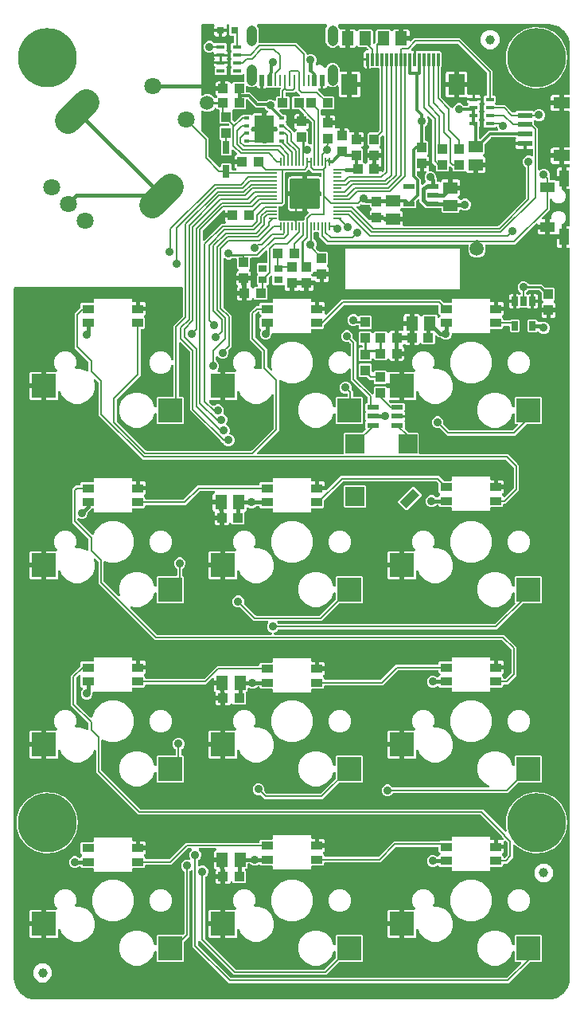
<source format=gbr>
G04 EAGLE Gerber RS-274X export*
G75*
%MOMM*%
%FSLAX34Y34*%
%LPD*%
%INTop Copper*%
%IPPOS*%
%AMOC8*
5,1,8,0,0,1.08239X$1,22.5*%
G01*
%ADD10R,2.550000X2.500000*%
%ADD11R,1.500000X1.240000*%
%ADD12R,0.800000X0.800000*%
%ADD13C,1.000000*%
%ADD14R,1.200000X0.550000*%
%ADD15R,0.690000X0.990000*%
%ADD16R,0.600000X0.400000*%
%ADD17R,2.000000X3.000000*%
%ADD18R,1.075000X1.000000*%
%ADD19R,1.000000X1.075000*%
%ADD20R,0.875000X0.200000*%
%ADD21R,0.200000X0.875000*%
%ADD22C,0.320000*%
%ADD23R,0.900000X0.750000*%
%ADD24R,0.575000X1.150000*%
%ADD25R,0.275000X1.150000*%
%ADD26C,1.108000*%
%ADD27C,1.800000*%
%ADD28C,2.800000*%
%ADD29R,1.200000X0.900000*%
%ADD30R,1.500000X1.100000*%
%ADD31R,1.000000X1.750000*%
%ADD32R,1.550000X0.600000*%
%ADD33R,1.800000X1.200000*%
%ADD34R,1.240000X1.500000*%
%ADD35R,0.800000X1.350000*%
%ADD36C,5.266000*%
%ADD37C,1.016000*%
%ADD38R,0.300000X1.400000*%
%ADD39R,1.800000X2.200000*%
%ADD40R,0.900000X0.450000*%
%ADD41R,2.000000X2.000000*%
%ADD42R,2.000000X1.000000*%
%ADD43C,1.500000*%
%ADD44C,0.906400*%
%ADD45C,0.203200*%
%ADD46C,0.254000*%
%ADD47C,0.406400*%
%ADD48C,0.304800*%

G36*
X571522Y2543D02*
X571522Y2543D01*
X571600Y2545D01*
X574977Y2810D01*
X575045Y2824D01*
X575114Y2829D01*
X575270Y2869D01*
X581694Y4956D01*
X581801Y5006D01*
X581912Y5050D01*
X581963Y5083D01*
X581982Y5091D01*
X581997Y5104D01*
X582048Y5136D01*
X587512Y9107D01*
X587599Y9188D01*
X587646Y9227D01*
X587652Y9231D01*
X587653Y9232D01*
X587691Y9264D01*
X587729Y9310D01*
X587744Y9324D01*
X587755Y9342D01*
X587793Y9388D01*
X591764Y14852D01*
X591821Y14956D01*
X591885Y15056D01*
X591907Y15113D01*
X591917Y15131D01*
X591922Y15151D01*
X591944Y15206D01*
X594031Y21630D01*
X594044Y21698D01*
X594067Y21764D01*
X594090Y21923D01*
X594355Y25300D01*
X594355Y25304D01*
X594356Y25307D01*
X594355Y25326D01*
X594359Y25400D01*
X594359Y800240D01*
X594344Y800358D01*
X594337Y800477D01*
X594324Y800515D01*
X594319Y800556D01*
X594276Y800666D01*
X594239Y800779D01*
X594217Y800814D01*
X594202Y800851D01*
X594133Y800947D01*
X594069Y801048D01*
X594039Y801076D01*
X594016Y801109D01*
X593924Y801185D01*
X593837Y801266D01*
X593802Y801286D01*
X593771Y801311D01*
X593663Y801362D01*
X593559Y801420D01*
X593519Y801430D01*
X593483Y801447D01*
X593366Y801469D01*
X593251Y801499D01*
X593191Y801503D01*
X593171Y801507D01*
X593150Y801505D01*
X593090Y801509D01*
X590619Y801509D01*
X590619Y811570D01*
X590604Y811688D01*
X590597Y811807D01*
X590584Y811845D01*
X590579Y811885D01*
X590536Y811996D01*
X590499Y812109D01*
X590477Y812143D01*
X590462Y812181D01*
X590393Y812277D01*
X590329Y812378D01*
X590299Y812406D01*
X590276Y812438D01*
X590184Y812514D01*
X590097Y812596D01*
X590062Y812615D01*
X590031Y812641D01*
X589923Y812692D01*
X589819Y812749D01*
X589779Y812759D01*
X589743Y812777D01*
X589636Y812797D01*
X589666Y812801D01*
X589776Y812845D01*
X589889Y812881D01*
X589924Y812903D01*
X589961Y812918D01*
X590057Y812988D01*
X590158Y813051D01*
X590186Y813081D01*
X590219Y813105D01*
X590295Y813196D01*
X590376Y813283D01*
X590396Y813318D01*
X590421Y813350D01*
X590472Y813457D01*
X590530Y813562D01*
X590540Y813601D01*
X590557Y813637D01*
X590579Y813754D01*
X590609Y813870D01*
X590613Y813930D01*
X590617Y813950D01*
X590615Y813970D01*
X590619Y814030D01*
X590619Y824091D01*
X593090Y824091D01*
X593208Y824106D01*
X593327Y824113D01*
X593365Y824126D01*
X593406Y824131D01*
X593516Y824174D01*
X593629Y824211D01*
X593664Y824233D01*
X593701Y824248D01*
X593797Y824317D01*
X593898Y824381D01*
X593926Y824411D01*
X593959Y824434D01*
X594035Y824526D01*
X594116Y824613D01*
X594136Y824648D01*
X594161Y824679D01*
X594212Y824787D01*
X594270Y824891D01*
X594280Y824931D01*
X594297Y824967D01*
X594319Y825084D01*
X594349Y825199D01*
X594353Y825259D01*
X594357Y825279D01*
X594355Y825300D01*
X594359Y825360D01*
X594359Y862740D01*
X594344Y862858D01*
X594337Y862977D01*
X594324Y863015D01*
X594319Y863056D01*
X594276Y863166D01*
X594239Y863279D01*
X594217Y863314D01*
X594202Y863351D01*
X594133Y863447D01*
X594069Y863548D01*
X594039Y863576D01*
X594016Y863609D01*
X593924Y863685D01*
X593837Y863766D01*
X593802Y863786D01*
X593771Y863811D01*
X593663Y863862D01*
X593559Y863920D01*
X593519Y863930D01*
X593483Y863947D01*
X593366Y863969D01*
X593251Y863999D01*
X593191Y864003D01*
X593171Y864007D01*
X593150Y864005D01*
X593090Y864009D01*
X590619Y864009D01*
X590619Y874070D01*
X590604Y874188D01*
X590597Y874307D01*
X590584Y874345D01*
X590579Y874385D01*
X590536Y874496D01*
X590499Y874609D01*
X590477Y874643D01*
X590462Y874681D01*
X590393Y874777D01*
X590329Y874878D01*
X590299Y874906D01*
X590276Y874938D01*
X590184Y875014D01*
X590097Y875096D01*
X590062Y875115D01*
X590031Y875141D01*
X589923Y875192D01*
X589819Y875249D01*
X589779Y875259D01*
X589743Y875277D01*
X589636Y875297D01*
X589666Y875301D01*
X589776Y875345D01*
X589889Y875381D01*
X589924Y875403D01*
X589961Y875418D01*
X590057Y875488D01*
X590158Y875551D01*
X590186Y875581D01*
X590219Y875605D01*
X590295Y875696D01*
X590376Y875783D01*
X590396Y875818D01*
X590421Y875850D01*
X590472Y875957D01*
X590530Y876062D01*
X590540Y876101D01*
X590557Y876137D01*
X590579Y876254D01*
X590609Y876370D01*
X590613Y876430D01*
X590617Y876450D01*
X590615Y876470D01*
X590619Y876530D01*
X590619Y886591D01*
X593090Y886591D01*
X593208Y886606D01*
X593327Y886613D01*
X593365Y886626D01*
X593406Y886631D01*
X593516Y886674D01*
X593629Y886711D01*
X593664Y886733D01*
X593701Y886748D01*
X593797Y886817D01*
X593898Y886881D01*
X593926Y886911D01*
X593959Y886934D01*
X594035Y887026D01*
X594116Y887113D01*
X594136Y887148D01*
X594161Y887179D01*
X594212Y887287D01*
X594270Y887391D01*
X594280Y887431D01*
X594297Y887467D01*
X594319Y887584D01*
X594349Y887699D01*
X594353Y887759D01*
X594357Y887779D01*
X594355Y887800D01*
X594359Y887860D01*
X594359Y889290D01*
X594344Y889408D01*
X594337Y889527D01*
X594324Y889565D01*
X594319Y889606D01*
X594276Y889716D01*
X594239Y889829D01*
X594217Y889864D01*
X594202Y889901D01*
X594133Y889997D01*
X594069Y890098D01*
X594039Y890126D01*
X594016Y890159D01*
X593924Y890235D01*
X593837Y890316D01*
X593802Y890336D01*
X593771Y890361D01*
X593663Y890412D01*
X593559Y890470D01*
X593519Y890480D01*
X593483Y890497D01*
X593366Y890519D01*
X593251Y890549D01*
X593191Y890553D01*
X593171Y890557D01*
X593150Y890555D01*
X593090Y890559D01*
X587899Y890559D01*
X587899Y897830D01*
X587884Y897948D01*
X587877Y898067D01*
X587864Y898105D01*
X587859Y898145D01*
X587815Y898256D01*
X587779Y898369D01*
X587757Y898404D01*
X587742Y898441D01*
X587672Y898537D01*
X587609Y898638D01*
X587579Y898666D01*
X587555Y898698D01*
X587464Y898774D01*
X587377Y898856D01*
X587342Y898875D01*
X587310Y898901D01*
X587203Y898952D01*
X587099Y899009D01*
X587059Y899020D01*
X587023Y899037D01*
X586906Y899059D01*
X586791Y899089D01*
X586730Y899093D01*
X586710Y899097D01*
X586690Y899095D01*
X586630Y899099D01*
X585359Y899099D01*
X585359Y899101D01*
X586630Y899101D01*
X586748Y899116D01*
X586867Y899123D01*
X586905Y899136D01*
X586945Y899141D01*
X587056Y899185D01*
X587169Y899221D01*
X587204Y899243D01*
X587241Y899258D01*
X587337Y899328D01*
X587438Y899391D01*
X587466Y899421D01*
X587498Y899445D01*
X587574Y899536D01*
X587656Y899623D01*
X587675Y899658D01*
X587701Y899690D01*
X587752Y899797D01*
X587809Y899901D01*
X587820Y899941D01*
X587837Y899977D01*
X587859Y900094D01*
X587889Y900209D01*
X587893Y900270D01*
X587897Y900290D01*
X587895Y900310D01*
X587899Y900370D01*
X587899Y907641D01*
X593090Y907641D01*
X593208Y907656D01*
X593327Y907663D01*
X593365Y907676D01*
X593406Y907681D01*
X593516Y907724D01*
X593629Y907761D01*
X593664Y907783D01*
X593701Y907798D01*
X593797Y907867D01*
X593898Y907931D01*
X593926Y907961D01*
X593959Y907984D01*
X594034Y908076D01*
X594116Y908163D01*
X594136Y908198D01*
X594161Y908229D01*
X594212Y908337D01*
X594270Y908441D01*
X594280Y908480D01*
X594297Y908517D01*
X594319Y908634D01*
X594349Y908749D01*
X594353Y908809D01*
X594357Y908829D01*
X594355Y908850D01*
X594359Y908910D01*
X594359Y945290D01*
X594344Y945408D01*
X594337Y945527D01*
X594324Y945565D01*
X594319Y945606D01*
X594276Y945716D01*
X594239Y945829D01*
X594217Y945864D01*
X594202Y945901D01*
X594133Y945997D01*
X594069Y946098D01*
X594039Y946126D01*
X594016Y946159D01*
X593924Y946235D01*
X593837Y946316D01*
X593802Y946336D01*
X593771Y946361D01*
X593663Y946412D01*
X593559Y946470D01*
X593519Y946480D01*
X593483Y946497D01*
X593366Y946519D01*
X593251Y946549D01*
X593191Y946553D01*
X593171Y946557D01*
X593150Y946555D01*
X593090Y946559D01*
X587899Y946559D01*
X587899Y953830D01*
X587884Y953948D01*
X587877Y954067D01*
X587864Y954105D01*
X587859Y954145D01*
X587815Y954256D01*
X587779Y954369D01*
X587757Y954404D01*
X587742Y954441D01*
X587672Y954537D01*
X587609Y954638D01*
X587579Y954666D01*
X587555Y954698D01*
X587464Y954774D01*
X587377Y954856D01*
X587342Y954875D01*
X587310Y954901D01*
X587203Y954952D01*
X587099Y955009D01*
X587059Y955020D01*
X587023Y955037D01*
X586906Y955059D01*
X586791Y955089D01*
X586730Y955093D01*
X586710Y955097D01*
X586690Y955095D01*
X586630Y955099D01*
X585359Y955099D01*
X585359Y955101D01*
X586630Y955101D01*
X586748Y955116D01*
X586867Y955123D01*
X586905Y955136D01*
X586945Y955141D01*
X587056Y955185D01*
X587169Y955221D01*
X587204Y955243D01*
X587241Y955258D01*
X587337Y955328D01*
X587438Y955391D01*
X587466Y955421D01*
X587498Y955445D01*
X587574Y955536D01*
X587656Y955623D01*
X587675Y955658D01*
X587701Y955690D01*
X587752Y955797D01*
X587809Y955901D01*
X587820Y955941D01*
X587837Y955977D01*
X587859Y956094D01*
X587889Y956209D01*
X587893Y956270D01*
X587897Y956290D01*
X587895Y956310D01*
X587899Y956370D01*
X587899Y963641D01*
X593090Y963641D01*
X593208Y963656D01*
X593327Y963663D01*
X593365Y963675D01*
X593406Y963681D01*
X593516Y963724D01*
X593629Y963761D01*
X593664Y963783D01*
X593701Y963798D01*
X593797Y963867D01*
X593898Y963931D01*
X593926Y963961D01*
X593959Y963984D01*
X594035Y964076D01*
X594116Y964163D01*
X594136Y964198D01*
X594161Y964229D01*
X594212Y964337D01*
X594270Y964441D01*
X594280Y964481D01*
X594297Y964517D01*
X594319Y964634D01*
X594349Y964749D01*
X594353Y964809D01*
X594357Y964829D01*
X594355Y964850D01*
X594359Y964910D01*
X594359Y1016000D01*
X594357Y1016022D01*
X594355Y1016100D01*
X594090Y1019477D01*
X594076Y1019545D01*
X594071Y1019614D01*
X594031Y1019770D01*
X591944Y1026194D01*
X591894Y1026301D01*
X591850Y1026412D01*
X591817Y1026463D01*
X591809Y1026482D01*
X591796Y1026497D01*
X591764Y1026548D01*
X587793Y1032012D01*
X587712Y1032099D01*
X587636Y1032191D01*
X587590Y1032229D01*
X587576Y1032244D01*
X587558Y1032255D01*
X587512Y1032293D01*
X582048Y1036264D01*
X581944Y1036321D01*
X581844Y1036385D01*
X581787Y1036407D01*
X581769Y1036417D01*
X581749Y1036422D01*
X581694Y1036444D01*
X575270Y1038531D01*
X575202Y1038544D01*
X575136Y1038567D01*
X574977Y1038590D01*
X571600Y1038855D01*
X571578Y1038854D01*
X571500Y1038859D01*
X348575Y1038859D01*
X348437Y1038842D01*
X348299Y1038829D01*
X348280Y1038822D01*
X348260Y1038819D01*
X348130Y1038768D01*
X348000Y1038721D01*
X347983Y1038710D01*
X347964Y1038702D01*
X347851Y1038621D01*
X347736Y1038543D01*
X347723Y1038527D01*
X347707Y1038516D01*
X347618Y1038408D01*
X347526Y1038304D01*
X347517Y1038286D01*
X347504Y1038271D01*
X347445Y1038145D01*
X347381Y1038021D01*
X347377Y1038001D01*
X347368Y1037983D01*
X347342Y1037847D01*
X347312Y1037711D01*
X347312Y1037690D01*
X347309Y1037671D01*
X347317Y1037532D01*
X347321Y1037393D01*
X347327Y1037373D01*
X347328Y1037353D01*
X347371Y1037221D01*
X347410Y1037087D01*
X347420Y1037070D01*
X347426Y1037051D01*
X347501Y1036933D01*
X347571Y1036813D01*
X347590Y1036792D01*
X347596Y1036782D01*
X347611Y1036768D01*
X347678Y1036692D01*
X347855Y1036516D01*
X348807Y1034217D01*
X348825Y1034185D01*
X348836Y1034151D01*
X348903Y1034048D01*
X348964Y1033941D01*
X348990Y1033914D01*
X349009Y1033884D01*
X349100Y1033801D01*
X349186Y1033712D01*
X349217Y1033693D01*
X349243Y1033669D01*
X349352Y1033610D01*
X349457Y1033546D01*
X349491Y1033535D01*
X349523Y1033518D01*
X349643Y1033489D01*
X349761Y1033452D01*
X349797Y1033451D01*
X349832Y1033442D01*
X349955Y1033443D01*
X350078Y1033437D01*
X350114Y1033444D01*
X350150Y1033445D01*
X350308Y1033476D01*
X350996Y1033661D01*
X354991Y1033661D01*
X354991Y1024890D01*
X355006Y1024772D01*
X355013Y1024653D01*
X355026Y1024615D01*
X355031Y1024575D01*
X355074Y1024464D01*
X355111Y1024351D01*
X355133Y1024316D01*
X355148Y1024279D01*
X355218Y1024183D01*
X355281Y1024082D01*
X355311Y1024054D01*
X355335Y1024022D01*
X355426Y1023946D01*
X355513Y1023864D01*
X355548Y1023845D01*
X355579Y1023819D01*
X355687Y1023768D01*
X355791Y1023711D01*
X355831Y1023700D01*
X355867Y1023683D01*
X355984Y1023661D01*
X356099Y1023631D01*
X356160Y1023627D01*
X356180Y1023623D01*
X356200Y1023625D01*
X356260Y1023621D01*
X358800Y1023621D01*
X358918Y1023636D01*
X359037Y1023643D01*
X359075Y1023656D01*
X359115Y1023661D01*
X359226Y1023705D01*
X359339Y1023741D01*
X359374Y1023763D01*
X359411Y1023778D01*
X359507Y1023848D01*
X359608Y1023911D01*
X359636Y1023941D01*
X359668Y1023965D01*
X359744Y1024056D01*
X359826Y1024143D01*
X359845Y1024178D01*
X359871Y1024210D01*
X359922Y1024317D01*
X359979Y1024421D01*
X359990Y1024461D01*
X360007Y1024497D01*
X360029Y1024614D01*
X360059Y1024729D01*
X360063Y1024790D01*
X360067Y1024810D01*
X360065Y1024830D01*
X360069Y1024890D01*
X360069Y1033661D01*
X364064Y1033661D01*
X364711Y1033488D01*
X365290Y1033153D01*
X365763Y1032680D01*
X366097Y1032101D01*
X366099Y1032097D01*
X366149Y1031974D01*
X366193Y1031850D01*
X366209Y1031827D01*
X366219Y1031802D01*
X366298Y1031696D01*
X366372Y1031586D01*
X366392Y1031569D01*
X366408Y1031547D01*
X366511Y1031463D01*
X366610Y1031376D01*
X366634Y1031364D01*
X366655Y1031347D01*
X366776Y1031292D01*
X366894Y1031231D01*
X366920Y1031225D01*
X366944Y1031214D01*
X367075Y1031191D01*
X367204Y1031162D01*
X367231Y1031162D01*
X367257Y1031158D01*
X367389Y1031167D01*
X367522Y1031171D01*
X367548Y1031179D01*
X367575Y1031181D01*
X367700Y1031223D01*
X367827Y1031260D01*
X367850Y1031273D01*
X367876Y1031282D01*
X367987Y1031354D01*
X368101Y1031421D01*
X368130Y1031447D01*
X368143Y1031455D01*
X368158Y1031471D01*
X368222Y1031528D01*
X369593Y1032899D01*
X383467Y1032899D01*
X384509Y1031857D01*
X384509Y1019515D01*
X384526Y1019378D01*
X384539Y1019239D01*
X384546Y1019220D01*
X384549Y1019200D01*
X384600Y1019071D01*
X384647Y1018940D01*
X384658Y1018923D01*
X384666Y1018904D01*
X384747Y1018792D01*
X384825Y1018677D01*
X384841Y1018663D01*
X384852Y1018647D01*
X384960Y1018558D01*
X385064Y1018466D01*
X385082Y1018457D01*
X385097Y1018444D01*
X385223Y1018385D01*
X385347Y1018321D01*
X385367Y1018317D01*
X385385Y1018308D01*
X385521Y1018282D01*
X385657Y1018252D01*
X385678Y1018252D01*
X385697Y1018249D01*
X385836Y1018257D01*
X385975Y1018261D01*
X385995Y1018267D01*
X386015Y1018268D01*
X386147Y1018311D01*
X386281Y1018350D01*
X386298Y1018360D01*
X386317Y1018366D01*
X386435Y1018441D01*
X386555Y1018511D01*
X386576Y1018530D01*
X386586Y1018537D01*
X386600Y1018551D01*
X386675Y1018618D01*
X387280Y1019222D01*
X387340Y1019300D01*
X387408Y1019372D01*
X387437Y1019425D01*
X387474Y1019473D01*
X387514Y1019564D01*
X387562Y1019651D01*
X387577Y1019709D01*
X387601Y1019765D01*
X387616Y1019863D01*
X387641Y1019959D01*
X387647Y1020059D01*
X387651Y1020079D01*
X387649Y1020091D01*
X387651Y1020119D01*
X387651Y1031857D01*
X388693Y1032899D01*
X402567Y1032899D01*
X403938Y1031528D01*
X404043Y1031446D01*
X404144Y1031361D01*
X404168Y1031349D01*
X404189Y1031333D01*
X404311Y1031280D01*
X404430Y1031222D01*
X404456Y1031217D01*
X404481Y1031206D01*
X404612Y1031186D01*
X404742Y1031159D01*
X404768Y1031161D01*
X404795Y1031157D01*
X404927Y1031169D01*
X405059Y1031176D01*
X405085Y1031184D01*
X405112Y1031186D01*
X405237Y1031231D01*
X405363Y1031271D01*
X405386Y1031285D01*
X405411Y1031294D01*
X405521Y1031368D01*
X405633Y1031438D01*
X405652Y1031457D01*
X405674Y1031473D01*
X405762Y1031572D01*
X405854Y1031667D01*
X405867Y1031691D01*
X405885Y1031711D01*
X405945Y1031829D01*
X406010Y1031944D01*
X406022Y1031980D01*
X406029Y1031994D01*
X406034Y1032015D01*
X406061Y1032097D01*
X406063Y1032101D01*
X406397Y1032680D01*
X406870Y1033153D01*
X407449Y1033488D01*
X408096Y1033661D01*
X412091Y1033661D01*
X412091Y1024890D01*
X412106Y1024772D01*
X412113Y1024653D01*
X412126Y1024615D01*
X412131Y1024575D01*
X412174Y1024464D01*
X412211Y1024351D01*
X412233Y1024316D01*
X412248Y1024279D01*
X412318Y1024183D01*
X412381Y1024082D01*
X412411Y1024054D01*
X412435Y1024022D01*
X412526Y1023946D01*
X412613Y1023864D01*
X412648Y1023845D01*
X412679Y1023819D01*
X412787Y1023768D01*
X412891Y1023711D01*
X412931Y1023700D01*
X412967Y1023683D01*
X413084Y1023661D01*
X413199Y1023631D01*
X413260Y1023627D01*
X413280Y1023623D01*
X413300Y1023625D01*
X413360Y1023621D01*
X414631Y1023621D01*
X414631Y1022350D01*
X414646Y1022232D01*
X414653Y1022113D01*
X414666Y1022075D01*
X414671Y1022035D01*
X414715Y1021924D01*
X414751Y1021811D01*
X414773Y1021776D01*
X414788Y1021739D01*
X414858Y1021643D01*
X414921Y1021542D01*
X414951Y1021514D01*
X414975Y1021481D01*
X415066Y1021406D01*
X415153Y1021324D01*
X415188Y1021304D01*
X415220Y1021279D01*
X415327Y1021228D01*
X415431Y1021170D01*
X415471Y1021160D01*
X415507Y1021143D01*
X415624Y1021121D01*
X415739Y1021091D01*
X415800Y1021087D01*
X415820Y1021083D01*
X415840Y1021085D01*
X415900Y1021081D01*
X423552Y1021081D01*
X423609Y1021002D01*
X423687Y1020887D01*
X423703Y1020874D01*
X423714Y1020857D01*
X423822Y1020769D01*
X423926Y1020677D01*
X423944Y1020668D01*
X423959Y1020655D01*
X424085Y1020595D01*
X424209Y1020532D01*
X424229Y1020528D01*
X424247Y1020519D01*
X424383Y1020493D01*
X424519Y1020462D01*
X424540Y1020463D01*
X424559Y1020459D01*
X424698Y1020468D01*
X424837Y1020472D01*
X424857Y1020478D01*
X424877Y1020479D01*
X425009Y1020522D01*
X425143Y1020561D01*
X425160Y1020571D01*
X425179Y1020577D01*
X425271Y1020635D01*
X425274Y1020636D01*
X425281Y1020641D01*
X425297Y1020651D01*
X425417Y1020722D01*
X425438Y1020741D01*
X425448Y1020747D01*
X425462Y1020762D01*
X425537Y1020828D01*
X426575Y1021866D01*
X428584Y1023875D01*
X477408Y1023875D01*
X509666Y991616D01*
X511675Y989608D01*
X511675Y964448D01*
X511690Y964330D01*
X511697Y964211D01*
X511710Y964173D01*
X511715Y964132D01*
X511758Y964022D01*
X511795Y963909D01*
X511817Y963874D01*
X511832Y963837D01*
X511901Y963741D01*
X511965Y963640D01*
X511995Y963612D01*
X512018Y963579D01*
X512110Y963503D01*
X512197Y963422D01*
X512232Y963402D01*
X512263Y963377D01*
X512371Y963326D01*
X512475Y963268D01*
X512515Y963258D01*
X512551Y963241D01*
X512668Y963219D01*
X512783Y963189D01*
X512843Y963185D01*
X512863Y963181D01*
X512884Y963183D01*
X512944Y963179D01*
X514117Y963179D01*
X515159Y962137D01*
X515159Y956163D01*
X514543Y955548D01*
X514470Y955454D01*
X514391Y955364D01*
X514373Y955328D01*
X514348Y955296D01*
X514301Y955187D01*
X514247Y955081D01*
X514238Y955042D01*
X514222Y955004D01*
X514203Y954887D01*
X514177Y954771D01*
X514178Y954730D01*
X514172Y954690D01*
X514183Y954572D01*
X514187Y954453D01*
X514198Y954414D01*
X514202Y954374D01*
X514242Y954261D01*
X514275Y954147D01*
X514296Y954113D01*
X514309Y954074D01*
X514376Y953976D01*
X514437Y953873D01*
X514476Y953828D01*
X514488Y953811D01*
X514503Y953798D01*
X514543Y953753D01*
X514979Y953316D01*
X515057Y953256D01*
X515129Y953188D01*
X515182Y953159D01*
X515230Y953122D01*
X515321Y953082D01*
X515408Y953034D01*
X515466Y953019D01*
X515522Y952995D01*
X515620Y952980D01*
X515716Y952955D01*
X515816Y952949D01*
X515836Y952945D01*
X515849Y952947D01*
X515877Y952945D01*
X525478Y952945D01*
X533156Y945266D01*
X533234Y945206D01*
X533306Y945138D01*
X533359Y945109D01*
X533407Y945072D01*
X533498Y945032D01*
X533585Y944984D01*
X533643Y944969D01*
X533699Y944945D01*
X533797Y944930D01*
X533893Y944905D01*
X533993Y944899D01*
X534013Y944895D01*
X534025Y944897D01*
X534053Y944895D01*
X535562Y944895D01*
X535680Y944910D01*
X535799Y944917D01*
X535837Y944930D01*
X535878Y944935D01*
X535988Y944978D01*
X536101Y945015D01*
X536136Y945037D01*
X536173Y945052D01*
X536269Y945121D01*
X536370Y945185D01*
X536398Y945215D01*
X536431Y945238D01*
X536507Y945330D01*
X536588Y945417D01*
X536608Y945452D01*
X536633Y945483D01*
X536684Y945591D01*
X536742Y945695D01*
X536752Y945735D01*
X536769Y945771D01*
X536770Y945775D01*
X537873Y946879D01*
X554847Y946879D01*
X555003Y946723D01*
X555097Y946650D01*
X555186Y946571D01*
X555222Y946553D01*
X555254Y946528D01*
X555364Y946480D01*
X555469Y946426D01*
X555509Y946417D01*
X555546Y946401D01*
X555664Y946383D01*
X555780Y946357D01*
X555820Y946358D01*
X555860Y946351D01*
X555979Y946363D01*
X556098Y946366D01*
X556136Y946378D01*
X556177Y946381D01*
X556289Y946422D01*
X556403Y946455D01*
X556438Y946475D01*
X556476Y946489D01*
X556575Y946556D01*
X556677Y946616D01*
X556722Y946656D01*
X556739Y946667D01*
X556753Y946683D01*
X556798Y946723D01*
X557765Y947690D01*
X560085Y948651D01*
X562595Y948651D01*
X564915Y947690D01*
X566690Y945915D01*
X567651Y943595D01*
X567651Y941085D01*
X566690Y938765D01*
X564915Y936990D01*
X562595Y936029D01*
X560085Y936029D01*
X557644Y937040D01*
X557596Y937053D01*
X557551Y937075D01*
X557443Y937095D01*
X557337Y937124D01*
X557287Y937125D01*
X557238Y937134D01*
X557129Y937128D01*
X557019Y937129D01*
X556971Y937118D01*
X556921Y937115D01*
X556817Y937081D01*
X556710Y937055D01*
X556666Y937032D01*
X556619Y937017D01*
X556526Y936958D01*
X556429Y936906D01*
X556392Y936873D01*
X556350Y936846D01*
X556275Y936766D01*
X556193Y936693D01*
X556166Y936651D01*
X556132Y936615D01*
X556079Y936519D01*
X556019Y936427D01*
X556002Y936380D01*
X555978Y936336D01*
X555951Y936230D01*
X555915Y936126D01*
X555911Y936076D01*
X555899Y936028D01*
X555889Y935868D01*
X555889Y933219D01*
X555901Y933121D01*
X555904Y933022D01*
X555921Y932964D01*
X555929Y932904D01*
X555965Y932812D01*
X555993Y932717D01*
X556023Y932664D01*
X556046Y932608D01*
X556104Y932528D01*
X556154Y932443D01*
X556220Y932367D01*
X556232Y932351D01*
X556242Y932343D01*
X556260Y932322D01*
X560325Y928258D01*
X560325Y884734D01*
X560342Y884596D01*
X560355Y884457D01*
X560362Y884438D01*
X560365Y884418D01*
X560416Y884289D01*
X560463Y884158D01*
X560474Y884141D01*
X560482Y884122D01*
X560563Y884010D01*
X560641Y883895D01*
X560657Y883882D01*
X560668Y883865D01*
X560776Y883776D01*
X560880Y883684D01*
X560898Y883675D01*
X560913Y883662D01*
X561039Y883603D01*
X561163Y883540D01*
X561183Y883535D01*
X561201Y883527D01*
X561337Y883501D01*
X561473Y883470D01*
X561494Y883471D01*
X561513Y883467D01*
X561652Y883476D01*
X561791Y883480D01*
X561811Y883486D01*
X561831Y883487D01*
X561963Y883530D01*
X562097Y883568D01*
X562114Y883579D01*
X562133Y883585D01*
X562251Y883659D01*
X562371Y883730D01*
X562392Y883748D01*
X562402Y883755D01*
X562416Y883770D01*
X562492Y883836D01*
X562845Y884190D01*
X565165Y885151D01*
X567675Y885151D01*
X569995Y884190D01*
X571770Y882415D01*
X572731Y880095D01*
X572731Y877583D01*
X572724Y877560D01*
X572711Y877533D01*
X572682Y877407D01*
X572648Y877282D01*
X572648Y877252D01*
X572641Y877223D01*
X572645Y877093D01*
X572643Y876964D01*
X572650Y876935D01*
X572651Y876905D01*
X572687Y876781D01*
X572717Y876654D01*
X572731Y876628D01*
X572739Y876600D01*
X572805Y876488D01*
X572866Y876373D01*
X572886Y876351D01*
X572901Y876326D01*
X572915Y876310D01*
X572915Y874098D01*
X572930Y873980D01*
X572937Y873861D01*
X572950Y873823D01*
X572955Y873782D01*
X572998Y873672D01*
X573035Y873559D01*
X573057Y873524D01*
X573072Y873487D01*
X573141Y873391D01*
X573205Y873290D01*
X573235Y873262D01*
X573258Y873229D01*
X573350Y873153D01*
X573437Y873072D01*
X573472Y873052D01*
X573503Y873027D01*
X573611Y872976D01*
X573715Y872918D01*
X573755Y872908D01*
X573791Y872891D01*
X573908Y872869D01*
X574023Y872839D01*
X574083Y872835D01*
X574103Y872831D01*
X574124Y872833D01*
X574184Y872829D01*
X578357Y872829D01*
X578412Y872773D01*
X578522Y872688D01*
X578629Y872599D01*
X578648Y872590D01*
X578664Y872578D01*
X578791Y872523D01*
X578917Y872464D01*
X578937Y872460D01*
X578956Y872452D01*
X579093Y872430D01*
X579230Y872404D01*
X579250Y872405D01*
X579270Y872402D01*
X579409Y872415D01*
X579547Y872424D01*
X579566Y872430D01*
X579586Y872432D01*
X579718Y872479D01*
X579849Y872522D01*
X579866Y872532D01*
X579886Y872539D01*
X580001Y872617D01*
X580118Y872692D01*
X580132Y872706D01*
X580149Y872718D01*
X580222Y872801D01*
X585621Y872801D01*
X585621Y863610D01*
X585624Y863581D01*
X585622Y863551D01*
X585644Y863423D01*
X585661Y863295D01*
X585671Y863267D01*
X585676Y863238D01*
X585730Y863119D01*
X585778Y862999D01*
X585795Y862975D01*
X585807Y862948D01*
X585888Y862846D01*
X585964Y862741D01*
X585987Y862723D01*
X586006Y862700D01*
X586109Y862622D01*
X586209Y862539D01*
X586236Y862526D01*
X586260Y862508D01*
X586390Y862445D01*
X588513Y860321D01*
X589661Y857550D01*
X589661Y854550D01*
X588513Y851779D01*
X586391Y849657D01*
X583620Y848509D01*
X580620Y848509D01*
X577849Y849657D01*
X575727Y851779D01*
X575357Y852673D01*
X575322Y852734D01*
X575296Y852799D01*
X575244Y852872D01*
X575199Y852950D01*
X575151Y853000D01*
X575110Y853056D01*
X575040Y853114D01*
X574978Y853178D01*
X574918Y853215D01*
X574865Y853259D01*
X574783Y853297D01*
X574707Y853344D01*
X574640Y853365D01*
X574577Y853395D01*
X574489Y853411D01*
X574403Y853438D01*
X574333Y853441D01*
X574264Y853454D01*
X574175Y853449D01*
X574085Y853453D01*
X574017Y853439D01*
X573947Y853435D01*
X573862Y853407D01*
X573774Y853389D01*
X573711Y853358D01*
X573645Y853337D01*
X573569Y853289D01*
X573488Y853249D01*
X573435Y853204D01*
X573376Y853166D01*
X573314Y853101D01*
X573246Y853043D01*
X573206Y852986D01*
X573158Y852935D01*
X573115Y852856D01*
X573063Y852783D01*
X573038Y852717D01*
X573004Y852656D01*
X572982Y852569D01*
X572950Y852485D01*
X572942Y852416D01*
X572925Y852348D01*
X572915Y852188D01*
X572915Y842012D01*
X564660Y833757D01*
X564575Y833648D01*
X564486Y833541D01*
X564477Y833522D01*
X564465Y833506D01*
X564409Y833378D01*
X564350Y833253D01*
X564347Y833233D01*
X564339Y833214D01*
X564317Y833076D01*
X564291Y832940D01*
X564292Y832920D01*
X564289Y832900D01*
X564302Y832761D01*
X564310Y832623D01*
X564317Y832604D01*
X564318Y832584D01*
X564366Y832452D01*
X564408Y832321D01*
X564419Y832303D01*
X564426Y832284D01*
X564504Y832169D01*
X564579Y832052D01*
X564593Y832038D01*
X564605Y832021D01*
X564709Y831929D01*
X564810Y831834D01*
X564828Y831824D01*
X564843Y831811D01*
X564967Y831747D01*
X565089Y831680D01*
X565108Y831675D01*
X565126Y831666D01*
X565262Y831636D01*
X565397Y831601D01*
X565425Y831599D01*
X565437Y831596D01*
X565457Y831597D01*
X565557Y831591D01*
X567581Y831591D01*
X567581Y826089D01*
X560079Y826089D01*
X560079Y826113D01*
X560062Y826250D01*
X560049Y826389D01*
X560042Y826408D01*
X560039Y826428D01*
X559988Y826557D01*
X559941Y826688D01*
X559930Y826705D01*
X559922Y826724D01*
X559841Y826836D01*
X559763Y826951D01*
X559747Y826965D01*
X559736Y826981D01*
X559628Y827070D01*
X559524Y827162D01*
X559506Y827171D01*
X559491Y827184D01*
X559365Y827243D01*
X559241Y827307D01*
X559221Y827311D01*
X559203Y827320D01*
X559067Y827346D01*
X558931Y827376D01*
X558910Y827376D01*
X558891Y827379D01*
X558752Y827371D01*
X558613Y827367D01*
X558593Y827361D01*
X558573Y827360D01*
X558441Y827317D01*
X558307Y827278D01*
X558290Y827268D01*
X558271Y827262D01*
X558153Y827187D01*
X558033Y827117D01*
X558012Y827098D01*
X558002Y827091D01*
X557988Y827077D01*
X557913Y827010D01*
X535828Y804925D01*
X505244Y804925D01*
X505195Y804919D01*
X505145Y804921D01*
X505038Y804899D01*
X504929Y804885D01*
X504882Y804867D01*
X504834Y804857D01*
X504735Y804809D01*
X504633Y804768D01*
X504593Y804739D01*
X504548Y804717D01*
X504464Y804646D01*
X504376Y804582D01*
X504344Y804543D01*
X504306Y804511D01*
X504243Y804421D01*
X504173Y804337D01*
X504152Y804292D01*
X504123Y804251D01*
X504084Y804148D01*
X504037Y804049D01*
X504028Y804000D01*
X504010Y803954D01*
X503998Y803844D01*
X503977Y803737D01*
X503980Y803687D01*
X503975Y803638D01*
X503990Y803529D01*
X503997Y803419D01*
X504012Y803372D01*
X504019Y803323D01*
X504071Y803170D01*
X504579Y801946D01*
X504579Y798254D01*
X503166Y794844D01*
X500556Y792234D01*
X497146Y790821D01*
X493454Y790821D01*
X490044Y792234D01*
X487434Y794844D01*
X486021Y798254D01*
X486021Y801946D01*
X486529Y803170D01*
X486542Y803218D01*
X486563Y803263D01*
X486583Y803371D01*
X486612Y803477D01*
X486613Y803527D01*
X486623Y803576D01*
X486616Y803685D01*
X486618Y803795D01*
X486606Y803843D01*
X486603Y803893D01*
X486569Y803997D01*
X486543Y804104D01*
X486520Y804148D01*
X486505Y804195D01*
X486446Y804288D01*
X486395Y804385D01*
X486361Y804422D01*
X486335Y804464D01*
X486255Y804539D01*
X486181Y804621D01*
X486139Y804648D01*
X486103Y804682D01*
X486007Y804735D01*
X485915Y804795D01*
X485868Y804812D01*
X485825Y804836D01*
X485718Y804863D01*
X485614Y804899D01*
X485565Y804903D01*
X485517Y804915D01*
X485356Y804925D01*
X335392Y804925D01*
X327625Y812692D01*
X327625Y816597D01*
X327610Y816715D01*
X327603Y816834D01*
X327590Y816872D01*
X327585Y816913D01*
X327542Y817023D01*
X327505Y817136D01*
X327483Y817171D01*
X327468Y817208D01*
X327399Y817304D01*
X327335Y817405D01*
X327305Y817433D01*
X327282Y817466D01*
X327190Y817542D01*
X327103Y817623D01*
X327068Y817643D01*
X327037Y817668D01*
X326929Y817719D01*
X326825Y817777D01*
X326785Y817787D01*
X326749Y817804D01*
X326632Y817826D01*
X326517Y817856D01*
X326457Y817860D01*
X326437Y817864D01*
X326416Y817862D01*
X326356Y817866D01*
X322484Y817866D01*
X322366Y817851D01*
X322247Y817844D01*
X322209Y817831D01*
X322168Y817826D01*
X322058Y817783D01*
X321945Y817746D01*
X321910Y817724D01*
X321873Y817709D01*
X321777Y817640D01*
X321676Y817576D01*
X321648Y817546D01*
X321615Y817523D01*
X321539Y817431D01*
X321458Y817344D01*
X321438Y817309D01*
X321413Y817278D01*
X321362Y817170D01*
X321304Y817066D01*
X321294Y817026D01*
X321277Y816990D01*
X321255Y816873D01*
X321225Y816758D01*
X321221Y816698D01*
X321217Y816678D01*
X321219Y816657D01*
X321215Y816597D01*
X321215Y811431D01*
X321227Y811333D01*
X321230Y811233D01*
X321247Y811175D01*
X321255Y811115D01*
X321291Y811023D01*
X321319Y810928D01*
X321349Y810876D01*
X321372Y810820D01*
X321430Y810739D01*
X321480Y810654D01*
X321546Y810579D01*
X321558Y810562D01*
X321568Y810554D01*
X321586Y810533D01*
X323485Y808635D01*
X324446Y806315D01*
X324446Y803805D01*
X323624Y801821D01*
X323616Y801793D01*
X323603Y801767D01*
X323574Y801640D01*
X323540Y801515D01*
X323540Y801485D01*
X323533Y801456D01*
X323537Y801326D01*
X323535Y801197D01*
X323542Y801168D01*
X323543Y801138D01*
X323579Y801014D01*
X323609Y800887D01*
X323623Y800861D01*
X323631Y800833D01*
X323697Y800721D01*
X323758Y800606D01*
X323778Y800584D01*
X323793Y800559D01*
X323899Y800438D01*
X326627Y797710D01*
X326705Y797650D01*
X326777Y797582D01*
X326830Y797553D01*
X326878Y797516D01*
X326969Y797476D01*
X327056Y797428D01*
X327114Y797413D01*
X327170Y797389D01*
X327268Y797374D01*
X327364Y797349D01*
X327464Y797343D01*
X327484Y797339D01*
X327496Y797341D01*
X327524Y797339D01*
X335937Y797339D01*
X336979Y796297D01*
X336979Y784073D01*
X335862Y782957D01*
X335785Y782857D01*
X335703Y782762D01*
X335688Y782732D01*
X335667Y782705D01*
X335617Y782590D01*
X335561Y782477D01*
X335554Y782444D01*
X335541Y782413D01*
X335521Y782289D01*
X335495Y782166D01*
X335496Y782133D01*
X335491Y782099D01*
X335503Y781974D01*
X335508Y781849D01*
X335518Y781816D01*
X335521Y781783D01*
X335563Y781664D01*
X335599Y781544D01*
X335617Y781515D01*
X335628Y781483D01*
X335699Y781379D01*
X335764Y781272D01*
X335788Y781248D01*
X335807Y781220D01*
X335901Y781137D01*
X335991Y781049D01*
X336032Y781022D01*
X336045Y781010D01*
X336065Y781000D01*
X336125Y780960D01*
X336760Y780593D01*
X337233Y780120D01*
X337568Y779541D01*
X337741Y778894D01*
X337741Y775684D01*
X331430Y775684D01*
X331312Y775669D01*
X331193Y775662D01*
X331155Y775649D01*
X331115Y775644D01*
X331004Y775601D01*
X330891Y775564D01*
X330857Y775542D01*
X330819Y775527D01*
X330723Y775458D01*
X330622Y775394D01*
X330594Y775364D01*
X330562Y775341D01*
X330486Y775249D01*
X330404Y775162D01*
X330385Y775127D01*
X330359Y775096D01*
X330308Y774988D01*
X330251Y774884D01*
X330241Y774844D01*
X330223Y774808D01*
X330203Y774701D01*
X330199Y774731D01*
X330155Y774841D01*
X330119Y774954D01*
X330097Y774989D01*
X330082Y775026D01*
X330012Y775122D01*
X329949Y775223D01*
X329919Y775251D01*
X329895Y775284D01*
X329804Y775360D01*
X329717Y775441D01*
X329682Y775461D01*
X329650Y775486D01*
X329543Y775537D01*
X329438Y775595D01*
X329399Y775605D01*
X329363Y775622D01*
X329246Y775644D01*
X329130Y775674D01*
X329070Y775678D01*
X329050Y775682D01*
X329030Y775680D01*
X328970Y775684D01*
X321738Y775684D01*
X321620Y775669D01*
X321501Y775662D01*
X321463Y775649D01*
X321422Y775644D01*
X321312Y775601D01*
X321199Y775564D01*
X321164Y775542D01*
X321127Y775527D01*
X321031Y775458D01*
X320930Y775394D01*
X320902Y775364D01*
X320869Y775341D01*
X320793Y775249D01*
X320712Y775162D01*
X320692Y775127D01*
X320667Y775096D01*
X320616Y774988D01*
X320558Y774884D01*
X320548Y774844D01*
X320531Y774808D01*
X320509Y774691D01*
X320479Y774576D01*
X320478Y774557D01*
X319352Y773432D01*
X319275Y773332D01*
X319193Y773237D01*
X319178Y773207D01*
X319157Y773180D01*
X319107Y773065D01*
X319051Y772952D01*
X319044Y772919D01*
X319031Y772888D01*
X319011Y772764D01*
X318985Y772641D01*
X318986Y772608D01*
X318981Y772574D01*
X318993Y772449D01*
X318998Y772324D01*
X319008Y772291D01*
X319011Y772258D01*
X319053Y772139D01*
X319089Y772019D01*
X319107Y771990D01*
X319118Y771958D01*
X319189Y771854D01*
X319254Y771747D01*
X319278Y771723D01*
X319297Y771695D01*
X319391Y771612D01*
X319481Y771524D01*
X319522Y771497D01*
X319535Y771485D01*
X319555Y771475D01*
X319615Y771435D01*
X320250Y771068D01*
X320492Y770826D01*
X320602Y770740D01*
X320709Y770652D01*
X320728Y770643D01*
X320744Y770631D01*
X320871Y770575D01*
X320997Y770516D01*
X321017Y770512D01*
X321036Y770504D01*
X321173Y770483D01*
X321310Y770456D01*
X321330Y770458D01*
X321350Y770454D01*
X321488Y770468D01*
X321627Y770476D01*
X321646Y770482D01*
X321666Y770484D01*
X321798Y770531D01*
X321929Y770574D01*
X321946Y770585D01*
X321966Y770592D01*
X322081Y770670D01*
X322106Y770686D01*
X327701Y770686D01*
X327701Y765269D01*
X324866Y765269D01*
X324219Y765442D01*
X323640Y765777D01*
X323398Y766019D01*
X323288Y766105D01*
X323181Y766193D01*
X323162Y766202D01*
X323146Y766214D01*
X323019Y766270D01*
X322893Y766329D01*
X322873Y766333D01*
X322854Y766341D01*
X322717Y766362D01*
X322580Y766389D01*
X322560Y766387D01*
X322540Y766391D01*
X322402Y766377D01*
X322263Y766369D01*
X322244Y766363D01*
X322224Y766361D01*
X322092Y766314D01*
X321961Y766271D01*
X321944Y766260D01*
X321924Y766253D01*
X321809Y766175D01*
X321784Y766159D01*
X314920Y766159D01*
X314802Y766144D01*
X314683Y766137D01*
X314645Y766124D01*
X314605Y766119D01*
X314494Y766076D01*
X314381Y766039D01*
X314347Y766017D01*
X314309Y766002D01*
X314213Y765933D01*
X314112Y765869D01*
X314084Y765839D01*
X314052Y765816D01*
X313976Y765724D01*
X313894Y765637D01*
X313875Y765602D01*
X313849Y765571D01*
X313798Y765463D01*
X313741Y765359D01*
X313731Y765319D01*
X313713Y765283D01*
X313693Y765176D01*
X313689Y765206D01*
X313645Y765316D01*
X313609Y765429D01*
X313587Y765464D01*
X313572Y765501D01*
X313502Y765597D01*
X313439Y765698D01*
X313409Y765726D01*
X313385Y765759D01*
X313294Y765835D01*
X313207Y765916D01*
X313172Y765936D01*
X313140Y765961D01*
X313033Y766012D01*
X312928Y766070D01*
X312889Y766080D01*
X312853Y766097D01*
X312736Y766119D01*
X312620Y766149D01*
X312560Y766153D01*
X312540Y766157D01*
X312520Y766155D01*
X312460Y766159D01*
X299680Y766159D01*
X299562Y766144D01*
X299443Y766137D01*
X299405Y766124D01*
X299365Y766119D01*
X299254Y766076D01*
X299141Y766039D01*
X299107Y766017D01*
X299069Y766002D01*
X298973Y765933D01*
X298872Y765869D01*
X298844Y765839D01*
X298812Y765816D01*
X298736Y765724D01*
X298654Y765637D01*
X298635Y765602D01*
X298609Y765571D01*
X298558Y765463D01*
X298501Y765359D01*
X298491Y765319D01*
X298473Y765283D01*
X298451Y765166D01*
X298421Y765051D01*
X298417Y764991D01*
X298414Y764971D01*
X298415Y764950D01*
X298411Y764890D01*
X298411Y763699D01*
X297220Y763699D01*
X297102Y763684D01*
X296983Y763677D01*
X296945Y763664D01*
X296904Y763659D01*
X296794Y763615D01*
X296681Y763579D01*
X296646Y763557D01*
X296609Y763542D01*
X296512Y763472D01*
X296412Y763409D01*
X296384Y763379D01*
X296351Y763355D01*
X296275Y763264D01*
X296194Y763177D01*
X296174Y763142D01*
X296149Y763110D01*
X296098Y763003D01*
X296040Y762898D01*
X296030Y762859D01*
X296013Y762823D01*
X295991Y762706D01*
X295961Y762590D01*
X295957Y762530D01*
X295953Y762510D01*
X295955Y762490D01*
X295951Y762430D01*
X295951Y755744D01*
X293116Y755744D01*
X292469Y755917D01*
X291890Y756252D01*
X291417Y756725D01*
X291082Y757304D01*
X290909Y757951D01*
X290909Y760420D01*
X290892Y760558D01*
X290879Y760696D01*
X290872Y760715D01*
X290869Y760735D01*
X290818Y760865D01*
X290771Y760996D01*
X290760Y761012D01*
X290752Y761031D01*
X290670Y761144D01*
X290592Y761259D01*
X290577Y761272D01*
X290566Y761288D01*
X290458Y761377D01*
X290354Y761469D01*
X290336Y761478D01*
X290321Y761491D01*
X290195Y761550D01*
X290070Y761614D01*
X290051Y761618D01*
X290033Y761626D01*
X289897Y761653D01*
X289760Y761683D01*
X289740Y761682D01*
X289721Y761686D01*
X289582Y761678D01*
X289442Y761673D01*
X289423Y761668D01*
X289403Y761666D01*
X289356Y761651D01*
X278603Y761651D01*
X277561Y762693D01*
X277561Y770385D01*
X277544Y770523D01*
X277531Y770661D01*
X277524Y770680D01*
X277521Y770700D01*
X277470Y770829D01*
X277423Y770960D01*
X277412Y770977D01*
X277404Y770996D01*
X277323Y771108D01*
X277245Y771223D01*
X277229Y771237D01*
X277218Y771253D01*
X277110Y771342D01*
X277006Y771434D01*
X276988Y771443D01*
X276973Y771456D01*
X276847Y771515D01*
X276723Y771579D01*
X276703Y771583D01*
X276685Y771592D01*
X276548Y771618D01*
X276413Y771648D01*
X276392Y771648D01*
X276373Y771651D01*
X276234Y771643D01*
X276095Y771639D01*
X276075Y771633D01*
X276055Y771632D01*
X275923Y771589D01*
X275789Y771550D01*
X275772Y771540D01*
X275753Y771534D01*
X275635Y771459D01*
X275515Y771389D01*
X275494Y771370D01*
X275484Y771363D01*
X275470Y771348D01*
X275395Y771282D01*
X273990Y769878D01*
X273930Y769800D01*
X273862Y769728D01*
X273833Y769675D01*
X273796Y769627D01*
X273756Y769536D01*
X273708Y769449D01*
X273693Y769391D01*
X273669Y769335D01*
X273654Y769237D01*
X273629Y769141D01*
X273623Y769041D01*
X273619Y769021D01*
X273621Y769009D01*
X273619Y768981D01*
X273619Y762693D01*
X272577Y761651D01*
X272453Y761651D01*
X272315Y761634D01*
X272177Y761621D01*
X272158Y761614D01*
X272138Y761611D01*
X272009Y761560D01*
X271878Y761513D01*
X271861Y761502D01*
X271842Y761494D01*
X271730Y761413D01*
X271615Y761335D01*
X271601Y761319D01*
X271585Y761308D01*
X271496Y761200D01*
X271404Y761096D01*
X271395Y761078D01*
X271382Y761063D01*
X271323Y760937D01*
X271260Y760813D01*
X271255Y760793D01*
X271247Y760775D01*
X271220Y760638D01*
X271190Y760503D01*
X271191Y760482D01*
X271187Y760463D01*
X271195Y760324D01*
X271200Y760185D01*
X271205Y760165D01*
X271207Y760145D01*
X271249Y760013D01*
X271288Y759879D01*
X271298Y759862D01*
X271305Y759843D01*
X271379Y759725D01*
X271450Y759605D01*
X271468Y759584D01*
X271475Y759574D01*
X271490Y759560D01*
X271556Y759485D01*
X272194Y758847D01*
X272194Y747373D01*
X271152Y746331D01*
X258928Y746331D01*
X257812Y747448D01*
X257712Y747525D01*
X257617Y747607D01*
X257587Y747622D01*
X257560Y747643D01*
X257445Y747693D01*
X257332Y747749D01*
X257299Y747756D01*
X257268Y747769D01*
X257144Y747789D01*
X257021Y747815D01*
X256988Y747814D01*
X256954Y747819D01*
X256829Y747807D01*
X256704Y747802D01*
X256671Y747792D01*
X256638Y747789D01*
X256519Y747747D01*
X256399Y747711D01*
X256370Y747693D01*
X256338Y747682D01*
X256234Y747611D01*
X256127Y747546D01*
X256103Y747522D01*
X256075Y747503D01*
X255992Y747409D01*
X255904Y747319D01*
X255877Y747278D01*
X255865Y747265D01*
X255855Y747245D01*
X255815Y747185D01*
X255448Y746550D01*
X254975Y746077D01*
X254396Y745742D01*
X253749Y745569D01*
X250539Y745569D01*
X250539Y751880D01*
X250524Y751998D01*
X250517Y752117D01*
X250504Y752155D01*
X250499Y752195D01*
X250456Y752306D01*
X250419Y752419D01*
X250397Y752453D01*
X250382Y752491D01*
X250313Y752587D01*
X250249Y752688D01*
X250219Y752716D01*
X250196Y752748D01*
X250104Y752824D01*
X250017Y752906D01*
X249982Y752925D01*
X249951Y752951D01*
X249843Y753002D01*
X249739Y753059D01*
X249699Y753069D01*
X249663Y753087D01*
X249556Y753107D01*
X249586Y753111D01*
X249696Y753155D01*
X249809Y753191D01*
X249844Y753213D01*
X249881Y753228D01*
X249977Y753298D01*
X250078Y753361D01*
X250106Y753391D01*
X250139Y753415D01*
X250215Y753506D01*
X250296Y753593D01*
X250316Y753628D01*
X250341Y753660D01*
X250392Y753767D01*
X250450Y753872D01*
X250460Y753911D01*
X250477Y753947D01*
X250499Y754064D01*
X250529Y754180D01*
X250533Y754240D01*
X250537Y754260D01*
X250535Y754280D01*
X250539Y754340D01*
X250539Y759555D01*
X250524Y759673D01*
X250517Y759792D01*
X250504Y759830D01*
X250499Y759871D01*
X250456Y759981D01*
X250419Y760094D01*
X250397Y760129D01*
X250382Y760166D01*
X250313Y760262D01*
X250249Y760363D01*
X250219Y760391D01*
X250196Y760424D01*
X250104Y760500D01*
X250017Y760581D01*
X249982Y760601D01*
X249951Y760626D01*
X249843Y760677D01*
X249739Y760735D01*
X249699Y760745D01*
X249663Y760762D01*
X249546Y760784D01*
X249514Y760792D01*
X249514Y766241D01*
X254556Y766241D01*
X254556Y763031D01*
X254383Y762384D01*
X254195Y762059D01*
X254149Y761949D01*
X254096Y761843D01*
X254087Y761803D01*
X254072Y761766D01*
X254054Y761648D01*
X254029Y761532D01*
X254031Y761491D01*
X254025Y761451D01*
X254037Y761333D01*
X254042Y761214D01*
X254054Y761175D01*
X254058Y761135D01*
X254100Y761024D01*
X254134Y760909D01*
X254155Y760875D01*
X254169Y760837D01*
X254237Y760739D01*
X254298Y760637D01*
X254327Y760609D01*
X254350Y760576D01*
X254440Y760498D01*
X254525Y760414D01*
X254575Y760381D01*
X254591Y760368D01*
X254609Y760359D01*
X254659Y760325D01*
X254975Y760143D01*
X255448Y759670D01*
X255815Y759035D01*
X255891Y758935D01*
X255961Y758831D01*
X255987Y758808D01*
X256007Y758782D01*
X256106Y758703D01*
X256200Y758620D01*
X256230Y758605D01*
X256256Y758584D01*
X256371Y758533D01*
X256483Y758476D01*
X256516Y758468D01*
X256547Y758455D01*
X256671Y758433D01*
X256793Y758406D01*
X256827Y758407D01*
X256860Y758401D01*
X256986Y758412D01*
X257111Y758416D01*
X257144Y758425D01*
X257177Y758428D01*
X257296Y758469D01*
X257417Y758504D01*
X257446Y758521D01*
X257478Y758532D01*
X257583Y758602D01*
X257691Y758666D01*
X257727Y758698D01*
X257743Y758708D01*
X257757Y758724D01*
X257812Y758772D01*
X258928Y759889D01*
X260802Y759889D01*
X260940Y759906D01*
X261078Y759919D01*
X261097Y759926D01*
X261117Y759929D01*
X261246Y759980D01*
X261377Y760027D01*
X261394Y760038D01*
X261413Y760046D01*
X261525Y760127D01*
X261640Y760205D01*
X261654Y760221D01*
X261670Y760232D01*
X261759Y760340D01*
X261851Y760444D01*
X261860Y760462D01*
X261873Y760477D01*
X261932Y760603D01*
X261995Y760727D01*
X262000Y760747D01*
X262008Y760765D01*
X262035Y760902D01*
X262065Y761037D01*
X262064Y761058D01*
X262068Y761077D01*
X262060Y761216D01*
X262055Y761355D01*
X262050Y761375D01*
X262048Y761395D01*
X262006Y761527D01*
X261967Y761661D01*
X261957Y761678D01*
X261950Y761697D01*
X261876Y761815D01*
X261805Y761935D01*
X261787Y761956D01*
X261780Y761966D01*
X261765Y761980D01*
X261699Y762055D01*
X261061Y762693D01*
X261061Y771667D01*
X261927Y772533D01*
X262000Y772627D01*
X262079Y772716D01*
X262097Y772752D01*
X262122Y772784D01*
X262169Y772893D01*
X262223Y772999D01*
X262232Y773038D01*
X262248Y773076D01*
X262267Y773193D01*
X262293Y773309D01*
X262292Y773350D01*
X262298Y773390D01*
X262287Y773508D01*
X262283Y773627D01*
X262272Y773666D01*
X262268Y773706D01*
X262228Y773818D01*
X262195Y773933D01*
X262174Y773968D01*
X262161Y774006D01*
X262094Y774104D01*
X262033Y774207D01*
X261994Y774252D01*
X261982Y774269D01*
X261967Y774282D01*
X261927Y774328D01*
X261061Y775193D01*
X261061Y784167D01*
X262103Y785209D01*
X270896Y785209D01*
X271014Y785224D01*
X271133Y785231D01*
X271171Y785244D01*
X271212Y785249D01*
X271322Y785292D01*
X271435Y785329D01*
X271470Y785351D01*
X271507Y785366D01*
X271603Y785435D01*
X271704Y785499D01*
X271732Y785529D01*
X271765Y785552D01*
X271841Y785644D01*
X271922Y785731D01*
X271942Y785766D01*
X271967Y785797D01*
X272018Y785905D01*
X272076Y786009D01*
X272086Y786049D01*
X272103Y786085D01*
X272125Y786202D01*
X272155Y786317D01*
X272159Y786377D01*
X272163Y786397D01*
X272161Y786418D01*
X272165Y786478D01*
X272165Y797160D01*
X272148Y797298D01*
X272135Y797436D01*
X272128Y797455D01*
X272125Y797475D01*
X272074Y797605D01*
X272027Y797736D01*
X272016Y797752D01*
X272008Y797771D01*
X271927Y797884D01*
X271849Y797999D01*
X271833Y798012D01*
X271822Y798029D01*
X271714Y798117D01*
X271610Y798209D01*
X271592Y798218D01*
X271577Y798231D01*
X271451Y798291D01*
X271327Y798354D01*
X271307Y798358D01*
X271289Y798367D01*
X271153Y798393D01*
X271017Y798423D01*
X270996Y798423D01*
X270977Y798427D01*
X270838Y798418D01*
X270699Y798414D01*
X270679Y798408D01*
X270659Y798407D01*
X270527Y798364D01*
X270393Y798325D01*
X270376Y798315D01*
X270357Y798309D01*
X270239Y798234D01*
X270119Y798164D01*
X270098Y798145D01*
X270088Y798139D01*
X270074Y798124D01*
X269999Y798057D01*
X264659Y792718D01*
X262650Y790709D01*
X255063Y790709D01*
X254945Y790694D01*
X254826Y790687D01*
X254788Y790674D01*
X254747Y790669D01*
X254637Y790625D01*
X254524Y790589D01*
X254489Y790567D01*
X254452Y790552D01*
X254356Y790482D01*
X254255Y790419D01*
X254227Y790389D01*
X254194Y790365D01*
X254118Y790274D01*
X254037Y790187D01*
X254017Y790151D01*
X253992Y790120D01*
X253941Y790013D01*
X253883Y789908D01*
X253873Y789869D01*
X253856Y789833D01*
X253834Y789716D01*
X253804Y789600D01*
X253800Y789540D01*
X253796Y789520D01*
X253798Y789500D01*
X253794Y789440D01*
X253794Y779628D01*
X252677Y778512D01*
X252600Y778412D01*
X252518Y778317D01*
X252503Y778287D01*
X252482Y778260D01*
X252432Y778145D01*
X252376Y778032D01*
X252369Y777999D01*
X252356Y777968D01*
X252336Y777844D01*
X252310Y777721D01*
X252311Y777688D01*
X252306Y777654D01*
X252318Y777529D01*
X252323Y777404D01*
X252333Y777371D01*
X252336Y777338D01*
X252378Y777219D01*
X252414Y777099D01*
X252432Y777070D01*
X252443Y777038D01*
X252514Y776934D01*
X252579Y776827D01*
X252603Y776803D01*
X252622Y776775D01*
X252716Y776692D01*
X252806Y776604D01*
X252847Y776577D01*
X252860Y776565D01*
X252880Y776555D01*
X252940Y776515D01*
X253575Y776148D01*
X254048Y775675D01*
X254383Y775096D01*
X254556Y774449D01*
X254556Y771239D01*
X248245Y771239D01*
X248127Y771224D01*
X248008Y771217D01*
X247970Y771204D01*
X247930Y771199D01*
X247819Y771156D01*
X247706Y771119D01*
X247672Y771097D01*
X247634Y771082D01*
X247538Y771013D01*
X247437Y770949D01*
X247409Y770919D01*
X247377Y770896D01*
X247301Y770804D01*
X247219Y770717D01*
X247200Y770682D01*
X247174Y770651D01*
X247123Y770543D01*
X247066Y770439D01*
X247056Y770399D01*
X247038Y770363D01*
X247018Y770256D01*
X247014Y770286D01*
X246970Y770396D01*
X246934Y770509D01*
X246912Y770544D01*
X246897Y770581D01*
X246827Y770677D01*
X246764Y770778D01*
X246734Y770806D01*
X246710Y770839D01*
X246619Y770915D01*
X246532Y770996D01*
X246497Y771016D01*
X246465Y771041D01*
X246358Y771092D01*
X246253Y771150D01*
X246214Y771160D01*
X246178Y771177D01*
X246061Y771199D01*
X245945Y771229D01*
X245885Y771233D01*
X245865Y771237D01*
X245845Y771235D01*
X245785Y771239D01*
X239474Y771239D01*
X239474Y774449D01*
X239647Y775096D01*
X239982Y775675D01*
X240455Y776148D01*
X241090Y776515D01*
X241190Y776591D01*
X241294Y776661D01*
X241317Y776687D01*
X241343Y776707D01*
X241422Y776806D01*
X241505Y776900D01*
X241520Y776930D01*
X241541Y776956D01*
X241592Y777071D01*
X241649Y777183D01*
X241657Y777216D01*
X241670Y777247D01*
X241692Y777371D01*
X241719Y777493D01*
X241718Y777527D01*
X241724Y777560D01*
X241713Y777686D01*
X241709Y777811D01*
X241700Y777844D01*
X241697Y777877D01*
X241656Y777996D01*
X241621Y778117D01*
X241604Y778146D01*
X241593Y778178D01*
X241523Y778283D01*
X241459Y778391D01*
X241427Y778427D01*
X241417Y778443D01*
X241401Y778457D01*
X241353Y778512D01*
X240236Y779628D01*
X240236Y788710D01*
X240221Y788828D01*
X240214Y788947D01*
X240201Y788985D01*
X240196Y789026D01*
X240153Y789136D01*
X240116Y789249D01*
X240094Y789284D01*
X240079Y789321D01*
X240010Y789417D01*
X239946Y789518D01*
X239916Y789546D01*
X239893Y789579D01*
X239801Y789655D01*
X239714Y789736D01*
X239679Y789756D01*
X239648Y789781D01*
X239540Y789832D01*
X239436Y789890D01*
X239396Y789900D01*
X239360Y789917D01*
X239243Y789939D01*
X239128Y789969D01*
X239068Y789973D01*
X239048Y789977D01*
X239027Y789975D01*
X238967Y789979D01*
X234710Y789979D01*
X234701Y789978D01*
X234692Y789979D01*
X234543Y789958D01*
X234395Y789939D01*
X234386Y789936D01*
X234377Y789935D01*
X234224Y789883D01*
X232101Y789003D01*
X229591Y789003D01*
X227094Y790038D01*
X227046Y790051D01*
X227001Y790072D01*
X226893Y790092D01*
X226787Y790121D01*
X226737Y790122D01*
X226688Y790132D01*
X226579Y790125D01*
X226469Y790127D01*
X226421Y790115D01*
X226371Y790112D01*
X226267Y790078D01*
X226160Y790052D01*
X226116Y790029D01*
X226069Y790014D01*
X225976Y789955D01*
X225879Y789904D01*
X225842Y789870D01*
X225800Y789844D01*
X225725Y789764D01*
X225643Y789690D01*
X225616Y789648D01*
X225582Y789612D01*
X225529Y789516D01*
X225469Y789424D01*
X225452Y789377D01*
X225428Y789334D01*
X225401Y789227D01*
X225365Y789123D01*
X225361Y789074D01*
X225349Y789026D01*
X225339Y788865D01*
X225339Y738900D01*
X225351Y738802D01*
X225354Y738703D01*
X225371Y738644D01*
X225379Y738584D01*
X225415Y738492D01*
X225443Y738397D01*
X225473Y738345D01*
X225496Y738289D01*
X225554Y738208D01*
X225604Y738123D01*
X225670Y738048D01*
X225682Y738031D01*
X225692Y738023D01*
X225710Y738002D01*
X234229Y729484D01*
X234229Y696366D01*
X231005Y693143D01*
X230987Y693120D01*
X230965Y693101D01*
X230890Y692994D01*
X230810Y692892D01*
X230799Y692865D01*
X230782Y692841D01*
X230736Y692719D01*
X230684Y692600D01*
X230679Y692571D01*
X230669Y692543D01*
X230655Y692414D01*
X230634Y692286D01*
X230637Y692256D01*
X230634Y692227D01*
X230652Y692099D01*
X230664Y691969D01*
X230674Y691941D01*
X230678Y691912D01*
X230730Y691760D01*
X231101Y690865D01*
X231101Y688355D01*
X230140Y686035D01*
X228365Y684260D01*
X226045Y683299D01*
X223535Y683299D01*
X221215Y684260D01*
X219591Y685884D01*
X219482Y685969D01*
X219375Y686058D01*
X219356Y686066D01*
X219340Y686079D01*
X219212Y686134D01*
X219087Y686193D01*
X219067Y686197D01*
X219048Y686205D01*
X218910Y686227D01*
X218774Y686253D01*
X218754Y686252D01*
X218734Y686255D01*
X218595Y686242D01*
X218457Y686233D01*
X218438Y686227D01*
X218418Y686225D01*
X218286Y686178D01*
X218155Y686135D01*
X218137Y686124D01*
X218118Y686118D01*
X218003Y686039D01*
X217886Y685965D01*
X217872Y685950D01*
X217855Y685939D01*
X217763Y685835D01*
X217668Y685733D01*
X217658Y685716D01*
X217645Y685701D01*
X217581Y685576D01*
X217514Y685455D01*
X217509Y685435D01*
X217500Y685417D01*
X217470Y685281D01*
X217435Y685147D01*
X217433Y685119D01*
X217430Y685107D01*
X217431Y685086D01*
X217425Y684986D01*
X217425Y682161D01*
X217428Y682132D01*
X217426Y682102D01*
X217448Y681975D01*
X217465Y681846D01*
X217475Y681818D01*
X217481Y681789D01*
X217534Y681671D01*
X217582Y681550D01*
X217599Y681526D01*
X217611Y681499D01*
X217692Y681398D01*
X217768Y681293D01*
X217791Y681274D01*
X217810Y681251D01*
X217913Y681173D01*
X218013Y681090D01*
X218040Y681077D01*
X218064Y681059D01*
X218204Y680991D01*
X219980Y679215D01*
X220941Y676895D01*
X220941Y674385D01*
X219980Y672065D01*
X219572Y671658D01*
X219487Y671548D01*
X219398Y671441D01*
X219390Y671422D01*
X219377Y671406D01*
X219322Y671278D01*
X219263Y671153D01*
X219259Y671133D01*
X219251Y671114D01*
X219229Y670976D01*
X219203Y670840D01*
X219204Y670820D01*
X219201Y670800D01*
X219214Y670661D01*
X219223Y670523D01*
X219229Y670504D01*
X219231Y670484D01*
X219278Y670353D01*
X219321Y670221D01*
X219332Y670203D01*
X219338Y670184D01*
X219416Y670070D01*
X219491Y669952D01*
X219506Y669938D01*
X219517Y669921D01*
X219621Y669829D01*
X219723Y669734D01*
X219740Y669724D01*
X219755Y669711D01*
X219879Y669648D01*
X220001Y669580D01*
X220021Y669575D01*
X220039Y669566D01*
X220175Y669536D01*
X220309Y669501D01*
X220337Y669499D01*
X220349Y669496D01*
X220370Y669497D01*
X220470Y669491D01*
X222311Y669491D01*
X222311Y655720D01*
X222326Y655602D01*
X222333Y655483D01*
X222346Y655445D01*
X222351Y655405D01*
X222394Y655294D01*
X222431Y655181D01*
X222453Y655146D01*
X222468Y655109D01*
X222538Y655013D01*
X222601Y654912D01*
X222631Y654884D01*
X222655Y654852D01*
X222746Y654776D01*
X222833Y654694D01*
X222868Y654675D01*
X222899Y654649D01*
X223007Y654598D01*
X223111Y654541D01*
X223151Y654530D01*
X223187Y654513D01*
X223304Y654491D01*
X223419Y654461D01*
X223480Y654457D01*
X223500Y654453D01*
X223520Y654455D01*
X223580Y654451D01*
X226120Y654451D01*
X226238Y654466D01*
X226357Y654473D01*
X226395Y654486D01*
X226435Y654491D01*
X226546Y654535D01*
X226659Y654571D01*
X226694Y654593D01*
X226731Y654608D01*
X226827Y654678D01*
X226928Y654741D01*
X226956Y654771D01*
X226988Y654795D01*
X227064Y654886D01*
X227146Y654973D01*
X227165Y655008D01*
X227191Y655040D01*
X227242Y655147D01*
X227299Y655251D01*
X227310Y655291D01*
X227327Y655327D01*
X227349Y655444D01*
X227379Y655559D01*
X227383Y655620D01*
X227387Y655640D01*
X227385Y655660D01*
X227389Y655720D01*
X227389Y669491D01*
X238040Y669491D01*
X238098Y669481D01*
X238111Y669483D01*
X238124Y669481D01*
X238269Y669498D01*
X238415Y669511D01*
X238427Y669516D01*
X238440Y669517D01*
X238576Y669569D01*
X238714Y669619D01*
X238725Y669626D01*
X238737Y669631D01*
X238857Y669716D01*
X238977Y669798D01*
X238986Y669807D01*
X238997Y669815D01*
X239092Y669927D01*
X239188Y670036D01*
X239194Y670048D01*
X239202Y670058D01*
X239266Y670190D01*
X239332Y670319D01*
X239335Y670332D01*
X239341Y670344D01*
X239370Y670487D01*
X239402Y670629D01*
X239401Y670643D01*
X239404Y670656D01*
X239397Y670801D01*
X239392Y670947D01*
X239389Y670960D01*
X239388Y670973D01*
X239344Y671112D01*
X239304Y671253D01*
X239297Y671264D01*
X239293Y671277D01*
X239216Y671401D01*
X239142Y671527D01*
X239130Y671540D01*
X239126Y671547D01*
X239114Y671559D01*
X239036Y671648D01*
X237809Y672874D01*
X236042Y677141D01*
X236042Y681759D01*
X237809Y686026D01*
X241074Y689291D01*
X245341Y691058D01*
X249959Y691058D01*
X254226Y689291D01*
X257491Y686026D01*
X259258Y681759D01*
X259258Y677141D01*
X258100Y674346D01*
X258087Y674298D01*
X258066Y674253D01*
X258045Y674145D01*
X258016Y674039D01*
X258016Y673989D01*
X258006Y673940D01*
X258013Y673831D01*
X258011Y673721D01*
X258023Y673673D01*
X258026Y673623D01*
X258060Y673519D01*
X258086Y673412D01*
X258109Y673368D01*
X258124Y673321D01*
X258183Y673228D01*
X258234Y673131D01*
X258268Y673094D01*
X258294Y673052D01*
X258374Y672977D01*
X258448Y672895D01*
X258490Y672868D01*
X258526Y672834D01*
X258622Y672781D01*
X258714Y672721D01*
X258761Y672704D01*
X258804Y672680D01*
X258911Y672653D01*
X259015Y672617D01*
X259064Y672613D01*
X259112Y672601D01*
X259273Y672591D01*
X264038Y672591D01*
X264494Y672402D01*
X264542Y672389D01*
X264587Y672367D01*
X264695Y672347D01*
X264801Y672318D01*
X264851Y672317D01*
X264900Y672308D01*
X265009Y672314D01*
X265119Y672313D01*
X265167Y672324D01*
X265217Y672327D01*
X265321Y672361D01*
X265428Y672387D01*
X265472Y672410D01*
X265519Y672425D01*
X265612Y672484D01*
X265709Y672536D01*
X265746Y672569D01*
X265788Y672596D01*
X265863Y672676D01*
X265945Y672749D01*
X265972Y672791D01*
X266006Y672827D01*
X266059Y672923D01*
X266119Y673015D01*
X266136Y673062D01*
X266160Y673106D01*
X266187Y673212D01*
X266223Y673316D01*
X266227Y673366D01*
X266239Y673414D01*
X266249Y673574D01*
X266249Y690663D01*
X266237Y690761D01*
X266234Y690860D01*
X266217Y690918D01*
X266209Y690978D01*
X266173Y691070D01*
X266145Y691165D01*
X266115Y691218D01*
X266092Y691274D01*
X266034Y691354D01*
X265984Y691439D01*
X265918Y691515D01*
X265906Y691531D01*
X265896Y691539D01*
X265878Y691560D01*
X253745Y703692D01*
X253745Y732678D01*
X260342Y739275D01*
X262902Y739275D01*
X263020Y739290D01*
X263139Y739297D01*
X263177Y739310D01*
X263218Y739315D01*
X263328Y739358D01*
X263441Y739395D01*
X263476Y739417D01*
X263513Y739432D01*
X263609Y739501D01*
X263710Y739565D01*
X263738Y739595D01*
X263771Y739618D01*
X263847Y739710D01*
X263928Y739797D01*
X263948Y739832D01*
X263973Y739863D01*
X264024Y739971D01*
X264082Y740075D01*
X264092Y740115D01*
X264109Y740151D01*
X264131Y740268D01*
X264161Y740383D01*
X264165Y740443D01*
X264169Y740463D01*
X264167Y740484D01*
X264171Y740544D01*
X264171Y741717D01*
X265213Y742759D01*
X276910Y742759D01*
X277028Y742774D01*
X277147Y742781D01*
X277185Y742794D01*
X277226Y742799D01*
X277336Y742842D01*
X277449Y742879D01*
X277484Y742901D01*
X277521Y742916D01*
X277617Y742985D01*
X277718Y743049D01*
X277746Y743079D01*
X277779Y743102D01*
X277855Y743194D01*
X277936Y743281D01*
X277956Y743316D01*
X277981Y743347D01*
X278032Y743455D01*
X278090Y743559D01*
X278100Y743599D01*
X278117Y743635D01*
X278139Y743752D01*
X278169Y743867D01*
X278173Y743927D01*
X278177Y743947D01*
X278175Y743968D01*
X278179Y744028D01*
X278179Y747250D01*
X278180Y747251D01*
X318720Y747251D01*
X318721Y747250D01*
X318721Y744790D01*
X318736Y744672D01*
X318743Y744553D01*
X318756Y744515D01*
X318761Y744474D01*
X318804Y744364D01*
X318841Y744251D01*
X318863Y744216D01*
X318878Y744179D01*
X318947Y744083D01*
X319011Y743982D01*
X319041Y743954D01*
X319064Y743921D01*
X319156Y743845D01*
X319243Y743764D01*
X319278Y743744D01*
X319309Y743719D01*
X319417Y743668D01*
X319521Y743610D01*
X319561Y743600D01*
X319597Y743583D01*
X319714Y743561D01*
X319829Y743531D01*
X319889Y743527D01*
X319909Y743523D01*
X319930Y743525D01*
X319990Y743521D01*
X322701Y743521D01*
X322701Y737460D01*
X322716Y737342D01*
X322723Y737223D01*
X322735Y737185D01*
X322741Y737145D01*
X322784Y737034D01*
X322821Y736921D01*
X322843Y736887D01*
X322858Y736849D01*
X322927Y736753D01*
X322991Y736652D01*
X323021Y736624D01*
X323044Y736592D01*
X323136Y736516D01*
X323223Y736434D01*
X323258Y736415D01*
X323289Y736389D01*
X323397Y736338D01*
X323501Y736281D01*
X323541Y736271D01*
X323577Y736253D01*
X323694Y736231D01*
X323809Y736201D01*
X323869Y736197D01*
X323889Y736194D01*
X323910Y736195D01*
X323970Y736191D01*
X324661Y736191D01*
X324661Y735500D01*
X324676Y735382D01*
X324683Y735263D01*
X324696Y735225D01*
X324701Y735184D01*
X324745Y735074D01*
X324781Y734961D01*
X324803Y734926D01*
X324818Y734889D01*
X324888Y734792D01*
X324951Y734692D01*
X324981Y734664D01*
X325005Y734631D01*
X325096Y734555D01*
X325183Y734474D01*
X325218Y734454D01*
X325250Y734429D01*
X325357Y734378D01*
X325462Y734320D01*
X325501Y734310D01*
X325537Y734293D01*
X325654Y734271D01*
X325770Y734241D01*
X325830Y734237D01*
X325850Y734233D01*
X325870Y734235D01*
X325930Y734231D01*
X333491Y734231D01*
X333491Y731667D01*
X333508Y731530D01*
X333521Y731391D01*
X333528Y731372D01*
X333531Y731352D01*
X333582Y731223D01*
X333629Y731092D01*
X333640Y731075D01*
X333648Y731056D01*
X333729Y730944D01*
X333807Y730829D01*
X333823Y730815D01*
X333834Y730799D01*
X333942Y730710D01*
X334046Y730618D01*
X334064Y730609D01*
X334079Y730596D01*
X334205Y730537D01*
X334329Y730473D01*
X334349Y730469D01*
X334367Y730460D01*
X334503Y730434D01*
X334639Y730404D01*
X334660Y730404D01*
X334679Y730401D01*
X334818Y730409D01*
X334957Y730413D01*
X334977Y730419D01*
X334997Y730420D01*
X335129Y730463D01*
X335263Y730502D01*
X335280Y730512D01*
X335299Y730518D01*
X335417Y730593D01*
X335537Y730663D01*
X335558Y730682D01*
X335568Y730689D01*
X335582Y730704D01*
X335657Y730770D01*
X351147Y746260D01*
X456623Y746260D01*
X458631Y744251D01*
X458632Y744251D01*
X459752Y743131D01*
X459830Y743070D01*
X459902Y743002D01*
X459955Y742973D01*
X460003Y742936D01*
X460094Y742896D01*
X460181Y742848D01*
X460239Y742833D01*
X460295Y742809D01*
X460393Y742794D01*
X460489Y742769D01*
X460589Y742763D01*
X460609Y742759D01*
X460621Y742761D01*
X460649Y742759D01*
X467410Y742759D01*
X467528Y742774D01*
X467647Y742781D01*
X467685Y742794D01*
X467726Y742799D01*
X467836Y742842D01*
X467949Y742879D01*
X467984Y742901D01*
X468021Y742916D01*
X468117Y742985D01*
X468218Y743049D01*
X468246Y743079D01*
X468279Y743102D01*
X468355Y743194D01*
X468436Y743281D01*
X468456Y743316D01*
X468481Y743347D01*
X468532Y743455D01*
X468590Y743559D01*
X468600Y743599D01*
X468617Y743635D01*
X468639Y743752D01*
X468669Y743867D01*
X468673Y743927D01*
X468677Y743947D01*
X468675Y743968D01*
X468679Y744028D01*
X468679Y747250D01*
X468680Y747251D01*
X509220Y747251D01*
X509221Y747250D01*
X509221Y744790D01*
X509236Y744672D01*
X509243Y744553D01*
X509256Y744515D01*
X509261Y744474D01*
X509304Y744364D01*
X509341Y744251D01*
X509363Y744216D01*
X509378Y744179D01*
X509447Y744083D01*
X509511Y743982D01*
X509541Y743954D01*
X509564Y743921D01*
X509656Y743845D01*
X509743Y743764D01*
X509778Y743744D01*
X509809Y743719D01*
X509917Y743668D01*
X510021Y743610D01*
X510061Y743600D01*
X510097Y743583D01*
X510214Y743561D01*
X510329Y743531D01*
X510389Y743527D01*
X510409Y743523D01*
X510430Y743525D01*
X510490Y743521D01*
X513201Y743521D01*
X513201Y737460D01*
X513216Y737342D01*
X513223Y737223D01*
X513235Y737185D01*
X513241Y737145D01*
X513284Y737034D01*
X513321Y736921D01*
X513343Y736887D01*
X513358Y736849D01*
X513427Y736753D01*
X513491Y736652D01*
X513521Y736624D01*
X513544Y736592D01*
X513636Y736516D01*
X513723Y736434D01*
X513758Y736415D01*
X513789Y736389D01*
X513897Y736338D01*
X514001Y736281D01*
X514041Y736271D01*
X514077Y736253D01*
X514194Y736231D01*
X514309Y736201D01*
X514369Y736197D01*
X514389Y736194D01*
X514410Y736195D01*
X514470Y736191D01*
X515161Y736191D01*
X515161Y735500D01*
X515176Y735382D01*
X515183Y735263D01*
X515196Y735225D01*
X515201Y735184D01*
X515245Y735074D01*
X515281Y734961D01*
X515303Y734926D01*
X515318Y734889D01*
X515388Y734792D01*
X515451Y734692D01*
X515481Y734664D01*
X515505Y734631D01*
X515596Y734555D01*
X515683Y734474D01*
X515718Y734454D01*
X515750Y734429D01*
X515857Y734378D01*
X515962Y734320D01*
X516001Y734310D01*
X516037Y734293D01*
X516154Y734271D01*
X516270Y734241D01*
X516330Y734237D01*
X516350Y734233D01*
X516370Y734235D01*
X516430Y734231D01*
X523991Y734231D01*
X523991Y731646D01*
X523818Y730999D01*
X523483Y730420D01*
X523010Y729947D01*
X522533Y729672D01*
X522434Y729596D01*
X522329Y729525D01*
X522307Y729500D01*
X522280Y729479D01*
X522202Y729381D01*
X522119Y729287D01*
X522103Y729257D01*
X522082Y729230D01*
X522031Y729115D01*
X521974Y729003D01*
X521967Y728971D01*
X521953Y728940D01*
X521932Y728816D01*
X521904Y728693D01*
X521905Y728660D01*
X521900Y728626D01*
X521910Y728501D01*
X521914Y728375D01*
X521924Y728343D01*
X521926Y728309D01*
X521967Y728191D01*
X522003Y728070D01*
X522020Y728041D01*
X522031Y728009D01*
X522100Y727904D01*
X522164Y727796D01*
X522196Y727759D01*
X522206Y727744D01*
X522223Y727729D01*
X522270Y727675D01*
X523229Y726717D01*
X523229Y725544D01*
X523244Y725426D01*
X523251Y725307D01*
X523264Y725269D01*
X523269Y725228D01*
X523312Y725118D01*
X523349Y725005D01*
X523371Y724970D01*
X523386Y724933D01*
X523455Y724837D01*
X523519Y724736D01*
X523549Y724708D01*
X523572Y724675D01*
X523664Y724599D01*
X523751Y724518D01*
X523786Y724498D01*
X523817Y724473D01*
X523925Y724422D01*
X524029Y724364D01*
X524069Y724354D01*
X524105Y724337D01*
X524222Y724315D01*
X524337Y724285D01*
X524397Y724281D01*
X524417Y724277D01*
X524438Y724279D01*
X524498Y724275D01*
X529643Y724275D01*
X529742Y724287D01*
X529841Y724290D01*
X529899Y724307D01*
X529959Y724315D01*
X530051Y724351D01*
X530146Y724379D01*
X530198Y724409D01*
X530255Y724432D01*
X530335Y724490D01*
X530420Y724540D01*
X530496Y724606D01*
X530512Y724618D01*
X530520Y724628D01*
X530541Y724646D01*
X531143Y725249D01*
X539517Y725249D01*
X540559Y724207D01*
X540559Y712833D01*
X539517Y711791D01*
X531143Y711791D01*
X530101Y712833D01*
X530101Y717416D01*
X530086Y717534D01*
X530079Y717653D01*
X530066Y717691D01*
X530061Y717732D01*
X530018Y717842D01*
X529981Y717955D01*
X529959Y717990D01*
X529944Y718027D01*
X529875Y718123D01*
X529811Y718224D01*
X529781Y718252D01*
X529758Y718285D01*
X529666Y718361D01*
X529579Y718442D01*
X529544Y718462D01*
X529513Y718487D01*
X529405Y718538D01*
X529301Y718596D01*
X529261Y718606D01*
X529225Y718623D01*
X529108Y718645D01*
X528993Y718675D01*
X528933Y718679D01*
X528913Y718683D01*
X528892Y718681D01*
X528832Y718685D01*
X524498Y718685D01*
X524380Y718670D01*
X524261Y718663D01*
X524223Y718650D01*
X524182Y718645D01*
X524072Y718602D01*
X523959Y718565D01*
X523924Y718543D01*
X523887Y718528D01*
X523791Y718459D01*
X523690Y718395D01*
X523662Y718365D01*
X523629Y718342D01*
X523553Y718250D01*
X523472Y718163D01*
X523452Y718128D01*
X523427Y718097D01*
X523376Y717989D01*
X523318Y717885D01*
X523308Y717845D01*
X523291Y717809D01*
X523269Y717692D01*
X523239Y717577D01*
X523235Y717517D01*
X523231Y717497D01*
X523233Y717476D01*
X523229Y717416D01*
X523229Y716243D01*
X522187Y715201D01*
X510490Y715201D01*
X510372Y715186D01*
X510253Y715179D01*
X510215Y715166D01*
X510174Y715161D01*
X510064Y715118D01*
X509951Y715081D01*
X509916Y715059D01*
X509879Y715044D01*
X509783Y714975D01*
X509682Y714911D01*
X509654Y714881D01*
X509621Y714858D01*
X509545Y714766D01*
X509464Y714679D01*
X509444Y714644D01*
X509419Y714613D01*
X509368Y714505D01*
X509310Y714401D01*
X509300Y714361D01*
X509283Y714325D01*
X509261Y714208D01*
X509231Y714093D01*
X509227Y714033D01*
X509223Y714013D01*
X509225Y713992D01*
X509221Y713932D01*
X509221Y710710D01*
X509220Y710709D01*
X469860Y710709D01*
X469742Y710694D01*
X469623Y710687D01*
X469585Y710674D01*
X469544Y710669D01*
X469434Y710626D01*
X469321Y710589D01*
X469286Y710567D01*
X469249Y710552D01*
X469153Y710483D01*
X469052Y710419D01*
X469024Y710389D01*
X468991Y710366D01*
X468915Y710274D01*
X468834Y710187D01*
X468814Y710152D01*
X468789Y710121D01*
X468738Y710013D01*
X468680Y709909D01*
X468670Y709869D01*
X468653Y709833D01*
X468631Y709716D01*
X468601Y709601D01*
X468597Y709541D01*
X468593Y709521D01*
X468595Y709500D01*
X468591Y709440D01*
X468591Y708675D01*
X467630Y706355D01*
X465855Y704580D01*
X463535Y703619D01*
X461025Y703619D01*
X458705Y704580D01*
X457538Y705748D01*
X457460Y705808D01*
X457387Y705876D01*
X457334Y705905D01*
X457286Y705942D01*
X457196Y705982D01*
X457109Y706030D01*
X457050Y706045D01*
X456995Y706069D01*
X456897Y706084D01*
X456801Y706109D01*
X456701Y706115D01*
X456681Y706119D01*
X456668Y706117D01*
X456640Y706119D01*
X454327Y706119D01*
X452795Y707650D01*
X452686Y707736D01*
X452579Y707824D01*
X452560Y707833D01*
X452544Y707845D01*
X452416Y707901D01*
X452291Y707960D01*
X452271Y707964D01*
X452252Y707972D01*
X452114Y707994D01*
X451978Y708020D01*
X451958Y708018D01*
X451938Y708021D01*
X451799Y708008D01*
X451661Y708000D01*
X451642Y707994D01*
X451622Y707992D01*
X451490Y707944D01*
X451359Y707902D01*
X451341Y707891D01*
X451322Y707884D01*
X451207Y707806D01*
X451090Y707732D01*
X451076Y707717D01*
X451059Y707705D01*
X450967Y707601D01*
X450872Y707500D01*
X450862Y707482D01*
X450849Y707467D01*
X450785Y707343D01*
X450718Y707221D01*
X450713Y707202D01*
X450704Y707184D01*
X450674Y707048D01*
X450639Y706914D01*
X450637Y706885D01*
X450634Y706874D01*
X450635Y706853D01*
X450629Y706753D01*
X450629Y699748D01*
X449587Y698706D01*
X437363Y698706D01*
X436247Y699823D01*
X436147Y699900D01*
X436052Y699982D01*
X436022Y699997D01*
X435995Y700018D01*
X435880Y700068D01*
X435767Y700124D01*
X435734Y700131D01*
X435703Y700144D01*
X435579Y700164D01*
X435456Y700190D01*
X435423Y700189D01*
X435389Y700194D01*
X435264Y700182D01*
X435139Y700177D01*
X435106Y700167D01*
X435073Y700164D01*
X434954Y700122D01*
X434834Y700086D01*
X434805Y700068D01*
X434773Y700057D01*
X434669Y699986D01*
X434562Y699921D01*
X434538Y699897D01*
X434510Y699878D01*
X434427Y699784D01*
X434339Y699694D01*
X434312Y699653D01*
X434300Y699640D01*
X434290Y699620D01*
X434250Y699560D01*
X433883Y698925D01*
X433410Y698452D01*
X432831Y698117D01*
X432184Y697944D01*
X428974Y697944D01*
X428974Y704255D01*
X428959Y704373D01*
X428952Y704492D01*
X428939Y704530D01*
X428934Y704570D01*
X428891Y704681D01*
X428854Y704794D01*
X428832Y704828D01*
X428817Y704866D01*
X428748Y704962D01*
X428684Y705063D01*
X428654Y705091D01*
X428631Y705123D01*
X428539Y705199D01*
X428452Y705281D01*
X428417Y705300D01*
X428386Y705326D01*
X428278Y705377D01*
X428174Y705434D01*
X428134Y705444D01*
X428098Y705462D01*
X427991Y705482D01*
X428021Y705486D01*
X428131Y705530D01*
X428244Y705566D01*
X428279Y705588D01*
X428316Y705603D01*
X428412Y705673D01*
X428513Y705736D01*
X428541Y705766D01*
X428574Y705790D01*
X428650Y705881D01*
X428731Y705968D01*
X428751Y706003D01*
X428776Y706035D01*
X428827Y706142D01*
X428885Y706247D01*
X428895Y706286D01*
X428912Y706322D01*
X428934Y706439D01*
X428964Y706555D01*
X428968Y706615D01*
X428972Y706635D01*
X428970Y706655D01*
X428974Y706715D01*
X428974Y709415D01*
X428959Y709533D01*
X428952Y709652D01*
X428939Y709690D01*
X428934Y709731D01*
X428891Y709841D01*
X428854Y709954D01*
X428832Y709989D01*
X428817Y710026D01*
X428748Y710122D01*
X428684Y710223D01*
X428654Y710251D01*
X428649Y710258D01*
X428649Y719455D01*
X428634Y719573D01*
X428627Y719692D01*
X428614Y719730D01*
X428609Y719770D01*
X428565Y719881D01*
X428529Y719994D01*
X428507Y720029D01*
X428492Y720066D01*
X428422Y720162D01*
X428359Y720263D01*
X428329Y720291D01*
X428305Y720323D01*
X428214Y720399D01*
X428127Y720481D01*
X428092Y720500D01*
X428060Y720526D01*
X427953Y720577D01*
X427849Y720634D01*
X427809Y720645D01*
X427773Y720662D01*
X427656Y720684D01*
X427541Y720714D01*
X427480Y720718D01*
X427460Y720722D01*
X427440Y720720D01*
X427380Y720724D01*
X426109Y720724D01*
X426109Y720726D01*
X427380Y720726D01*
X427498Y720741D01*
X427617Y720748D01*
X427655Y720761D01*
X427695Y720766D01*
X427806Y720810D01*
X427919Y720846D01*
X427954Y720868D01*
X427991Y720883D01*
X428087Y720953D01*
X428188Y721016D01*
X428216Y721046D01*
X428248Y721070D01*
X428324Y721161D01*
X428406Y721248D01*
X428425Y721283D01*
X428451Y721315D01*
X428502Y721422D01*
X428559Y721526D01*
X428570Y721566D01*
X428587Y721602D01*
X428609Y721719D01*
X428639Y721834D01*
X428643Y721895D01*
X428647Y721915D01*
X428645Y721935D01*
X428649Y721995D01*
X428649Y730766D01*
X432644Y730766D01*
X433291Y730593D01*
X433870Y730258D01*
X434343Y729785D01*
X434677Y729206D01*
X434679Y729202D01*
X434729Y729079D01*
X434773Y728955D01*
X434789Y728932D01*
X434799Y728907D01*
X434878Y728801D01*
X434952Y728691D01*
X434972Y728674D01*
X434988Y728652D01*
X435091Y728568D01*
X435190Y728481D01*
X435214Y728469D01*
X435235Y728452D01*
X435356Y728397D01*
X435474Y728336D01*
X435500Y728330D01*
X435524Y728319D01*
X435655Y728296D01*
X435784Y728267D01*
X435811Y728267D01*
X435837Y728263D01*
X435969Y728272D01*
X436102Y728276D01*
X436128Y728284D01*
X436155Y728286D01*
X436280Y728328D01*
X436407Y728365D01*
X436430Y728378D01*
X436456Y728387D01*
X436567Y728459D01*
X436681Y728526D01*
X436710Y728552D01*
X436723Y728560D01*
X436738Y728576D01*
X436802Y728633D01*
X438173Y730004D01*
X452047Y730004D01*
X453089Y728962D01*
X453089Y728198D01*
X453106Y728061D01*
X453119Y727922D01*
X453126Y727903D01*
X453129Y727883D01*
X453180Y727754D01*
X453227Y727623D01*
X453238Y727606D01*
X453246Y727587D01*
X453327Y727475D01*
X453405Y727360D01*
X453421Y727346D01*
X453432Y727330D01*
X453540Y727241D01*
X453644Y727149D01*
X453662Y727140D01*
X453677Y727127D01*
X453803Y727068D01*
X453927Y727005D01*
X453947Y727000D01*
X453965Y726992D01*
X454101Y726965D01*
X454237Y726935D01*
X454258Y726936D01*
X454277Y726932D01*
X454416Y726940D01*
X454555Y726945D01*
X454575Y726950D01*
X454595Y726952D01*
X454727Y726994D01*
X454861Y727033D01*
X454878Y727043D01*
X454897Y727050D01*
X455015Y727124D01*
X455135Y727195D01*
X455156Y727213D01*
X455166Y727220D01*
X455180Y727235D01*
X455255Y727301D01*
X456037Y728082D01*
X456110Y728177D01*
X456189Y728266D01*
X456207Y728302D01*
X456232Y728334D01*
X456279Y728443D01*
X456333Y728549D01*
X456342Y728588D01*
X456358Y728626D01*
X456377Y728743D01*
X456403Y728859D01*
X456402Y728900D01*
X456408Y728940D01*
X456397Y729058D01*
X456393Y729177D01*
X456382Y729216D01*
X456378Y729256D01*
X456338Y729369D01*
X456305Y729483D01*
X456284Y729517D01*
X456271Y729556D01*
X456204Y729654D01*
X456143Y729757D01*
X456104Y729802D01*
X456092Y729819D01*
X456077Y729832D01*
X456037Y729877D01*
X454671Y731243D01*
X454671Y739401D01*
X454656Y739519D01*
X454649Y739638D01*
X454636Y739676D01*
X454631Y739717D01*
X454588Y739827D01*
X454551Y739940D01*
X454529Y739975D01*
X454514Y740012D01*
X454445Y740108D01*
X454381Y740209D01*
X454351Y740237D01*
X454328Y740270D01*
X454236Y740346D01*
X454149Y740427D01*
X454114Y740447D01*
X454083Y740472D01*
X453975Y740523D01*
X453871Y740581D01*
X453831Y740591D01*
X453795Y740608D01*
X453678Y740630D01*
X453563Y740660D01*
X453503Y740664D01*
X453483Y740668D01*
X453462Y740666D01*
X453402Y740670D01*
X353988Y740670D01*
X353890Y740658D01*
X353791Y740655D01*
X353733Y740638D01*
X353673Y740630D01*
X353581Y740594D01*
X353486Y740566D01*
X353433Y740536D01*
X353377Y740513D01*
X353297Y740455D01*
X353212Y740405D01*
X353136Y740339D01*
X353120Y740327D01*
X353112Y740317D01*
X353091Y740299D01*
X333100Y720308D01*
X333040Y720230D01*
X332972Y720158D01*
X332943Y720105D01*
X332906Y720057D01*
X332866Y719966D01*
X332818Y719879D01*
X332803Y719821D01*
X332779Y719765D01*
X332764Y719667D01*
X332739Y719571D01*
X332733Y719471D01*
X332729Y719451D01*
X332731Y719439D01*
X332729Y719411D01*
X332729Y716243D01*
X331687Y715201D01*
X319990Y715201D01*
X319872Y715186D01*
X319753Y715179D01*
X319715Y715166D01*
X319674Y715161D01*
X319564Y715118D01*
X319451Y715081D01*
X319416Y715059D01*
X319379Y715044D01*
X319283Y714975D01*
X319182Y714911D01*
X319154Y714881D01*
X319121Y714858D01*
X319045Y714766D01*
X318964Y714679D01*
X318944Y714644D01*
X318919Y714613D01*
X318868Y714505D01*
X318810Y714401D01*
X318800Y714361D01*
X318783Y714325D01*
X318761Y714208D01*
X318731Y714093D01*
X318727Y714033D01*
X318723Y714013D01*
X318725Y713992D01*
X318721Y713932D01*
X318721Y710710D01*
X318720Y710709D01*
X278090Y710709D01*
X277972Y710694D01*
X277853Y710687D01*
X277815Y710674D01*
X277774Y710669D01*
X277664Y710626D01*
X277551Y710589D01*
X277516Y710567D01*
X277479Y710552D01*
X277383Y710483D01*
X277282Y710419D01*
X277254Y710389D01*
X277221Y710366D01*
X277145Y710274D01*
X277064Y710187D01*
X277044Y710152D01*
X277019Y710121D01*
X276968Y710013D01*
X276910Y709909D01*
X276900Y709869D01*
X276883Y709833D01*
X276861Y709716D01*
X276831Y709601D01*
X276827Y709541D01*
X276823Y709521D01*
X276825Y709500D01*
X276821Y709440D01*
X276821Y708675D01*
X275860Y706355D01*
X274085Y704580D01*
X271765Y703619D01*
X269255Y703619D01*
X266935Y704580D01*
X265160Y706355D01*
X264199Y708675D01*
X264199Y711185D01*
X265166Y713519D01*
X265210Y713576D01*
X265289Y713665D01*
X265307Y713701D01*
X265332Y713733D01*
X265380Y713843D01*
X265434Y713949D01*
X265443Y713988D01*
X265459Y714025D01*
X265477Y714143D01*
X265503Y714259D01*
X265502Y714299D01*
X265508Y714339D01*
X265497Y714457D01*
X265494Y714577D01*
X265482Y714616D01*
X265479Y714656D01*
X265438Y714768D01*
X265405Y714882D01*
X265385Y714917D01*
X265371Y714955D01*
X265304Y715054D01*
X265244Y715156D01*
X265204Y715202D01*
X265193Y715218D01*
X265177Y715232D01*
X265137Y715277D01*
X264171Y716243D01*
X264171Y726717D01*
X265537Y728082D01*
X265610Y728177D01*
X265689Y728266D01*
X265707Y728302D01*
X265732Y728334D01*
X265779Y728443D01*
X265833Y728549D01*
X265842Y728588D01*
X265858Y728626D01*
X265877Y728743D01*
X265903Y728859D01*
X265902Y728900D01*
X265908Y728940D01*
X265897Y729058D01*
X265893Y729177D01*
X265882Y729216D01*
X265878Y729256D01*
X265838Y729369D01*
X265805Y729483D01*
X265784Y729517D01*
X265771Y729556D01*
X265704Y729654D01*
X265643Y729757D01*
X265604Y729802D01*
X265592Y729819D01*
X265577Y729832D01*
X265537Y729877D01*
X264171Y731243D01*
X264171Y732135D01*
X264154Y732272D01*
X264141Y732411D01*
X264134Y732430D01*
X264131Y732450D01*
X264080Y732579D01*
X264033Y732710D01*
X264022Y732727D01*
X264014Y732746D01*
X263933Y732858D01*
X263855Y732973D01*
X263839Y732987D01*
X263828Y733003D01*
X263720Y733092D01*
X263616Y733184D01*
X263598Y733193D01*
X263583Y733206D01*
X263457Y733265D01*
X263333Y733329D01*
X263313Y733333D01*
X263295Y733342D01*
X263159Y733368D01*
X263023Y733398D01*
X263002Y733398D01*
X262983Y733401D01*
X262844Y733393D01*
X262705Y733389D01*
X262685Y733383D01*
X262665Y733382D01*
X262533Y733339D01*
X262399Y733300D01*
X262382Y733290D01*
X262363Y733284D01*
X262245Y733209D01*
X262125Y733139D01*
X262104Y733120D01*
X262094Y733113D01*
X262080Y733098D01*
X262005Y733032D01*
X259706Y730734D01*
X259646Y730656D01*
X259578Y730584D01*
X259549Y730531D01*
X259512Y730483D01*
X259472Y730392D01*
X259424Y730305D01*
X259409Y730247D01*
X259385Y730191D01*
X259370Y730093D01*
X259345Y729997D01*
X259340Y729914D01*
X259337Y729901D01*
X259338Y729893D01*
X259335Y729877D01*
X259337Y729865D01*
X259335Y729837D01*
X259335Y706533D01*
X259347Y706435D01*
X259350Y706336D01*
X259367Y706278D01*
X259375Y706218D01*
X259411Y706126D01*
X259439Y706031D01*
X259469Y705978D01*
X259492Y705922D01*
X259550Y705842D01*
X259600Y705757D01*
X259666Y705681D01*
X259678Y705665D01*
X259688Y705657D01*
X259706Y705636D01*
X271839Y693504D01*
X271839Y675393D01*
X271851Y675295D01*
X271854Y675196D01*
X271871Y675138D01*
X271879Y675078D01*
X271915Y674986D01*
X271943Y674891D01*
X271973Y674838D01*
X271996Y674782D01*
X272054Y674702D01*
X272104Y674617D01*
X272170Y674541D01*
X272182Y674525D01*
X272192Y674517D01*
X272210Y674496D01*
X275269Y671437D01*
X275325Y671394D01*
X275373Y671344D01*
X275450Y671297D01*
X275521Y671242D01*
X275585Y671214D01*
X275644Y671178D01*
X275730Y671151D01*
X275812Y671116D01*
X275882Y671105D01*
X275948Y671084D01*
X276038Y671080D01*
X276127Y671066D01*
X276196Y671072D01*
X276266Y671069D01*
X276354Y671087D01*
X276443Y671096D01*
X276509Y671119D01*
X276577Y671133D01*
X276658Y671173D01*
X276742Y671203D01*
X276800Y671242D01*
X276863Y671273D01*
X276931Y671331D01*
X277006Y671382D01*
X277052Y671434D01*
X277105Y671479D01*
X277157Y671553D01*
X277216Y671620D01*
X277248Y671682D01*
X277288Y671739D01*
X277320Y671823D01*
X277361Y671903D01*
X277376Y671971D01*
X277401Y672037D01*
X277411Y672126D01*
X277430Y672214D01*
X277428Y672283D01*
X277436Y672353D01*
X277423Y672442D01*
X277421Y672532D01*
X277401Y672599D01*
X277392Y672668D01*
X277339Y672820D01*
X276409Y675066D01*
X276409Y683834D01*
X279765Y691935D01*
X285965Y698135D01*
X294066Y701491D01*
X302834Y701491D01*
X310935Y698135D01*
X317135Y691935D01*
X320491Y683834D01*
X320491Y675066D01*
X317135Y666965D01*
X310935Y660765D01*
X302834Y657409D01*
X294066Y657409D01*
X286490Y660547D01*
X286442Y660561D01*
X286397Y660582D01*
X286289Y660602D01*
X286183Y660631D01*
X286133Y660632D01*
X286084Y660641D01*
X285975Y660635D01*
X285865Y660636D01*
X285817Y660625D01*
X285767Y660622D01*
X285663Y660588D01*
X285556Y660562D01*
X285512Y660539D01*
X285465Y660524D01*
X285372Y660465D01*
X285275Y660414D01*
X285238Y660380D01*
X285196Y660354D01*
X285121Y660273D01*
X285039Y660200D01*
X285012Y660158D01*
X284978Y660122D01*
X284925Y660026D01*
X284865Y659934D01*
X284848Y659887D01*
X284824Y659843D01*
X284797Y659737D01*
X284761Y659633D01*
X284757Y659584D01*
X284745Y659535D01*
X284735Y659375D01*
X284735Y607172D01*
X282726Y605164D01*
X261644Y584081D01*
X261559Y583972D01*
X261470Y583865D01*
X261461Y583846D01*
X261449Y583830D01*
X261393Y583702D01*
X261334Y583577D01*
X261331Y583557D01*
X261323Y583538D01*
X261301Y583400D01*
X261275Y583264D01*
X261276Y583244D01*
X261273Y583224D01*
X261286Y583085D01*
X261294Y582947D01*
X261301Y582928D01*
X261302Y582908D01*
X261350Y582776D01*
X261392Y582645D01*
X261403Y582627D01*
X261410Y582608D01*
X261488Y582493D01*
X261563Y582376D01*
X261577Y582362D01*
X261589Y582345D01*
X261693Y582253D01*
X261794Y582158D01*
X261812Y582148D01*
X261827Y582135D01*
X261951Y582071D01*
X262073Y582004D01*
X262092Y581999D01*
X262110Y581990D01*
X262246Y581960D01*
X262381Y581925D01*
X262409Y581923D01*
X262421Y581920D01*
X262441Y581921D01*
X262541Y581915D01*
X352652Y581915D01*
X352770Y581930D01*
X352889Y581937D01*
X352927Y581950D01*
X352968Y581955D01*
X353078Y581998D01*
X353191Y582035D01*
X353226Y582057D01*
X353263Y582072D01*
X353359Y582141D01*
X353460Y582205D01*
X353488Y582235D01*
X353521Y582258D01*
X353597Y582350D01*
X353678Y582437D01*
X353698Y582472D01*
X353723Y582503D01*
X353774Y582611D01*
X353832Y582715D01*
X353842Y582755D01*
X353859Y582791D01*
X353881Y582908D01*
X353911Y583023D01*
X353915Y583083D01*
X353919Y583103D01*
X353917Y583124D01*
X353921Y583184D01*
X353921Y603887D01*
X354963Y604929D01*
X373001Y604929D01*
X373099Y604941D01*
X373198Y604944D01*
X373256Y604961D01*
X373316Y604969D01*
X373408Y605005D01*
X373503Y605033D01*
X373556Y605063D01*
X373612Y605086D01*
X373692Y605144D01*
X373777Y605194D01*
X373853Y605260D01*
X373869Y605272D01*
X373877Y605282D01*
X373898Y605300D01*
X376424Y607826D01*
X376497Y607920D01*
X376576Y608009D01*
X376594Y608045D01*
X376619Y608077D01*
X376666Y608187D01*
X376720Y608293D01*
X376729Y608332D01*
X376745Y608369D01*
X376764Y608487D01*
X376790Y608603D01*
X376788Y608643D01*
X376795Y608683D01*
X376784Y608802D01*
X376780Y608921D01*
X376769Y608960D01*
X376765Y609000D01*
X376731Y609093D01*
X376731Y616287D01*
X377097Y616653D01*
X377170Y616747D01*
X377249Y616836D01*
X377267Y616872D01*
X377292Y616904D01*
X377339Y617013D01*
X377393Y617119D01*
X377402Y617158D01*
X377418Y617196D01*
X377437Y617313D01*
X377463Y617429D01*
X377462Y617470D01*
X377468Y617510D01*
X377457Y617628D01*
X377453Y617747D01*
X377442Y617786D01*
X377438Y617826D01*
X377398Y617938D01*
X377365Y618053D01*
X377344Y618088D01*
X377331Y618126D01*
X377264Y618224D01*
X377203Y618327D01*
X377164Y618372D01*
X377152Y618389D01*
X377137Y618402D01*
X377097Y618448D01*
X376731Y618813D01*
X376731Y625787D01*
X377097Y626153D01*
X377170Y626247D01*
X377249Y626336D01*
X377267Y626372D01*
X377292Y626404D01*
X377339Y626513D01*
X377393Y626619D01*
X377402Y626658D01*
X377418Y626696D01*
X377437Y626813D01*
X377463Y626929D01*
X377462Y626970D01*
X377468Y627010D01*
X377457Y627128D01*
X377453Y627247D01*
X377442Y627286D01*
X377438Y627326D01*
X377398Y627438D01*
X377365Y627553D01*
X377344Y627588D01*
X377331Y627626D01*
X377264Y627724D01*
X377203Y627827D01*
X377164Y627872D01*
X377152Y627889D01*
X377137Y627902D01*
X377097Y627948D01*
X376731Y628313D01*
X376731Y635287D01*
X377773Y636329D01*
X377906Y636329D01*
X378024Y636344D01*
X378143Y636351D01*
X378181Y636364D01*
X378222Y636369D01*
X378332Y636412D01*
X378445Y636449D01*
X378480Y636471D01*
X378517Y636486D01*
X378613Y636555D01*
X378714Y636619D01*
X378742Y636649D01*
X378775Y636672D01*
X378851Y636764D01*
X378932Y636851D01*
X378952Y636886D01*
X378977Y636917D01*
X379028Y637025D01*
X379086Y637129D01*
X379096Y637169D01*
X379113Y637205D01*
X379135Y637322D01*
X379165Y637437D01*
X379169Y637497D01*
X379173Y637517D01*
X379171Y637538D01*
X379175Y637598D01*
X379175Y641872D01*
X379163Y641970D01*
X379160Y642069D01*
X379143Y642127D01*
X379135Y642187D01*
X379099Y642279D01*
X379071Y642374D01*
X379041Y642427D01*
X379018Y642483D01*
X378960Y642563D01*
X378910Y642648D01*
X378844Y642724D01*
X378832Y642740D01*
X378822Y642748D01*
X378804Y642769D01*
X361060Y660512D01*
X361060Y671780D01*
X361043Y671917D01*
X361030Y672056D01*
X361023Y672075D01*
X361020Y672095D01*
X360969Y672224D01*
X360922Y672355D01*
X360911Y672372D01*
X360903Y672391D01*
X360822Y672503D01*
X360744Y672618D01*
X360728Y672632D01*
X360717Y672648D01*
X360609Y672737D01*
X360505Y672829D01*
X360487Y672838D01*
X360472Y672851D01*
X360346Y672910D01*
X360222Y672973D01*
X360202Y672978D01*
X360184Y672986D01*
X360048Y673013D01*
X359912Y673043D01*
X359891Y673042D01*
X359872Y673046D01*
X359733Y673038D01*
X359594Y673033D01*
X359574Y673028D01*
X359554Y673026D01*
X359422Y672984D01*
X359288Y672945D01*
X359271Y672935D01*
X359252Y672928D01*
X359134Y672854D01*
X359014Y672783D01*
X358993Y672765D01*
X358983Y672758D01*
X358969Y672743D01*
X358894Y672677D01*
X355826Y669609D01*
X351559Y667842D01*
X346941Y667842D01*
X342674Y669609D01*
X339409Y672874D01*
X337642Y677141D01*
X337642Y681759D01*
X339409Y686026D01*
X342674Y689291D01*
X346941Y691058D01*
X351559Y691058D01*
X355826Y689291D01*
X358894Y686223D01*
X359003Y686138D01*
X359110Y686049D01*
X359129Y686040D01*
X359145Y686028D01*
X359273Y685973D01*
X359398Y685914D01*
X359418Y685910D01*
X359437Y685902D01*
X359575Y685880D01*
X359711Y685854D01*
X359731Y685855D01*
X359751Y685852D01*
X359890Y685865D01*
X360028Y685874D01*
X360047Y685880D01*
X360067Y685882D01*
X360199Y685929D01*
X360330Y685972D01*
X360348Y685982D01*
X360367Y685989D01*
X360482Y686067D01*
X360599Y686142D01*
X360613Y686157D01*
X360630Y686168D01*
X360722Y686272D01*
X360817Y686373D01*
X360827Y686391D01*
X360840Y686406D01*
X360904Y686530D01*
X360971Y686652D01*
X360976Y686671D01*
X360985Y686690D01*
X361015Y686825D01*
X361050Y686960D01*
X361052Y686988D01*
X361055Y687000D01*
X361054Y687020D01*
X361060Y687120D01*
X361060Y698722D01*
X361048Y698820D01*
X361045Y698919D01*
X361028Y698977D01*
X361020Y699037D01*
X360984Y699129D01*
X360956Y699224D01*
X360926Y699277D01*
X360903Y699333D01*
X360845Y699413D01*
X360795Y699498D01*
X360729Y699574D01*
X360717Y699590D01*
X360707Y699598D01*
X360689Y699619D01*
X359505Y700803D01*
X359482Y700821D01*
X359462Y700843D01*
X359357Y700918D01*
X359254Y700998D01*
X359227Y701009D01*
X359202Y701026D01*
X359081Y701072D01*
X358962Y701124D01*
X358933Y701129D01*
X358905Y701139D01*
X358776Y701153D01*
X358648Y701174D01*
X358618Y701171D01*
X358589Y701174D01*
X358461Y701156D01*
X358331Y701144D01*
X358303Y701134D01*
X358274Y701130D01*
X358126Y701079D01*
X355615Y701079D01*
X353295Y702040D01*
X351520Y703815D01*
X350559Y706135D01*
X350559Y708645D01*
X351520Y710965D01*
X353295Y712740D01*
X355615Y713701D01*
X358125Y713701D01*
X360445Y712740D01*
X362220Y710965D01*
X363181Y708645D01*
X363181Y706133D01*
X363174Y706110D01*
X363161Y706083D01*
X363133Y705957D01*
X363098Y705832D01*
X363098Y705802D01*
X363091Y705773D01*
X363095Y705643D01*
X363093Y705514D01*
X363100Y705485D01*
X363101Y705455D01*
X363137Y705331D01*
X363167Y705204D01*
X363181Y705178D01*
X363189Y705150D01*
X363255Y705038D01*
X363316Y704923D01*
X363336Y704901D01*
X363351Y704876D01*
X363457Y704755D01*
X366650Y701563D01*
X366650Y663353D01*
X366662Y663255D01*
X366665Y663156D01*
X366682Y663098D01*
X366690Y663038D01*
X366726Y662946D01*
X366754Y662851D01*
X366784Y662798D01*
X366807Y662742D01*
X366865Y662662D01*
X366915Y662577D01*
X366981Y662501D01*
X366993Y662485D01*
X367003Y662477D01*
X367021Y662456D01*
X382756Y646721D01*
X383485Y645993D01*
X383594Y645908D01*
X383701Y645819D01*
X383720Y645810D01*
X383736Y645798D01*
X383864Y645742D01*
X383989Y645683D01*
X384009Y645680D01*
X384028Y645672D01*
X384166Y645650D01*
X384302Y645624D01*
X384322Y645625D01*
X384342Y645622D01*
X384481Y645635D01*
X384619Y645643D01*
X384638Y645650D01*
X384658Y645651D01*
X384789Y645699D01*
X384921Y645741D01*
X384939Y645752D01*
X384958Y645759D01*
X385072Y645837D01*
X385190Y645912D01*
X385204Y645926D01*
X385221Y645938D01*
X385313Y646042D01*
X385408Y646143D01*
X385418Y646161D01*
X385431Y646176D01*
X385494Y646300D01*
X385562Y646422D01*
X385567Y646441D01*
X385576Y646459D01*
X385606Y646595D01*
X385641Y646730D01*
X385643Y646758D01*
X385646Y646770D01*
X385645Y646790D01*
X385651Y646890D01*
X385651Y652932D01*
X386693Y653974D01*
X398167Y653974D01*
X399245Y652896D01*
X399249Y652865D01*
X399292Y652754D01*
X399329Y652641D01*
X399351Y652606D01*
X399366Y652569D01*
X399435Y652473D01*
X399499Y652372D01*
X399529Y652344D01*
X399552Y652311D01*
X399644Y652236D01*
X399731Y652154D01*
X399766Y652134D01*
X399797Y652109D01*
X399905Y652058D01*
X400009Y652000D01*
X400049Y651990D01*
X400085Y651973D01*
X400202Y651951D01*
X400317Y651921D01*
X400377Y651917D01*
X400397Y651913D01*
X400418Y651915D01*
X400478Y651911D01*
X412811Y651911D01*
X412811Y639409D01*
X402657Y639409D01*
X402520Y639392D01*
X402381Y639379D01*
X402362Y639372D01*
X402342Y639369D01*
X402213Y639318D01*
X402082Y639271D01*
X402065Y639260D01*
X402046Y639252D01*
X401934Y639171D01*
X401819Y639093D01*
X401805Y639077D01*
X401789Y639066D01*
X401700Y638958D01*
X401608Y638854D01*
X401599Y638836D01*
X401586Y638821D01*
X401527Y638695D01*
X401463Y638571D01*
X401459Y638551D01*
X401450Y638533D01*
X401424Y638397D01*
X401394Y638261D01*
X401394Y638240D01*
X401391Y638221D01*
X401399Y638082D01*
X401403Y637943D01*
X401409Y637923D01*
X401410Y637903D01*
X401453Y637771D01*
X401492Y637637D01*
X401502Y637620D01*
X401508Y637601D01*
X401583Y637483D01*
X401653Y637363D01*
X401672Y637342D01*
X401679Y637332D01*
X401693Y637318D01*
X401760Y637243D01*
X402326Y636676D01*
X402420Y636603D01*
X402510Y636524D01*
X402546Y636506D01*
X402577Y636481D01*
X402687Y636434D01*
X402793Y636380D01*
X402832Y636371D01*
X402869Y636355D01*
X402987Y636336D01*
X403104Y636310D01*
X403144Y636312D01*
X403183Y636305D01*
X403302Y636316D01*
X403421Y636320D01*
X403451Y636329D01*
X417247Y636329D01*
X418289Y635287D01*
X418289Y628263D01*
X418267Y628235D01*
X418220Y628126D01*
X418165Y628020D01*
X418157Y627980D01*
X418141Y627943D01*
X418122Y627825D01*
X418096Y627709D01*
X418097Y627669D01*
X418091Y627629D01*
X418102Y627510D01*
X418105Y627391D01*
X418117Y627353D01*
X418120Y627312D01*
X418161Y627200D01*
X418194Y627086D01*
X418214Y627051D01*
X418228Y627013D01*
X418295Y626915D01*
X418355Y626812D01*
X418395Y626767D01*
X418407Y626750D01*
X418422Y626737D01*
X418462Y626691D01*
X418543Y626610D01*
X418878Y626031D01*
X419051Y625384D01*
X419051Y623674D01*
X410615Y623674D01*
X410497Y623659D01*
X410378Y623652D01*
X410340Y623639D01*
X410300Y623634D01*
X410189Y623591D01*
X410076Y623554D01*
X410042Y623532D01*
X410004Y623517D01*
X409908Y623448D01*
X409807Y623384D01*
X409779Y623354D01*
X409747Y623331D01*
X409671Y623239D01*
X409589Y623152D01*
X409570Y623117D01*
X409544Y623086D01*
X409493Y622978D01*
X409436Y622874D01*
X409426Y622834D01*
X409408Y622798D01*
X409386Y622681D01*
X409356Y622566D01*
X409352Y622506D01*
X409349Y622486D01*
X409350Y622465D01*
X409346Y622405D01*
X409346Y622195D01*
X409361Y622077D01*
X409368Y621958D01*
X409381Y621920D01*
X409386Y621879D01*
X409430Y621769D01*
X409466Y621656D01*
X409488Y621621D01*
X409503Y621584D01*
X409573Y621487D01*
X409636Y621387D01*
X409666Y621359D01*
X409690Y621326D01*
X409781Y621250D01*
X409868Y621169D01*
X409903Y621149D01*
X409935Y621124D01*
X410042Y621073D01*
X410147Y621015D01*
X410186Y621005D01*
X410222Y620988D01*
X410339Y620966D01*
X410455Y620936D01*
X410515Y620932D01*
X410535Y620928D01*
X410555Y620930D01*
X410615Y620926D01*
X419051Y620926D01*
X419051Y619216D01*
X418878Y618569D01*
X418543Y617990D01*
X418462Y617909D01*
X418389Y617815D01*
X418310Y617725D01*
X418292Y617689D01*
X418267Y617657D01*
X418220Y617548D01*
X418165Y617442D01*
X418157Y617403D01*
X418141Y617366D01*
X418122Y617248D01*
X418096Y617132D01*
X418097Y617091D01*
X418091Y617051D01*
X418102Y616933D01*
X418105Y616814D01*
X418117Y616775D01*
X418120Y616735D01*
X418161Y616623D01*
X418194Y616508D01*
X418214Y616474D01*
X418228Y616436D01*
X418289Y616346D01*
X418289Y609499D01*
X418301Y609401D01*
X418304Y609302D01*
X418321Y609244D01*
X418329Y609184D01*
X418365Y609092D01*
X418393Y608997D01*
X418423Y608944D01*
X418446Y608888D01*
X418504Y608808D01*
X418554Y608723D01*
X418620Y608647D01*
X418632Y608631D01*
X418642Y608623D01*
X418660Y608602D01*
X421962Y605300D01*
X422040Y605240D01*
X422112Y605172D01*
X422165Y605143D01*
X422213Y605106D01*
X422304Y605066D01*
X422391Y605018D01*
X422449Y605003D01*
X422505Y604979D01*
X422603Y604964D01*
X422699Y604939D01*
X422799Y604933D01*
X422819Y604929D01*
X422831Y604931D01*
X422859Y604929D01*
X432437Y604929D01*
X433479Y603887D01*
X433479Y583184D01*
X433494Y583066D01*
X433501Y582947D01*
X433514Y582909D01*
X433519Y582868D01*
X433562Y582758D01*
X433599Y582645D01*
X433621Y582610D01*
X433636Y582573D01*
X433705Y582477D01*
X433769Y582376D01*
X433799Y582348D01*
X433822Y582315D01*
X433914Y582239D01*
X434001Y582158D01*
X434036Y582138D01*
X434067Y582113D01*
X434175Y582062D01*
X434279Y582004D01*
X434319Y581994D01*
X434355Y581977D01*
X434472Y581955D01*
X434587Y581925D01*
X434647Y581921D01*
X434667Y581917D01*
X434688Y581919D01*
X434748Y581915D01*
X528208Y581915D01*
X530216Y579906D01*
X537996Y572126D01*
X540005Y570118D01*
X540005Y543672D01*
X525788Y529455D01*
X524498Y529455D01*
X524380Y529440D01*
X524261Y529433D01*
X524223Y529420D01*
X524182Y529415D01*
X524072Y529372D01*
X523959Y529335D01*
X523924Y529313D01*
X523887Y529298D01*
X523791Y529229D01*
X523690Y529165D01*
X523662Y529135D01*
X523629Y529112D01*
X523553Y529020D01*
X523472Y528933D01*
X523452Y528898D01*
X523427Y528867D01*
X523376Y528759D01*
X523318Y528655D01*
X523308Y528615D01*
X523291Y528579D01*
X523269Y528462D01*
X523239Y528347D01*
X523235Y528287D01*
X523231Y528267D01*
X523233Y528246D01*
X523229Y528186D01*
X523229Y527013D01*
X522187Y525971D01*
X510490Y525971D01*
X510372Y525956D01*
X510253Y525949D01*
X510215Y525936D01*
X510174Y525931D01*
X510064Y525888D01*
X509951Y525851D01*
X509916Y525829D01*
X509879Y525814D01*
X509783Y525745D01*
X509682Y525681D01*
X509654Y525651D01*
X509621Y525628D01*
X509545Y525536D01*
X509464Y525449D01*
X509444Y525414D01*
X509419Y525383D01*
X509368Y525275D01*
X509310Y525171D01*
X509300Y525131D01*
X509283Y525095D01*
X509261Y524978D01*
X509231Y524863D01*
X509227Y524803D01*
X509223Y524783D01*
X509225Y524762D01*
X509221Y524702D01*
X509221Y521480D01*
X509220Y521479D01*
X468680Y521479D01*
X468679Y521480D01*
X468679Y524702D01*
X468664Y524820D01*
X468657Y524939D01*
X468644Y524977D01*
X468639Y525018D01*
X468596Y525128D01*
X468559Y525241D01*
X468537Y525276D01*
X468522Y525313D01*
X468453Y525409D01*
X468389Y525510D01*
X468359Y525538D01*
X468336Y525571D01*
X468244Y525647D01*
X468157Y525728D01*
X468122Y525748D01*
X468091Y525773D01*
X467983Y525824D01*
X467879Y525882D01*
X467839Y525892D01*
X467803Y525909D01*
X467686Y525931D01*
X467571Y525961D01*
X467511Y525965D01*
X467491Y525969D01*
X467470Y525967D01*
X467410Y525971D01*
X455713Y525971D01*
X454671Y527013D01*
X454671Y527170D01*
X454656Y527288D01*
X454649Y527407D01*
X454636Y527445D01*
X454631Y527486D01*
X454588Y527596D01*
X454551Y527709D01*
X454529Y527744D01*
X454514Y527781D01*
X454445Y527877D01*
X454381Y527978D01*
X454351Y528006D01*
X454328Y528039D01*
X454236Y528115D01*
X454149Y528196D01*
X454114Y528216D01*
X454083Y528241D01*
X453975Y528292D01*
X453871Y528350D01*
X453831Y528360D01*
X453795Y528377D01*
X453678Y528399D01*
X453563Y528429D01*
X453503Y528433D01*
X453483Y528437D01*
X453462Y528435D01*
X453402Y528439D01*
X452800Y528439D01*
X452702Y528427D01*
X452603Y528424D01*
X452544Y528407D01*
X452484Y528399D01*
X452392Y528363D01*
X452297Y528335D01*
X452245Y528305D01*
X452189Y528282D01*
X452109Y528224D01*
X452023Y528174D01*
X451948Y528108D01*
X451931Y528096D01*
X451923Y528086D01*
X451902Y528068D01*
X450615Y526780D01*
X448295Y525819D01*
X445785Y525819D01*
X443465Y526780D01*
X441690Y528555D01*
X440729Y530875D01*
X440729Y533385D01*
X441690Y535705D01*
X443465Y537480D01*
X445785Y538441D01*
X448295Y538441D01*
X450615Y537480D01*
X451662Y536432D01*
X451741Y536372D01*
X451813Y536304D01*
X451866Y536275D01*
X451914Y536238D01*
X452005Y536198D01*
X452091Y536150D01*
X452150Y536135D01*
X452205Y536111D01*
X452303Y536096D01*
X452399Y536071D01*
X452499Y536065D01*
X452519Y536061D01*
X452532Y536063D01*
X452560Y536061D01*
X453402Y536061D01*
X453520Y536076D01*
X453639Y536083D01*
X453677Y536096D01*
X453718Y536101D01*
X453828Y536144D01*
X453941Y536181D01*
X453976Y536203D01*
X454013Y536218D01*
X454109Y536287D01*
X454210Y536351D01*
X454238Y536381D01*
X454271Y536404D01*
X454347Y536496D01*
X454428Y536583D01*
X454448Y536618D01*
X454473Y536649D01*
X454524Y536757D01*
X454582Y536861D01*
X454592Y536901D01*
X454609Y536937D01*
X454631Y537054D01*
X454661Y537169D01*
X454665Y537229D01*
X454669Y537249D01*
X454667Y537270D01*
X454671Y537330D01*
X454671Y537487D01*
X456037Y538852D01*
X456110Y538947D01*
X456189Y539036D01*
X456207Y539072D01*
X456232Y539104D01*
X456279Y539213D01*
X456333Y539319D01*
X456342Y539358D01*
X456358Y539396D01*
X456377Y539513D01*
X456403Y539629D01*
X456402Y539670D01*
X456408Y539710D01*
X456397Y539828D01*
X456393Y539947D01*
X456382Y539986D01*
X456378Y540026D01*
X456338Y540139D01*
X456305Y540253D01*
X456284Y540287D01*
X456271Y540326D01*
X456204Y540424D01*
X456143Y540527D01*
X456104Y540572D01*
X456092Y540589D01*
X456077Y540602D01*
X456037Y540647D01*
X454671Y542013D01*
X454671Y550551D01*
X454659Y550649D01*
X454656Y550748D01*
X454639Y550806D01*
X454631Y550866D01*
X454595Y550958D01*
X454567Y551053D01*
X454537Y551106D01*
X454514Y551162D01*
X454456Y551242D01*
X454406Y551327D01*
X454340Y551403D01*
X454328Y551419D01*
X454318Y551427D01*
X454300Y551448D01*
X452774Y552974D01*
X452696Y553034D01*
X452624Y553102D01*
X452571Y553131D01*
X452523Y553168D01*
X452432Y553208D01*
X452345Y553256D01*
X452287Y553271D01*
X452231Y553295D01*
X452133Y553310D01*
X452037Y553335D01*
X451937Y553341D01*
X451917Y553345D01*
X451905Y553343D01*
X451877Y553345D01*
X353353Y553345D01*
X353255Y553333D01*
X353156Y553330D01*
X353098Y553313D01*
X353038Y553305D01*
X352946Y553269D01*
X352851Y553241D01*
X352798Y553211D01*
X352742Y553188D01*
X352662Y553130D01*
X352577Y553080D01*
X352501Y553014D01*
X352485Y553002D01*
X352477Y552992D01*
X352456Y552974D01*
X333100Y533618D01*
X333040Y533540D01*
X332972Y533468D01*
X332943Y533415D01*
X332906Y533367D01*
X332866Y533276D01*
X332818Y533189D01*
X332803Y533131D01*
X332779Y533075D01*
X332764Y532977D01*
X332739Y532881D01*
X332733Y532781D01*
X332729Y532761D01*
X332731Y532749D01*
X332729Y532721D01*
X332729Y525743D01*
X331687Y524701D01*
X319990Y524701D01*
X319872Y524686D01*
X319753Y524679D01*
X319715Y524666D01*
X319674Y524661D01*
X319564Y524618D01*
X319451Y524581D01*
X319416Y524559D01*
X319379Y524544D01*
X319283Y524475D01*
X319182Y524411D01*
X319154Y524381D01*
X319121Y524358D01*
X319045Y524266D01*
X318964Y524179D01*
X318944Y524144D01*
X318919Y524113D01*
X318868Y524005D01*
X318810Y523901D01*
X318800Y523861D01*
X318783Y523825D01*
X318761Y523708D01*
X318731Y523593D01*
X318727Y523533D01*
X318723Y523513D01*
X318725Y523492D01*
X318721Y523432D01*
X318721Y520210D01*
X318720Y520209D01*
X278180Y520209D01*
X278179Y520210D01*
X278179Y523432D01*
X278164Y523550D01*
X278157Y523669D01*
X278144Y523707D01*
X278139Y523748D01*
X278096Y523858D01*
X278059Y523971D01*
X278037Y524006D01*
X278022Y524043D01*
X277953Y524139D01*
X277889Y524240D01*
X277859Y524268D01*
X277836Y524301D01*
X277744Y524377D01*
X277657Y524458D01*
X277622Y524478D01*
X277591Y524503D01*
X277483Y524554D01*
X277379Y524612D01*
X277339Y524622D01*
X277303Y524639D01*
X277186Y524661D01*
X277071Y524691D01*
X277011Y524695D01*
X276991Y524699D01*
X276970Y524697D01*
X276910Y524701D01*
X265213Y524701D01*
X264171Y525743D01*
X264171Y525900D01*
X264156Y526018D01*
X264149Y526137D01*
X264136Y526175D01*
X264131Y526216D01*
X264088Y526326D01*
X264051Y526439D01*
X264029Y526474D01*
X264014Y526511D01*
X263945Y526607D01*
X263881Y526708D01*
X263851Y526736D01*
X263828Y526769D01*
X263736Y526845D01*
X263649Y526926D01*
X263614Y526946D01*
X263583Y526971D01*
X263475Y527022D01*
X263371Y527080D01*
X263331Y527090D01*
X263295Y527107D01*
X263178Y527129D01*
X263063Y527159D01*
X263003Y527163D01*
X262983Y527167D01*
X262962Y527165D01*
X262902Y527169D01*
X261030Y527169D01*
X260932Y527157D01*
X260833Y527154D01*
X260774Y527137D01*
X260714Y527129D01*
X260622Y527093D01*
X260527Y527065D01*
X260475Y527035D01*
X260419Y527012D01*
X260339Y526954D01*
X260253Y526904D01*
X260178Y526838D01*
X260161Y526826D01*
X260153Y526816D01*
X260132Y526798D01*
X258845Y525510D01*
X256525Y524549D01*
X254015Y524549D01*
X251644Y525531D01*
X251596Y525544D01*
X251551Y525566D01*
X251443Y525586D01*
X251337Y525615D01*
X251287Y525616D01*
X251238Y525625D01*
X251129Y525619D01*
X251019Y525620D01*
X250971Y525609D01*
X250921Y525606D01*
X250817Y525572D01*
X250710Y525546D01*
X250666Y525523D01*
X250619Y525508D01*
X250526Y525449D01*
X250429Y525397D01*
X250392Y525364D01*
X250350Y525337D01*
X250275Y525257D01*
X250193Y525184D01*
X250166Y525142D01*
X250132Y525106D01*
X250079Y525010D01*
X250019Y524918D01*
X250002Y524871D01*
X249978Y524827D01*
X249951Y524721D01*
X249915Y524617D01*
X249911Y524567D01*
X249899Y524519D01*
X249889Y524359D01*
X249889Y522623D01*
X248611Y521345D01*
X248525Y521291D01*
X248497Y521261D01*
X248464Y521238D01*
X248388Y521146D01*
X248307Y521059D01*
X248287Y521024D01*
X248262Y520993D01*
X248211Y520885D01*
X248153Y520781D01*
X248143Y520741D01*
X248126Y520705D01*
X248104Y520588D01*
X248074Y520473D01*
X248070Y520413D01*
X248066Y520393D01*
X248068Y520372D01*
X248064Y520312D01*
X248064Y508613D01*
X247022Y507571D01*
X234798Y507571D01*
X233681Y508688D01*
X233582Y508765D01*
X233487Y508847D01*
X233457Y508862D01*
X233430Y508883D01*
X233315Y508933D01*
X233202Y508989D01*
X233169Y508996D01*
X233138Y509009D01*
X233014Y509029D01*
X232891Y509055D01*
X232858Y509054D01*
X232824Y509059D01*
X232699Y509047D01*
X232573Y509042D01*
X232541Y509032D01*
X232508Y509029D01*
X232389Y508987D01*
X232269Y508951D01*
X232240Y508933D01*
X232208Y508922D01*
X232104Y508851D01*
X231997Y508786D01*
X231973Y508762D01*
X231945Y508743D01*
X231862Y508649D01*
X231774Y508559D01*
X231747Y508518D01*
X231735Y508505D01*
X231725Y508485D01*
X231685Y508425D01*
X231318Y507790D01*
X230845Y507317D01*
X230266Y506982D01*
X229619Y506809D01*
X226409Y506809D01*
X226409Y513120D01*
X226394Y513238D01*
X226387Y513357D01*
X226374Y513395D01*
X226369Y513435D01*
X226326Y513546D01*
X226289Y513659D01*
X226267Y513693D01*
X226252Y513731D01*
X226183Y513827D01*
X226119Y513928D01*
X226089Y513956D01*
X226066Y513988D01*
X225974Y514064D01*
X225887Y514146D01*
X225852Y514165D01*
X225821Y514191D01*
X225713Y514242D01*
X225609Y514299D01*
X225569Y514309D01*
X225533Y514327D01*
X225426Y514347D01*
X225456Y514351D01*
X225566Y514395D01*
X225679Y514431D01*
X225714Y514453D01*
X225751Y514468D01*
X225847Y514538D01*
X225948Y514601D01*
X225976Y514631D01*
X226009Y514655D01*
X226085Y514746D01*
X226166Y514833D01*
X226186Y514868D01*
X226211Y514900D01*
X226262Y515007D01*
X226320Y515112D01*
X226330Y515151D01*
X226347Y515187D01*
X226369Y515304D01*
X226399Y515420D01*
X226403Y515480D01*
X226407Y515500D01*
X226405Y515520D01*
X226409Y515580D01*
X226409Y519550D01*
X226394Y519668D01*
X226387Y519787D01*
X226374Y519825D01*
X226369Y519866D01*
X226326Y519976D01*
X226289Y520089D01*
X226267Y520124D01*
X226252Y520161D01*
X226183Y520257D01*
X226119Y520358D01*
X226089Y520386D01*
X226066Y520419D01*
X225974Y520495D01*
X225887Y520576D01*
X225852Y520596D01*
X225821Y520621D01*
X225713Y520672D01*
X225609Y520730D01*
X225569Y520740D01*
X225533Y520757D01*
X225449Y520773D01*
X225449Y529590D01*
X225434Y529708D01*
X225427Y529827D01*
X225414Y529865D01*
X225409Y529905D01*
X225365Y530016D01*
X225329Y530129D01*
X225307Y530164D01*
X225292Y530201D01*
X225222Y530297D01*
X225159Y530398D01*
X225129Y530426D01*
X225105Y530458D01*
X225014Y530534D01*
X224927Y530616D01*
X224892Y530635D01*
X224860Y530661D01*
X224753Y530712D01*
X224649Y530769D01*
X224609Y530780D01*
X224573Y530797D01*
X224456Y530819D01*
X224341Y530849D01*
X224280Y530853D01*
X224260Y530857D01*
X224240Y530855D01*
X224180Y530859D01*
X222909Y530859D01*
X222909Y532130D01*
X222894Y532248D01*
X222887Y532367D01*
X222874Y532405D01*
X222869Y532445D01*
X222825Y532556D01*
X222789Y532669D01*
X222767Y532704D01*
X222752Y532741D01*
X222682Y532837D01*
X222619Y532938D01*
X222589Y532966D01*
X222565Y532998D01*
X222474Y533074D01*
X222387Y533156D01*
X222352Y533175D01*
X222320Y533201D01*
X222213Y533252D01*
X222109Y533309D01*
X222069Y533320D01*
X222033Y533337D01*
X221916Y533359D01*
X221801Y533389D01*
X221740Y533393D01*
X221720Y533397D01*
X221700Y533395D01*
X221640Y533399D01*
X214169Y533399D01*
X214169Y538694D01*
X214342Y539341D01*
X214677Y539920D01*
X215150Y540393D01*
X215837Y540790D01*
X215872Y540804D01*
X215877Y540807D01*
X215883Y540810D01*
X216006Y540901D01*
X216129Y540990D01*
X216133Y540995D01*
X216138Y540999D01*
X216234Y541117D01*
X216332Y541235D01*
X216335Y541241D01*
X216339Y541246D01*
X216403Y541386D01*
X216468Y541523D01*
X216469Y541529D01*
X216471Y541535D01*
X216499Y541685D01*
X216527Y541836D01*
X216527Y541842D01*
X216528Y541848D01*
X216517Y542001D01*
X216508Y542153D01*
X216506Y542159D01*
X216505Y542165D01*
X216457Y542309D01*
X216410Y542455D01*
X216406Y542461D01*
X216404Y542466D01*
X216322Y542594D01*
X216239Y542724D01*
X216235Y542728D01*
X216232Y542733D01*
X216120Y542837D01*
X216008Y542942D01*
X216002Y542945D01*
X215998Y542949D01*
X215863Y543022D01*
X215729Y543096D01*
X215723Y543097D01*
X215718Y543100D01*
X215568Y543137D01*
X215421Y543175D01*
X215413Y543176D01*
X215409Y543177D01*
X215399Y543176D01*
X215261Y543185D01*
X200953Y543185D01*
X200855Y543173D01*
X200756Y543170D01*
X200698Y543153D01*
X200638Y543145D01*
X200546Y543109D01*
X200451Y543081D01*
X200398Y543051D01*
X200342Y543028D01*
X200262Y542970D01*
X200177Y542920D01*
X200101Y542854D01*
X200085Y542842D01*
X200077Y542832D01*
X200056Y542814D01*
X185428Y528185D01*
X143498Y528185D01*
X143380Y528170D01*
X143261Y528163D01*
X143223Y528150D01*
X143182Y528145D01*
X143072Y528102D01*
X142959Y528065D01*
X142924Y528043D01*
X142887Y528028D01*
X142791Y527959D01*
X142690Y527895D01*
X142662Y527865D01*
X142629Y527842D01*
X142553Y527750D01*
X142472Y527663D01*
X142452Y527628D01*
X142427Y527597D01*
X142376Y527489D01*
X142318Y527385D01*
X142308Y527345D01*
X142291Y527309D01*
X142269Y527192D01*
X142239Y527077D01*
X142235Y527017D01*
X142231Y526997D01*
X142233Y526976D01*
X142229Y526916D01*
X142229Y525743D01*
X141187Y524701D01*
X129490Y524701D01*
X129372Y524686D01*
X129253Y524679D01*
X129215Y524666D01*
X129174Y524661D01*
X129064Y524618D01*
X128951Y524581D01*
X128916Y524559D01*
X128879Y524544D01*
X128783Y524475D01*
X128682Y524411D01*
X128654Y524381D01*
X128621Y524358D01*
X128545Y524266D01*
X128464Y524179D01*
X128444Y524144D01*
X128419Y524113D01*
X128368Y524005D01*
X128310Y523901D01*
X128300Y523861D01*
X128283Y523825D01*
X128261Y523708D01*
X128231Y523593D01*
X128227Y523533D01*
X128223Y523513D01*
X128225Y523492D01*
X128221Y523432D01*
X128221Y520210D01*
X128220Y520209D01*
X87680Y520209D01*
X87679Y520210D01*
X87679Y523432D01*
X87664Y523550D01*
X87657Y523669D01*
X87644Y523707D01*
X87639Y523748D01*
X87596Y523858D01*
X87559Y523971D01*
X87537Y524006D01*
X87522Y524043D01*
X87453Y524139D01*
X87389Y524240D01*
X87359Y524268D01*
X87336Y524301D01*
X87244Y524377D01*
X87157Y524458D01*
X87122Y524478D01*
X87091Y524503D01*
X86983Y524554D01*
X86879Y524612D01*
X86839Y524622D01*
X86803Y524639D01*
X86686Y524661D01*
X86571Y524691D01*
X86511Y524695D01*
X86491Y524699D01*
X86470Y524697D01*
X86410Y524701D01*
X86116Y524701D01*
X86018Y524689D01*
X85919Y524686D01*
X85861Y524669D01*
X85801Y524661D01*
X85709Y524625D01*
X85613Y524597D01*
X85561Y524567D01*
X85505Y524544D01*
X85425Y524486D01*
X85340Y524436D01*
X85264Y524370D01*
X85248Y524358D01*
X85240Y524348D01*
X85219Y524330D01*
X81612Y520723D01*
X81552Y520645D01*
X81484Y520573D01*
X81455Y520520D01*
X81418Y520472D01*
X81378Y520381D01*
X81330Y520294D01*
X81315Y520236D01*
X81291Y520180D01*
X81276Y520082D01*
X81251Y519986D01*
X81245Y519886D01*
X81241Y519866D01*
X81243Y519854D01*
X81241Y519826D01*
X81241Y518175D01*
X80280Y515855D01*
X78505Y514080D01*
X76185Y513119D01*
X73675Y513119D01*
X71860Y513871D01*
X71812Y513884D01*
X71767Y513905D01*
X71659Y513926D01*
X71553Y513955D01*
X71503Y513956D01*
X71454Y513965D01*
X71345Y513958D01*
X71235Y513960D01*
X71187Y513948D01*
X71137Y513945D01*
X71033Y513912D01*
X70926Y513886D01*
X70882Y513863D01*
X70835Y513847D01*
X70742Y513789D01*
X70645Y513737D01*
X70608Y513704D01*
X70566Y513677D01*
X70491Y513597D01*
X70409Y513523D01*
X70382Y513482D01*
X70348Y513446D01*
X70295Y513349D01*
X70235Y513258D01*
X70218Y513211D01*
X70194Y513167D01*
X70167Y513061D01*
X70131Y512957D01*
X70127Y512907D01*
X70115Y512859D01*
X70105Y512698D01*
X70105Y512223D01*
X70117Y512125D01*
X70120Y512026D01*
X70137Y511968D01*
X70145Y511908D01*
X70181Y511816D01*
X70209Y511721D01*
X70239Y511668D01*
X70262Y511612D01*
X70320Y511532D01*
X70370Y511447D01*
X70436Y511371D01*
X70448Y511355D01*
X70458Y511347D01*
X70476Y511326D01*
X85316Y496487D01*
X85355Y496456D01*
X85388Y496420D01*
X85480Y496359D01*
X85567Y496292D01*
X85612Y496272D01*
X85654Y496245D01*
X85758Y496209D01*
X85859Y496165D01*
X85908Y496158D01*
X85955Y496142D01*
X86064Y496133D01*
X86173Y496116D01*
X86222Y496120D01*
X86272Y496116D01*
X86380Y496135D01*
X86489Y496145D01*
X86536Y496162D01*
X86585Y496171D01*
X86685Y496216D01*
X86789Y496253D01*
X86830Y496281D01*
X86875Y496301D01*
X86961Y496370D01*
X87052Y496432D01*
X87085Y496469D01*
X87124Y496500D01*
X87190Y496588D01*
X87262Y496670D01*
X87285Y496714D01*
X87315Y496754D01*
X87386Y496899D01*
X89265Y501435D01*
X95465Y507635D01*
X103566Y510991D01*
X112334Y510991D01*
X120435Y507635D01*
X126635Y501435D01*
X129991Y493334D01*
X129991Y484566D01*
X126635Y476465D01*
X120435Y470265D01*
X112334Y466909D01*
X103566Y466909D01*
X99800Y468469D01*
X99752Y468482D01*
X99707Y468504D01*
X99599Y468524D01*
X99493Y468553D01*
X99443Y468554D01*
X99394Y468563D01*
X99285Y468556D01*
X99175Y468558D01*
X99127Y468547D01*
X99077Y468544D01*
X98973Y468510D01*
X98866Y468484D01*
X98822Y468461D01*
X98775Y468446D01*
X98682Y468387D01*
X98585Y468335D01*
X98548Y468302D01*
X98506Y468275D01*
X98431Y468195D01*
X98349Y468121D01*
X98322Y468080D01*
X98288Y468044D01*
X98235Y467948D01*
X98175Y467856D01*
X98158Y467809D01*
X98134Y467765D01*
X98107Y467659D01*
X98071Y467555D01*
X98067Y467505D01*
X98055Y467457D01*
X98045Y467297D01*
X98045Y447453D01*
X98057Y447355D01*
X98060Y447256D01*
X98077Y447198D01*
X98085Y447138D01*
X98121Y447046D01*
X98149Y446951D01*
X98179Y446898D01*
X98202Y446842D01*
X98260Y446762D01*
X98310Y446677D01*
X98376Y446601D01*
X98388Y446585D01*
X98398Y446577D01*
X98416Y446556D01*
X113337Y431635D01*
X113392Y431592D01*
X113441Y431542D01*
X113517Y431495D01*
X113588Y431440D01*
X113652Y431413D01*
X113712Y431376D01*
X113798Y431350D01*
X113880Y431314D01*
X113949Y431303D01*
X114016Y431282D01*
X114105Y431278D01*
X114194Y431264D01*
X114264Y431271D01*
X114333Y431267D01*
X114421Y431285D01*
X114511Y431294D01*
X114577Y431318D01*
X114645Y431332D01*
X114726Y431371D01*
X114810Y431402D01*
X114868Y431441D01*
X114931Y431471D01*
X114999Y431530D01*
X115073Y431580D01*
X115120Y431632D01*
X115173Y431678D01*
X115224Y431751D01*
X115284Y431819D01*
X115316Y431881D01*
X115356Y431938D01*
X115388Y432022D01*
X115428Y432102D01*
X115444Y432170D01*
X115468Y432235D01*
X115478Y432324D01*
X115498Y432412D01*
X115496Y432482D01*
X115504Y432551D01*
X115491Y432640D01*
X115488Y432730D01*
X115469Y432797D01*
X115459Y432866D01*
X115407Y433018D01*
X114809Y434462D01*
X114809Y441838D01*
X117632Y448652D01*
X122848Y453868D01*
X129662Y456691D01*
X137038Y456691D01*
X143852Y453868D01*
X149068Y448652D01*
X151879Y441865D01*
X151914Y441805D01*
X151940Y441740D01*
X151992Y441667D01*
X152037Y441589D01*
X152085Y441539D01*
X152126Y441483D01*
X152196Y441425D01*
X152258Y441361D01*
X152318Y441324D01*
X152371Y441280D01*
X152453Y441241D01*
X152529Y441194D01*
X152596Y441174D01*
X152659Y441144D01*
X152747Y441127D01*
X152833Y441101D01*
X152903Y441098D01*
X152972Y441084D01*
X153061Y441090D01*
X153151Y441086D01*
X153219Y441100D01*
X153289Y441104D01*
X153374Y441132D01*
X153462Y441150D01*
X153525Y441181D01*
X153591Y441202D01*
X153667Y441250D01*
X153748Y441290D01*
X153801Y441335D01*
X153860Y441372D01*
X153922Y441438D01*
X153990Y441496D01*
X154030Y441553D01*
X154078Y441604D01*
X154121Y441683D01*
X154173Y441756D01*
X154198Y441821D01*
X154232Y441882D01*
X154254Y441969D01*
X154286Y442053D01*
X154294Y442123D01*
X154311Y442190D01*
X154321Y442351D01*
X154321Y451387D01*
X155363Y452429D01*
X175006Y452429D01*
X175124Y452444D01*
X175243Y452451D01*
X175281Y452464D01*
X175322Y452469D01*
X175432Y452512D01*
X175545Y452549D01*
X175580Y452571D01*
X175617Y452586D01*
X175713Y452655D01*
X175814Y452719D01*
X175842Y452749D01*
X175875Y452772D01*
X175951Y452864D01*
X176032Y452951D01*
X176052Y452986D01*
X176077Y453017D01*
X176128Y453125D01*
X176186Y453229D01*
X176196Y453269D01*
X176213Y453305D01*
X176235Y453422D01*
X176265Y453537D01*
X176269Y453597D01*
X176273Y453617D01*
X176271Y453638D01*
X176275Y453698D01*
X176275Y459569D01*
X176272Y459598D01*
X176274Y459628D01*
X176252Y459755D01*
X176235Y459884D01*
X176225Y459912D01*
X176219Y459941D01*
X176166Y460059D01*
X176118Y460180D01*
X176101Y460204D01*
X176089Y460231D01*
X176008Y460332D01*
X175932Y460437D01*
X175909Y460456D01*
X175890Y460479D01*
X175787Y460557D01*
X175687Y460640D01*
X175660Y460653D01*
X175636Y460671D01*
X175496Y460739D01*
X173720Y462515D01*
X172759Y464835D01*
X172759Y467345D01*
X173720Y469665D01*
X175495Y471440D01*
X177815Y472401D01*
X180325Y472401D01*
X182645Y471440D01*
X184420Y469665D01*
X185381Y467345D01*
X185381Y464835D01*
X184420Y462515D01*
X182643Y460739D01*
X182623Y460727D01*
X182595Y460718D01*
X182485Y460648D01*
X182372Y460584D01*
X182351Y460563D01*
X182326Y460548D01*
X182237Y460453D01*
X182144Y460363D01*
X182128Y460337D01*
X182108Y460316D01*
X182045Y460202D01*
X181977Y460092D01*
X181969Y460063D01*
X181954Y460037D01*
X181922Y459912D01*
X181884Y459788D01*
X181882Y459758D01*
X181875Y459730D01*
X181865Y459569D01*
X181865Y453427D01*
X181877Y453328D01*
X181880Y453229D01*
X181897Y453171D01*
X181905Y453111D01*
X181941Y453019D01*
X181969Y452924D01*
X181999Y452872D01*
X182022Y452815D01*
X182080Y452735D01*
X182130Y452650D01*
X182196Y452574D01*
X182208Y452558D01*
X182218Y452550D01*
X182236Y452529D01*
X183379Y451387D01*
X183379Y424913D01*
X182337Y423871D01*
X155363Y423871D01*
X154321Y424913D01*
X154321Y433949D01*
X154313Y434018D01*
X154314Y434088D01*
X154293Y434175D01*
X154281Y434264D01*
X154256Y434329D01*
X154239Y434397D01*
X154197Y434477D01*
X154164Y434560D01*
X154123Y434617D01*
X154091Y434678D01*
X154030Y434745D01*
X153978Y434817D01*
X153924Y434862D01*
X153877Y434914D01*
X153802Y434963D01*
X153733Y435020D01*
X153669Y435050D01*
X153611Y435088D01*
X153526Y435118D01*
X153445Y435156D01*
X153376Y435169D01*
X153310Y435192D01*
X153221Y435199D01*
X153133Y435216D01*
X153063Y435211D01*
X152993Y435217D01*
X152905Y435201D01*
X152815Y435196D01*
X152749Y435174D01*
X152680Y435162D01*
X152598Y435125D01*
X152513Y435098D01*
X152454Y435060D01*
X152390Y435032D01*
X152320Y434976D01*
X152244Y434928D01*
X152196Y434877D01*
X152142Y434833D01*
X152087Y434761D01*
X152026Y434696D01*
X151992Y434635D01*
X151950Y434579D01*
X151879Y434435D01*
X149068Y427648D01*
X143852Y422432D01*
X137038Y419609D01*
X129662Y419609D01*
X128218Y420207D01*
X128151Y420226D01*
X128087Y420253D01*
X127998Y420267D01*
X127912Y420291D01*
X127842Y420292D01*
X127773Y420303D01*
X127683Y420295D01*
X127594Y420296D01*
X127526Y420280D01*
X127456Y420273D01*
X127372Y420243D01*
X127284Y420222D01*
X127223Y420189D01*
X127157Y420166D01*
X127083Y420115D01*
X127003Y420073D01*
X126952Y420026D01*
X126894Y419987D01*
X126834Y419920D01*
X126768Y419859D01*
X126730Y419801D01*
X126683Y419749D01*
X126643Y419669D01*
X126593Y419594D01*
X126571Y419528D01*
X126539Y419466D01*
X126519Y419378D01*
X126490Y419293D01*
X126485Y419223D01*
X126469Y419155D01*
X126472Y419066D01*
X126465Y418976D01*
X126477Y418907D01*
X126479Y418837D01*
X126504Y418751D01*
X126519Y418663D01*
X126548Y418599D01*
X126567Y418532D01*
X126613Y418454D01*
X126650Y418373D01*
X126693Y418318D01*
X126729Y418258D01*
X126835Y418137D01*
X154456Y390516D01*
X154534Y390456D01*
X154606Y390388D01*
X154659Y390359D01*
X154707Y390322D01*
X154798Y390282D01*
X154885Y390234D01*
X154943Y390219D01*
X154999Y390195D01*
X155097Y390180D01*
X155193Y390155D01*
X155293Y390149D01*
X155313Y390145D01*
X155325Y390147D01*
X155353Y390145D01*
X276106Y390145D01*
X276175Y390153D01*
X276245Y390152D01*
X276332Y390173D01*
X276421Y390185D01*
X276486Y390210D01*
X276554Y390227D01*
X276633Y390269D01*
X276717Y390302D01*
X276773Y390343D01*
X276835Y390375D01*
X276902Y390436D01*
X276974Y390488D01*
X277019Y390542D01*
X277070Y390589D01*
X277120Y390664D01*
X277177Y390733D01*
X277207Y390797D01*
X277245Y390855D01*
X277274Y390940D01*
X277313Y391021D01*
X277326Y391090D01*
X277348Y391156D01*
X277356Y391245D01*
X277372Y391333D01*
X277368Y391403D01*
X277374Y391473D01*
X277358Y391561D01*
X277353Y391651D01*
X277331Y391717D01*
X277319Y391786D01*
X277282Y391868D01*
X277255Y391953D01*
X277217Y392012D01*
X277189Y392076D01*
X277133Y392146D01*
X277084Y392222D01*
X277034Y392270D01*
X276990Y392324D01*
X276918Y392379D01*
X276853Y392440D01*
X276792Y392474D01*
X276736Y392516D01*
X276591Y392587D01*
X274555Y393430D01*
X272780Y395205D01*
X271819Y397525D01*
X271819Y400035D01*
X272780Y402355D01*
X273134Y402708D01*
X273219Y402818D01*
X273308Y402925D01*
X273316Y402944D01*
X273329Y402960D01*
X273384Y403088D01*
X273443Y403213D01*
X273447Y403233D01*
X273455Y403252D01*
X273477Y403390D01*
X273503Y403526D01*
X273502Y403546D01*
X273505Y403566D01*
X273492Y403705D01*
X273483Y403843D01*
X273477Y403862D01*
X273475Y403882D01*
X273428Y404013D01*
X273385Y404145D01*
X273374Y404163D01*
X273368Y404182D01*
X273290Y404296D01*
X273215Y404414D01*
X273200Y404428D01*
X273189Y404445D01*
X273085Y404537D01*
X272983Y404632D01*
X272966Y404642D01*
X272951Y404655D01*
X272827Y404718D01*
X272705Y404786D01*
X272685Y404791D01*
X272667Y404800D01*
X272531Y404830D01*
X272397Y404865D01*
X272369Y404867D01*
X272357Y404870D01*
X272336Y404869D01*
X272236Y404875D01*
X257922Y404875D01*
X243935Y418863D01*
X243912Y418881D01*
X243892Y418903D01*
X243787Y418978D01*
X243684Y419058D01*
X243657Y419069D01*
X243632Y419086D01*
X243511Y419132D01*
X243392Y419184D01*
X243363Y419189D01*
X243335Y419199D01*
X243206Y419213D01*
X243078Y419234D01*
X243048Y419231D01*
X243019Y419234D01*
X242891Y419216D01*
X242761Y419204D01*
X242733Y419194D01*
X242704Y419190D01*
X242556Y419139D01*
X240045Y419139D01*
X237725Y420100D01*
X235950Y421875D01*
X234989Y424195D01*
X234989Y426705D01*
X235950Y429025D01*
X237725Y430800D01*
X240045Y431761D01*
X242555Y431761D01*
X244875Y430800D01*
X246650Y429025D01*
X247611Y426705D01*
X247611Y424193D01*
X247604Y424170D01*
X247591Y424143D01*
X247563Y424017D01*
X247528Y423892D01*
X247528Y423862D01*
X247521Y423833D01*
X247525Y423703D01*
X247523Y423574D01*
X247530Y423545D01*
X247531Y423515D01*
X247567Y423391D01*
X247597Y423264D01*
X247611Y423238D01*
X247619Y423210D01*
X247685Y423098D01*
X247746Y422983D01*
X247766Y422961D01*
X247781Y422936D01*
X247887Y422815D01*
X259866Y410836D01*
X259944Y410776D01*
X260016Y410708D01*
X260069Y410679D01*
X260117Y410642D01*
X260208Y410602D01*
X260295Y410554D01*
X260353Y410539D01*
X260409Y410515D01*
X260507Y410500D01*
X260603Y410475D01*
X260703Y410469D01*
X260723Y410465D01*
X260735Y410467D01*
X260763Y410465D01*
X327187Y410465D01*
X327285Y410477D01*
X327384Y410480D01*
X327442Y410497D01*
X327502Y410505D01*
X327594Y410541D01*
X327689Y410569D01*
X327742Y410599D01*
X327798Y410622D01*
X327878Y410680D01*
X327963Y410730D01*
X328039Y410796D01*
X328055Y410808D01*
X328063Y410818D01*
X328084Y410836D01*
X344450Y427202D01*
X344510Y427280D01*
X344578Y427352D01*
X344607Y427405D01*
X344644Y427453D01*
X344684Y427544D01*
X344732Y427631D01*
X344747Y427689D01*
X344771Y427745D01*
X344786Y427843D01*
X344811Y427939D01*
X344817Y428039D01*
X344821Y428059D01*
X344819Y428071D01*
X344821Y428099D01*
X344821Y433949D01*
X344813Y434018D01*
X344814Y434088D01*
X344793Y434175D01*
X344781Y434264D01*
X344756Y434329D01*
X344739Y434397D01*
X344697Y434477D01*
X344664Y434560D01*
X344623Y434617D01*
X344591Y434678D01*
X344530Y434745D01*
X344478Y434818D01*
X344424Y434862D01*
X344377Y434914D01*
X344302Y434963D01*
X344233Y435020D01*
X344169Y435050D01*
X344111Y435088D01*
X344026Y435118D01*
X343945Y435156D01*
X343876Y435169D01*
X343810Y435192D01*
X343721Y435199D01*
X343633Y435216D01*
X343563Y435211D01*
X343493Y435217D01*
X343405Y435201D01*
X343315Y435196D01*
X343249Y435174D01*
X343180Y435162D01*
X343098Y435126D01*
X343013Y435098D01*
X342954Y435061D01*
X342890Y435032D01*
X342820Y434976D01*
X342744Y434928D01*
X342696Y434877D01*
X342642Y434833D01*
X342587Y434761D01*
X342526Y434696D01*
X342492Y434635D01*
X342450Y434579D01*
X342379Y434435D01*
X339568Y427648D01*
X334352Y422432D01*
X327538Y419609D01*
X320162Y419609D01*
X313348Y422432D01*
X308132Y427648D01*
X305309Y434462D01*
X305309Y441838D01*
X308132Y448652D01*
X313348Y453868D01*
X320162Y456691D01*
X327538Y456691D01*
X334352Y453868D01*
X339568Y448652D01*
X342379Y441865D01*
X342414Y441805D01*
X342440Y441740D01*
X342492Y441667D01*
X342537Y441589D01*
X342585Y441539D01*
X342626Y441482D01*
X342696Y441425D01*
X342758Y441361D01*
X342818Y441324D01*
X342871Y441280D01*
X342953Y441241D01*
X343029Y441194D01*
X343096Y441174D01*
X343159Y441144D01*
X343247Y441127D01*
X343333Y441101D01*
X343403Y441097D01*
X343472Y441084D01*
X343561Y441090D01*
X343651Y441086D01*
X343719Y441100D01*
X343789Y441104D01*
X343874Y441132D01*
X343962Y441150D01*
X344025Y441181D01*
X344091Y441202D01*
X344167Y441250D01*
X344248Y441290D01*
X344301Y441335D01*
X344360Y441372D01*
X344422Y441438D01*
X344490Y441496D01*
X344530Y441553D01*
X344578Y441604D01*
X344621Y441683D01*
X344673Y441756D01*
X344698Y441821D01*
X344732Y441882D01*
X344754Y441969D01*
X344786Y442053D01*
X344794Y442123D01*
X344811Y442190D01*
X344821Y442351D01*
X344821Y451387D01*
X345863Y452429D01*
X372837Y452429D01*
X373879Y451387D01*
X373879Y424913D01*
X372837Y423871D01*
X349549Y423871D01*
X349451Y423859D01*
X349352Y423856D01*
X349294Y423839D01*
X349234Y423831D01*
X349142Y423795D01*
X349047Y423767D01*
X348994Y423737D01*
X348938Y423714D01*
X348858Y423656D01*
X348773Y423606D01*
X348697Y423540D01*
X348681Y423528D01*
X348673Y423518D01*
X348652Y423500D01*
X330028Y404875D01*
X284024Y404875D01*
X283886Y404858D01*
X283747Y404845D01*
X283728Y404838D01*
X283708Y404835D01*
X283579Y404784D01*
X283448Y404737D01*
X283431Y404726D01*
X283412Y404718D01*
X283300Y404637D01*
X283185Y404559D01*
X283172Y404543D01*
X283155Y404532D01*
X283066Y404424D01*
X282974Y404320D01*
X282965Y404302D01*
X282952Y404287D01*
X282893Y404161D01*
X282830Y404037D01*
X282825Y404017D01*
X282817Y403999D01*
X282791Y403863D01*
X282760Y403727D01*
X282761Y403706D01*
X282757Y403687D01*
X282766Y403548D01*
X282770Y403409D01*
X282776Y403389D01*
X282777Y403369D01*
X282820Y403237D01*
X282858Y403103D01*
X282869Y403086D01*
X282875Y403067D01*
X282949Y402949D01*
X283020Y402829D01*
X283038Y402808D01*
X283045Y402798D01*
X283060Y402784D01*
X283126Y402708D01*
X283481Y402353D01*
X283493Y402333D01*
X283502Y402305D01*
X283572Y402195D01*
X283636Y402082D01*
X283657Y402061D01*
X283672Y402036D01*
X283767Y401947D01*
X283857Y401854D01*
X283883Y401838D01*
X283904Y401818D01*
X284018Y401755D01*
X284128Y401687D01*
X284157Y401679D01*
X284183Y401664D01*
X284308Y401632D01*
X284432Y401594D01*
X284462Y401592D01*
X284490Y401585D01*
X284651Y401575D01*
X513937Y401575D01*
X514035Y401587D01*
X514134Y401590D01*
X514192Y401607D01*
X514252Y401615D01*
X514344Y401651D01*
X514439Y401679D01*
X514492Y401709D01*
X514548Y401732D01*
X514628Y401790D01*
X514713Y401840D01*
X514789Y401906D01*
X514805Y401918D01*
X514813Y401928D01*
X514834Y401946D01*
X535664Y422776D01*
X535737Y422870D01*
X535815Y422959D01*
X535834Y422995D01*
X535859Y423027D01*
X535906Y423137D01*
X535960Y423242D01*
X535969Y423282D01*
X535985Y423319D01*
X536004Y423437D01*
X536030Y423553D01*
X536028Y423593D01*
X536035Y423633D01*
X536024Y423752D01*
X536020Y423871D01*
X536009Y423910D01*
X536005Y423950D01*
X535965Y424062D01*
X535932Y424176D01*
X535911Y424211D01*
X535897Y424249D01*
X535830Y424348D01*
X535770Y424450D01*
X535730Y424495D01*
X535719Y424512D01*
X535703Y424526D01*
X535664Y424571D01*
X535321Y424913D01*
X535321Y433949D01*
X535313Y434018D01*
X535314Y434088D01*
X535293Y434175D01*
X535281Y434264D01*
X535256Y434329D01*
X535239Y434397D01*
X535197Y434477D01*
X535164Y434560D01*
X535123Y434617D01*
X535091Y434678D01*
X535030Y434745D01*
X534978Y434818D01*
X534924Y434862D01*
X534877Y434914D01*
X534802Y434963D01*
X534733Y435020D01*
X534669Y435050D01*
X534611Y435088D01*
X534526Y435118D01*
X534445Y435156D01*
X534376Y435169D01*
X534310Y435192D01*
X534221Y435199D01*
X534133Y435216D01*
X534063Y435211D01*
X533993Y435217D01*
X533905Y435201D01*
X533815Y435196D01*
X533749Y435174D01*
X533680Y435162D01*
X533598Y435126D01*
X533513Y435098D01*
X533454Y435061D01*
X533390Y435032D01*
X533320Y434976D01*
X533244Y434928D01*
X533196Y434877D01*
X533142Y434833D01*
X533087Y434761D01*
X533026Y434696D01*
X532992Y434635D01*
X532950Y434579D01*
X532879Y434435D01*
X530068Y427648D01*
X524852Y422432D01*
X518038Y419609D01*
X510662Y419609D01*
X503848Y422432D01*
X498632Y427648D01*
X495809Y434462D01*
X495809Y441838D01*
X498632Y448652D01*
X503848Y453868D01*
X510662Y456691D01*
X518038Y456691D01*
X524852Y453868D01*
X530068Y448652D01*
X532879Y441865D01*
X532914Y441805D01*
X532940Y441740D01*
X532992Y441667D01*
X533037Y441589D01*
X533085Y441539D01*
X533126Y441482D01*
X533196Y441425D01*
X533258Y441361D01*
X533318Y441324D01*
X533371Y441280D01*
X533453Y441241D01*
X533529Y441194D01*
X533596Y441174D01*
X533659Y441144D01*
X533747Y441127D01*
X533833Y441101D01*
X533903Y441097D01*
X533972Y441084D01*
X534061Y441090D01*
X534151Y441086D01*
X534219Y441100D01*
X534289Y441104D01*
X534374Y441132D01*
X534462Y441150D01*
X534525Y441181D01*
X534591Y441202D01*
X534667Y441250D01*
X534748Y441290D01*
X534801Y441335D01*
X534860Y441372D01*
X534922Y441438D01*
X534990Y441496D01*
X535030Y441553D01*
X535078Y441604D01*
X535121Y441683D01*
X535173Y441756D01*
X535198Y441821D01*
X535232Y441882D01*
X535254Y441969D01*
X535286Y442053D01*
X535294Y442123D01*
X535311Y442190D01*
X535321Y442351D01*
X535321Y451387D01*
X536363Y452429D01*
X563337Y452429D01*
X564379Y451387D01*
X564379Y424913D01*
X563337Y423871D01*
X545189Y423871D01*
X545091Y423859D01*
X544992Y423856D01*
X544934Y423839D01*
X544874Y423831D01*
X544782Y423795D01*
X544687Y423767D01*
X544634Y423737D01*
X544578Y423714D01*
X544498Y423656D01*
X544413Y423606D01*
X544337Y423540D01*
X544321Y423528D01*
X544313Y423518D01*
X544292Y423500D01*
X516778Y395985D01*
X284651Y395985D01*
X284622Y395982D01*
X284592Y395984D01*
X284465Y395962D01*
X284336Y395945D01*
X284308Y395935D01*
X284279Y395929D01*
X284161Y395876D01*
X284040Y395828D01*
X284016Y395811D01*
X283989Y395799D01*
X283888Y395718D01*
X283783Y395642D01*
X283764Y395619D01*
X283741Y395600D01*
X283663Y395497D01*
X283580Y395397D01*
X283567Y395370D01*
X283549Y395346D01*
X283481Y395206D01*
X281705Y393430D01*
X279669Y392587D01*
X279608Y392552D01*
X279543Y392526D01*
X279470Y392474D01*
X279392Y392429D01*
X279342Y392381D01*
X279286Y392340D01*
X279228Y392270D01*
X279164Y392208D01*
X279127Y392148D01*
X279083Y392095D01*
X279045Y392013D01*
X278998Y391937D01*
X278977Y391870D01*
X278947Y391807D01*
X278930Y391719D01*
X278904Y391633D01*
X278901Y391563D01*
X278888Y391494D01*
X278893Y391405D01*
X278889Y391315D01*
X278903Y391247D01*
X278907Y391177D01*
X278935Y391092D01*
X278953Y391004D01*
X278984Y390941D01*
X279005Y390875D01*
X279053Y390799D01*
X279093Y390718D01*
X279138Y390665D01*
X279176Y390606D01*
X279241Y390544D01*
X279299Y390476D01*
X279356Y390436D01*
X279407Y390388D01*
X279486Y390345D01*
X279559Y390293D01*
X279625Y390268D01*
X279686Y390234D01*
X279772Y390212D01*
X279857Y390180D01*
X279926Y390172D01*
X279994Y390155D01*
X280154Y390145D01*
X524398Y390145D01*
X537465Y377078D01*
X537465Y346822D01*
X528328Y337685D01*
X524498Y337685D01*
X524380Y337670D01*
X524261Y337663D01*
X524223Y337650D01*
X524182Y337645D01*
X524072Y337602D01*
X523959Y337565D01*
X523924Y337543D01*
X523887Y337528D01*
X523791Y337459D01*
X523690Y337395D01*
X523662Y337365D01*
X523629Y337342D01*
X523553Y337250D01*
X523472Y337163D01*
X523452Y337128D01*
X523427Y337097D01*
X523376Y336989D01*
X523318Y336885D01*
X523308Y336845D01*
X523291Y336809D01*
X523269Y336692D01*
X523239Y336577D01*
X523235Y336517D01*
X523231Y336497D01*
X523233Y336476D01*
X523229Y336416D01*
X523229Y335243D01*
X522187Y334201D01*
X510490Y334201D01*
X510372Y334186D01*
X510253Y334179D01*
X510215Y334166D01*
X510174Y334161D01*
X510064Y334118D01*
X509951Y334081D01*
X509916Y334059D01*
X509879Y334044D01*
X509783Y333975D01*
X509682Y333911D01*
X509654Y333881D01*
X509621Y333858D01*
X509545Y333766D01*
X509464Y333679D01*
X509444Y333644D01*
X509419Y333613D01*
X509368Y333505D01*
X509310Y333401D01*
X509300Y333361D01*
X509283Y333325D01*
X509261Y333208D01*
X509231Y333093D01*
X509227Y333033D01*
X509223Y333013D01*
X509225Y332992D01*
X509221Y332932D01*
X509221Y329710D01*
X509220Y329709D01*
X468680Y329709D01*
X468679Y329710D01*
X468679Y332932D01*
X468664Y333050D01*
X468657Y333169D01*
X468644Y333207D01*
X468639Y333248D01*
X468596Y333358D01*
X468559Y333471D01*
X468537Y333506D01*
X468522Y333543D01*
X468453Y333639D01*
X468389Y333740D01*
X468359Y333768D01*
X468336Y333801D01*
X468244Y333877D01*
X468157Y333958D01*
X468122Y333978D01*
X468091Y334003D01*
X467983Y334054D01*
X467879Y334112D01*
X467839Y334122D01*
X467803Y334139D01*
X467686Y334161D01*
X467571Y334191D01*
X467511Y334195D01*
X467491Y334199D01*
X467470Y334197D01*
X467410Y334201D01*
X455713Y334201D01*
X454378Y335536D01*
X454355Y335571D01*
X454339Y335584D01*
X454328Y335601D01*
X454220Y335690D01*
X454116Y335782D01*
X454098Y335791D01*
X454083Y335804D01*
X453957Y335863D01*
X453833Y335926D01*
X453813Y335931D01*
X453795Y335939D01*
X453658Y335965D01*
X453523Y335996D01*
X453502Y335995D01*
X453483Y335999D01*
X453344Y335990D01*
X453205Y335986D01*
X453185Y335980D01*
X453165Y335979D01*
X453033Y335937D01*
X452899Y335898D01*
X452882Y335887D01*
X452863Y335881D01*
X452745Y335807D01*
X452625Y335736D01*
X452604Y335718D01*
X452594Y335711D01*
X452580Y335696D01*
X452505Y335630D01*
X451885Y335010D01*
X449565Y334049D01*
X447055Y334049D01*
X444735Y335010D01*
X442960Y336785D01*
X441999Y339105D01*
X441999Y341615D01*
X442960Y343935D01*
X444735Y345710D01*
X447055Y346671D01*
X449565Y346671D01*
X451885Y345710D01*
X452505Y345090D01*
X452614Y345005D01*
X452721Y344916D01*
X452740Y344908D01*
X452756Y344895D01*
X452884Y344840D01*
X453009Y344781D01*
X453029Y344777D01*
X453048Y344769D01*
X453186Y344747D01*
X453322Y344721D01*
X453342Y344722D01*
X453362Y344719D01*
X453501Y344732D01*
X453639Y344741D01*
X453658Y344747D01*
X453678Y344749D01*
X453809Y344796D01*
X453941Y344839D01*
X453959Y344850D01*
X453978Y344856D01*
X454092Y344934D01*
X454210Y345009D01*
X454224Y345024D01*
X454241Y345035D01*
X454333Y345139D01*
X454428Y345241D01*
X454438Y345258D01*
X454451Y345273D01*
X454514Y345397D01*
X454582Y345519D01*
X454587Y345539D01*
X454596Y345557D01*
X454620Y345666D01*
X456037Y347082D01*
X456110Y347177D01*
X456189Y347266D01*
X456207Y347302D01*
X456232Y347334D01*
X456279Y347443D01*
X456333Y347549D01*
X456342Y347588D01*
X456358Y347626D01*
X456377Y347743D01*
X456403Y347859D01*
X456402Y347900D01*
X456408Y347940D01*
X456397Y348058D01*
X456393Y348177D01*
X456382Y348216D01*
X456378Y348256D01*
X456338Y348369D01*
X456305Y348483D01*
X456284Y348517D01*
X456271Y348556D01*
X456204Y348654D01*
X456143Y348757D01*
X456104Y348802D01*
X456092Y348819D01*
X456077Y348832D01*
X456037Y348877D01*
X454671Y350243D01*
X454671Y351416D01*
X454656Y351534D01*
X454649Y351653D01*
X454636Y351691D01*
X454631Y351732D01*
X454588Y351842D01*
X454551Y351955D01*
X454529Y351990D01*
X454514Y352027D01*
X454445Y352123D01*
X454381Y352224D01*
X454351Y352252D01*
X454328Y352285D01*
X454236Y352361D01*
X454149Y352442D01*
X454114Y352462D01*
X454083Y352487D01*
X453975Y352538D01*
X453871Y352596D01*
X453831Y352606D01*
X453795Y352623D01*
X453678Y352645D01*
X453563Y352675D01*
X453503Y352679D01*
X453483Y352683D01*
X453462Y352681D01*
X453402Y352685D01*
X411773Y352685D01*
X411675Y352673D01*
X411576Y352670D01*
X411518Y352653D01*
X411458Y352645D01*
X411366Y352609D01*
X411271Y352581D01*
X411218Y352551D01*
X411162Y352528D01*
X411082Y352470D01*
X410997Y352420D01*
X410921Y352354D01*
X410905Y352342D01*
X410897Y352332D01*
X410876Y352314D01*
X394978Y336415D01*
X333998Y336415D01*
X333880Y336400D01*
X333761Y336393D01*
X333723Y336380D01*
X333682Y336375D01*
X333572Y336332D01*
X333459Y336295D01*
X333424Y336273D01*
X333387Y336258D01*
X333291Y336189D01*
X333190Y336125D01*
X333162Y336095D01*
X333129Y336072D01*
X333053Y335980D01*
X332972Y335893D01*
X332952Y335858D01*
X332927Y335827D01*
X332876Y335719D01*
X332818Y335615D01*
X332808Y335575D01*
X332791Y335539D01*
X332769Y335422D01*
X332739Y335307D01*
X332735Y335247D01*
X332731Y335227D01*
X332733Y335206D01*
X332729Y335146D01*
X332729Y333973D01*
X331687Y332931D01*
X319990Y332931D01*
X319872Y332916D01*
X319753Y332909D01*
X319715Y332896D01*
X319674Y332891D01*
X319564Y332848D01*
X319451Y332811D01*
X319416Y332789D01*
X319379Y332774D01*
X319283Y332705D01*
X319182Y332641D01*
X319154Y332611D01*
X319121Y332588D01*
X319045Y332496D01*
X318964Y332409D01*
X318944Y332374D01*
X318919Y332343D01*
X318868Y332235D01*
X318810Y332131D01*
X318800Y332091D01*
X318783Y332055D01*
X318761Y331938D01*
X318731Y331823D01*
X318727Y331763D01*
X318723Y331743D01*
X318725Y331722D01*
X318721Y331662D01*
X318721Y328440D01*
X318720Y328439D01*
X278180Y328439D01*
X278179Y328440D01*
X278179Y331662D01*
X278164Y331780D01*
X278157Y331899D01*
X278144Y331937D01*
X278139Y331978D01*
X278096Y332088D01*
X278059Y332201D01*
X278037Y332236D01*
X278022Y332273D01*
X277953Y332369D01*
X277889Y332470D01*
X277859Y332498D01*
X277836Y332531D01*
X277744Y332607D01*
X277657Y332688D01*
X277622Y332708D01*
X277591Y332733D01*
X277483Y332784D01*
X277379Y332842D01*
X277339Y332852D01*
X277303Y332869D01*
X277186Y332891D01*
X277071Y332921D01*
X277011Y332925D01*
X276991Y332929D01*
X276970Y332927D01*
X276910Y332931D01*
X265213Y332931D01*
X264171Y333973D01*
X264171Y334130D01*
X264156Y334248D01*
X264149Y334367D01*
X264136Y334405D01*
X264131Y334446D01*
X264088Y334556D01*
X264051Y334669D01*
X264029Y334704D01*
X264014Y334741D01*
X263945Y334837D01*
X263881Y334938D01*
X263851Y334966D01*
X263828Y334999D01*
X263736Y335075D01*
X263649Y335156D01*
X263614Y335176D01*
X263583Y335201D01*
X263475Y335252D01*
X263371Y335310D01*
X263331Y335320D01*
X263295Y335337D01*
X263178Y335359D01*
X263063Y335389D01*
X263003Y335393D01*
X262983Y335397D01*
X262962Y335395D01*
X262902Y335399D01*
X262300Y335399D01*
X262202Y335387D01*
X262103Y335384D01*
X262044Y335367D01*
X261984Y335359D01*
X261892Y335323D01*
X261797Y335295D01*
X261745Y335265D01*
X261689Y335242D01*
X261609Y335184D01*
X261523Y335134D01*
X261448Y335068D01*
X261431Y335056D01*
X261423Y335046D01*
X261402Y335028D01*
X260115Y333740D01*
X257795Y332779D01*
X255285Y332779D01*
X252914Y333761D01*
X252866Y333774D01*
X252821Y333796D01*
X252713Y333816D01*
X252607Y333845D01*
X252557Y333846D01*
X252508Y333855D01*
X252399Y333849D01*
X252289Y333850D01*
X252241Y333839D01*
X252191Y333836D01*
X252087Y333802D01*
X251980Y333776D01*
X251936Y333753D01*
X251889Y333738D01*
X251796Y333679D01*
X251699Y333627D01*
X251662Y333594D01*
X251620Y333567D01*
X251545Y333487D01*
X251463Y333414D01*
X251436Y333372D01*
X251402Y333336D01*
X251349Y333240D01*
X251289Y333148D01*
X251272Y333101D01*
X251248Y333057D01*
X251221Y332951D01*
X251185Y332847D01*
X251181Y332797D01*
X251169Y332749D01*
X251159Y332589D01*
X251159Y330853D01*
X249881Y329575D01*
X249795Y329521D01*
X249767Y329491D01*
X249734Y329468D01*
X249658Y329376D01*
X249577Y329289D01*
X249557Y329254D01*
X249532Y329223D01*
X249481Y329115D01*
X249423Y329011D01*
X249413Y328971D01*
X249396Y328935D01*
X249374Y328818D01*
X249344Y328703D01*
X249340Y328643D01*
X249336Y328623D01*
X249338Y328602D01*
X249334Y328542D01*
X249334Y316843D01*
X248292Y315801D01*
X236068Y315801D01*
X234952Y316918D01*
X234852Y316995D01*
X234757Y317077D01*
X234727Y317092D01*
X234700Y317113D01*
X234585Y317163D01*
X234472Y317219D01*
X234439Y317226D01*
X234408Y317239D01*
X234284Y317259D01*
X234161Y317285D01*
X234128Y317284D01*
X234094Y317289D01*
X233969Y317277D01*
X233844Y317272D01*
X233811Y317262D01*
X233778Y317259D01*
X233659Y317217D01*
X233539Y317181D01*
X233510Y317163D01*
X233478Y317152D01*
X233374Y317081D01*
X233267Y317016D01*
X233243Y316992D01*
X233215Y316973D01*
X233132Y316879D01*
X233044Y316789D01*
X233017Y316748D01*
X233005Y316735D01*
X232995Y316715D01*
X232955Y316655D01*
X232588Y316020D01*
X232115Y315547D01*
X231536Y315212D01*
X230889Y315039D01*
X227679Y315039D01*
X227679Y321350D01*
X227664Y321468D01*
X227657Y321587D01*
X227644Y321625D01*
X227639Y321665D01*
X227596Y321776D01*
X227559Y321889D01*
X227537Y321923D01*
X227522Y321961D01*
X227453Y322057D01*
X227389Y322158D01*
X227359Y322186D01*
X227336Y322218D01*
X227244Y322294D01*
X227157Y322376D01*
X227122Y322395D01*
X227091Y322421D01*
X226983Y322472D01*
X226879Y322529D01*
X226839Y322539D01*
X226803Y322557D01*
X226696Y322577D01*
X226726Y322581D01*
X226836Y322625D01*
X226949Y322661D01*
X226984Y322683D01*
X227021Y322698D01*
X227117Y322768D01*
X227218Y322831D01*
X227246Y322861D01*
X227279Y322885D01*
X227355Y322976D01*
X227436Y323063D01*
X227456Y323098D01*
X227481Y323130D01*
X227532Y323237D01*
X227590Y323342D01*
X227600Y323381D01*
X227617Y323417D01*
X227639Y323534D01*
X227669Y323650D01*
X227673Y323710D01*
X227677Y323730D01*
X227675Y323750D01*
X227679Y323810D01*
X227679Y327780D01*
X227664Y327898D01*
X227657Y328017D01*
X227644Y328055D01*
X227639Y328096D01*
X227596Y328206D01*
X227559Y328319D01*
X227537Y328354D01*
X227522Y328391D01*
X227453Y328487D01*
X227389Y328588D01*
X227359Y328616D01*
X227336Y328649D01*
X227244Y328725D01*
X227157Y328806D01*
X227122Y328826D01*
X227091Y328851D01*
X226983Y328902D01*
X226879Y328960D01*
X226839Y328970D01*
X226803Y328987D01*
X226719Y329003D01*
X226719Y337820D01*
X226704Y337938D01*
X226697Y338057D01*
X226684Y338095D01*
X226679Y338135D01*
X226635Y338246D01*
X226599Y338359D01*
X226577Y338394D01*
X226562Y338431D01*
X226492Y338527D01*
X226429Y338628D01*
X226399Y338656D01*
X226375Y338688D01*
X226284Y338764D01*
X226197Y338846D01*
X226162Y338865D01*
X226130Y338891D01*
X226023Y338942D01*
X225919Y338999D01*
X225879Y339010D01*
X225843Y339027D01*
X225726Y339049D01*
X225611Y339079D01*
X225550Y339083D01*
X225530Y339087D01*
X225510Y339085D01*
X225450Y339089D01*
X224179Y339089D01*
X224179Y340360D01*
X224164Y340478D01*
X224157Y340597D01*
X224144Y340635D01*
X224139Y340675D01*
X224095Y340786D01*
X224059Y340899D01*
X224037Y340934D01*
X224022Y340971D01*
X223952Y341067D01*
X223889Y341168D01*
X223859Y341196D01*
X223835Y341228D01*
X223744Y341304D01*
X223657Y341386D01*
X223622Y341405D01*
X223590Y341431D01*
X223483Y341482D01*
X223379Y341539D01*
X223339Y341550D01*
X223303Y341567D01*
X223186Y341589D01*
X223071Y341619D01*
X223010Y341623D01*
X222990Y341627D01*
X222970Y341625D01*
X222910Y341629D01*
X215439Y341629D01*
X215439Y343043D01*
X215422Y343180D01*
X215409Y343319D01*
X215402Y343338D01*
X215399Y343358D01*
X215348Y343487D01*
X215301Y343618D01*
X215290Y343635D01*
X215282Y343654D01*
X215201Y343766D01*
X215123Y343881D01*
X215107Y343895D01*
X215096Y343911D01*
X214988Y344000D01*
X214884Y344092D01*
X214866Y344101D01*
X214851Y344114D01*
X214725Y344173D01*
X214601Y344237D01*
X214581Y344241D01*
X214563Y344250D01*
X214427Y344276D01*
X214291Y344306D01*
X214270Y344306D01*
X214251Y344309D01*
X214112Y344301D01*
X213973Y344297D01*
X213953Y344291D01*
X213933Y344290D01*
X213801Y344247D01*
X213667Y344208D01*
X213650Y344198D01*
X213631Y344192D01*
X213513Y344117D01*
X213393Y344047D01*
X213372Y344028D01*
X213362Y344021D01*
X213348Y344006D01*
X213273Y343940D01*
X207018Y337685D01*
X143498Y337685D01*
X143380Y337670D01*
X143261Y337663D01*
X143223Y337650D01*
X143182Y337645D01*
X143072Y337602D01*
X142959Y337565D01*
X142924Y337543D01*
X142887Y337528D01*
X142791Y337459D01*
X142690Y337395D01*
X142662Y337365D01*
X142629Y337342D01*
X142553Y337250D01*
X142472Y337163D01*
X142452Y337128D01*
X142427Y337097D01*
X142376Y336989D01*
X142318Y336885D01*
X142308Y336845D01*
X142291Y336809D01*
X142269Y336692D01*
X142239Y336577D01*
X142235Y336517D01*
X142231Y336497D01*
X142233Y336476D01*
X142229Y336416D01*
X142229Y335243D01*
X141187Y334201D01*
X129490Y334201D01*
X129372Y334186D01*
X129253Y334179D01*
X129215Y334166D01*
X129174Y334161D01*
X129064Y334118D01*
X128951Y334081D01*
X128916Y334059D01*
X128879Y334044D01*
X128783Y333975D01*
X128682Y333911D01*
X128654Y333881D01*
X128621Y333858D01*
X128545Y333766D01*
X128464Y333679D01*
X128444Y333644D01*
X128419Y333613D01*
X128368Y333505D01*
X128310Y333401D01*
X128300Y333361D01*
X128283Y333325D01*
X128261Y333208D01*
X128231Y333093D01*
X128227Y333033D01*
X128223Y333013D01*
X128225Y332992D01*
X128221Y332932D01*
X128221Y329710D01*
X128220Y329709D01*
X87590Y329709D01*
X87472Y329694D01*
X87353Y329687D01*
X87315Y329674D01*
X87274Y329669D01*
X87164Y329626D01*
X87051Y329589D01*
X87016Y329567D01*
X86979Y329552D01*
X86883Y329483D01*
X86782Y329419D01*
X86754Y329389D01*
X86721Y329366D01*
X86645Y329274D01*
X86564Y329187D01*
X86544Y329152D01*
X86519Y329121D01*
X86468Y329013D01*
X86410Y328909D01*
X86400Y328869D01*
X86383Y328833D01*
X86361Y328716D01*
X86331Y328601D01*
X86327Y328541D01*
X86323Y328521D01*
X86325Y328500D01*
X86321Y328440D01*
X86321Y326405D01*
X85360Y324085D01*
X83585Y322310D01*
X81265Y321349D01*
X78755Y321349D01*
X76435Y322310D01*
X74660Y324085D01*
X73699Y326405D01*
X73699Y328915D01*
X74660Y331235D01*
X75460Y332035D01*
X75545Y332144D01*
X75634Y332251D01*
X75642Y332270D01*
X75655Y332286D01*
X75710Y332413D01*
X75769Y332539D01*
X75773Y332559D01*
X75781Y332578D01*
X75803Y332716D01*
X75829Y332852D01*
X75828Y332872D01*
X75831Y332892D01*
X75818Y333031D01*
X75809Y333169D01*
X75803Y333188D01*
X75801Y333208D01*
X75754Y333340D01*
X75711Y333471D01*
X75700Y333489D01*
X75694Y333508D01*
X75615Y333623D01*
X75541Y333740D01*
X75526Y333754D01*
X75515Y333771D01*
X75411Y333863D01*
X75309Y333958D01*
X75292Y333968D01*
X75277Y333981D01*
X75153Y334044D01*
X75031Y334112D01*
X75011Y334117D01*
X74993Y334126D01*
X74857Y334156D01*
X74724Y334191D01*
X73671Y335243D01*
X73671Y346055D01*
X73654Y346192D01*
X73641Y346331D01*
X73634Y346350D01*
X73631Y346370D01*
X73580Y346499D01*
X73533Y346630D01*
X73522Y346647D01*
X73514Y346666D01*
X73433Y346778D01*
X73355Y346893D01*
X73339Y346907D01*
X73328Y346923D01*
X73220Y347012D01*
X73116Y347104D01*
X73098Y347113D01*
X73083Y347126D01*
X72957Y347185D01*
X72833Y347249D01*
X72813Y347253D01*
X72795Y347262D01*
X72659Y347288D01*
X72523Y347318D01*
X72502Y347318D01*
X72483Y347321D01*
X72344Y347313D01*
X72205Y347309D01*
X72185Y347303D01*
X72165Y347302D01*
X72033Y347259D01*
X71899Y347220D01*
X71882Y347210D01*
X71863Y347204D01*
X71745Y347129D01*
X71625Y347059D01*
X71604Y347040D01*
X71594Y347033D01*
X71580Y347018D01*
X71505Y346952D01*
X69206Y344654D01*
X69146Y344576D01*
X69078Y344504D01*
X69049Y344451D01*
X69012Y344403D01*
X68972Y344312D01*
X68924Y344225D01*
X68909Y344167D01*
X68885Y344111D01*
X68870Y344013D01*
X68845Y343917D01*
X68839Y343817D01*
X68835Y343797D01*
X68837Y343785D01*
X68835Y343757D01*
X68835Y317913D01*
X68847Y317815D01*
X68850Y317716D01*
X68867Y317658D01*
X68875Y317598D01*
X68911Y317506D01*
X68939Y317411D01*
X68969Y317358D01*
X68992Y317302D01*
X69050Y317222D01*
X69100Y317137D01*
X69166Y317061D01*
X69178Y317045D01*
X69188Y317037D01*
X69206Y317016D01*
X83828Y302395D01*
X83867Y302364D01*
X83900Y302327D01*
X83992Y302267D01*
X84079Y302200D01*
X84125Y302180D01*
X84166Y302153D01*
X84270Y302117D01*
X84371Y302073D01*
X84420Y302066D01*
X84467Y302049D01*
X84576Y302041D01*
X84685Y302024D01*
X84734Y302028D01*
X84784Y302024D01*
X84892Y302043D01*
X85001Y302053D01*
X85048Y302070D01*
X85097Y302079D01*
X85197Y302124D01*
X85301Y302161D01*
X85342Y302189D01*
X85387Y302209D01*
X85473Y302278D01*
X85564Y302340D01*
X85597Y302377D01*
X85636Y302408D01*
X85702Y302496D01*
X85774Y302578D01*
X85797Y302622D01*
X85827Y302662D01*
X85898Y302806D01*
X89265Y310935D01*
X95465Y317135D01*
X103566Y320491D01*
X112334Y320491D01*
X120435Y317135D01*
X126635Y310935D01*
X129991Y302834D01*
X129991Y294066D01*
X126635Y285965D01*
X120435Y279765D01*
X112334Y276409D01*
X103566Y276409D01*
X97260Y279021D01*
X97212Y279034D01*
X97167Y279056D01*
X97059Y279076D01*
X96953Y279105D01*
X96903Y279106D01*
X96854Y279115D01*
X96745Y279109D01*
X96635Y279110D01*
X96587Y279099D01*
X96537Y279096D01*
X96433Y279062D01*
X96326Y279036D01*
X96282Y279013D01*
X96235Y278998D01*
X96142Y278939D01*
X96045Y278887D01*
X96008Y278854D01*
X95966Y278827D01*
X95891Y278747D01*
X95809Y278674D01*
X95782Y278632D01*
X95748Y278596D01*
X95695Y278500D01*
X95635Y278408D01*
X95618Y278361D01*
X95594Y278317D01*
X95567Y278211D01*
X95531Y278107D01*
X95527Y278057D01*
X95515Y278009D01*
X95505Y277849D01*
X95505Y246793D01*
X95517Y246695D01*
X95520Y246596D01*
X95537Y246538D01*
X95545Y246478D01*
X95581Y246386D01*
X95609Y246291D01*
X95639Y246238D01*
X95662Y246182D01*
X95720Y246102D01*
X95770Y246017D01*
X95836Y245941D01*
X95848Y245925D01*
X95858Y245917D01*
X95876Y245896D01*
X136676Y205096D01*
X136754Y205036D01*
X136826Y204968D01*
X136879Y204939D01*
X136927Y204902D01*
X137018Y204862D01*
X137105Y204814D01*
X137163Y204799D01*
X137219Y204775D01*
X137317Y204760D01*
X137413Y204735D01*
X137513Y204729D01*
X137533Y204725D01*
X137545Y204727D01*
X137573Y204725D01*
X501538Y204725D01*
X525009Y181253D01*
X525033Y181235D01*
X525053Y181212D01*
X525158Y181138D01*
X525260Y181059D01*
X525288Y181046D01*
X525313Y181029D01*
X525434Y180983D01*
X525552Y180932D01*
X525582Y180927D01*
X525611Y180917D01*
X525739Y180903D01*
X525866Y180882D01*
X525896Y180885D01*
X525927Y180882D01*
X526054Y180900D01*
X526183Y180912D01*
X526211Y180923D01*
X526242Y180927D01*
X526360Y180976D01*
X526482Y181020D01*
X526507Y181037D01*
X526535Y181049D01*
X526638Y181126D01*
X526745Y181198D01*
X526765Y181221D01*
X526790Y181239D01*
X526870Y181340D01*
X526956Y181437D01*
X526969Y181464D01*
X526988Y181488D01*
X527042Y181605D01*
X527100Y181720D01*
X527107Y181750D01*
X527119Y181778D01*
X527142Y181904D01*
X527170Y182030D01*
X527169Y182061D01*
X527174Y182091D01*
X527164Y182219D01*
X527160Y182348D01*
X527152Y182377D01*
X527149Y182408D01*
X527107Y182563D01*
X526247Y185068D01*
X526247Y195932D01*
X529775Y206208D01*
X536448Y214781D01*
X545543Y220723D01*
X556075Y223390D01*
X566902Y222493D01*
X576851Y218129D01*
X584844Y210771D01*
X590015Y201216D01*
X591803Y190500D01*
X590015Y179784D01*
X584844Y170229D01*
X576851Y162871D01*
X566902Y158507D01*
X556075Y157610D01*
X545543Y160277D01*
X536448Y166219D01*
X535926Y166889D01*
X535884Y166931D01*
X535850Y166978D01*
X535772Y167043D01*
X535700Y167114D01*
X535650Y167144D01*
X535605Y167181D01*
X535513Y167224D01*
X535426Y167275D01*
X535370Y167292D01*
X535317Y167317D01*
X535218Y167336D01*
X535121Y167364D01*
X535062Y167365D01*
X535004Y167376D01*
X534904Y167370D01*
X534803Y167373D01*
X534746Y167360D01*
X534687Y167357D01*
X534591Y167326D01*
X534493Y167304D01*
X534440Y167277D01*
X534385Y167259D01*
X534299Y167205D01*
X534209Y167159D01*
X534166Y167120D01*
X534116Y167089D01*
X534047Y167015D01*
X533971Y166948D01*
X533938Y166900D01*
X533898Y166857D01*
X533849Y166769D01*
X533793Y166685D01*
X533773Y166630D01*
X533744Y166578D01*
X533719Y166481D01*
X533685Y166386D01*
X533680Y166327D01*
X533665Y166270D01*
X533655Y166110D01*
X533655Y153782D01*
X527058Y147185D01*
X524498Y147185D01*
X524380Y147170D01*
X524261Y147163D01*
X524223Y147150D01*
X524182Y147145D01*
X524072Y147102D01*
X523959Y147065D01*
X523924Y147043D01*
X523887Y147028D01*
X523791Y146959D01*
X523690Y146895D01*
X523662Y146865D01*
X523629Y146842D01*
X523553Y146750D01*
X523472Y146663D01*
X523452Y146628D01*
X523427Y146597D01*
X523376Y146489D01*
X523318Y146385D01*
X523308Y146345D01*
X523291Y146309D01*
X523269Y146192D01*
X523239Y146077D01*
X523235Y146017D01*
X523231Y145997D01*
X523233Y145976D01*
X523229Y145916D01*
X523229Y144743D01*
X522187Y143701D01*
X510490Y143701D01*
X510372Y143686D01*
X510253Y143679D01*
X510215Y143666D01*
X510174Y143661D01*
X510064Y143618D01*
X509951Y143581D01*
X509916Y143559D01*
X509879Y143544D01*
X509783Y143475D01*
X509682Y143411D01*
X509654Y143381D01*
X509621Y143358D01*
X509545Y143266D01*
X509464Y143179D01*
X509444Y143144D01*
X509419Y143113D01*
X509368Y143005D01*
X509310Y142901D01*
X509300Y142861D01*
X509283Y142825D01*
X509261Y142708D01*
X509231Y142593D01*
X509227Y142533D01*
X509223Y142513D01*
X509225Y142492D01*
X509221Y142432D01*
X509221Y139210D01*
X509220Y139209D01*
X468680Y139209D01*
X468679Y139210D01*
X468679Y142432D01*
X468664Y142550D01*
X468657Y142669D01*
X468644Y142707D01*
X468639Y142748D01*
X468596Y142858D01*
X468559Y142971D01*
X468537Y143006D01*
X468522Y143043D01*
X468453Y143139D01*
X468389Y143240D01*
X468359Y143268D01*
X468336Y143301D01*
X468244Y143377D01*
X468157Y143458D01*
X468122Y143478D01*
X468091Y143503D01*
X467983Y143554D01*
X467879Y143612D01*
X467839Y143622D01*
X467803Y143639D01*
X467686Y143661D01*
X467571Y143691D01*
X467511Y143695D01*
X467491Y143699D01*
X467470Y143697D01*
X467410Y143701D01*
X455713Y143701D01*
X454378Y145036D01*
X454355Y145071D01*
X454339Y145084D01*
X454328Y145101D01*
X454220Y145190D01*
X454116Y145282D01*
X454098Y145291D01*
X454083Y145304D01*
X453957Y145363D01*
X453833Y145426D01*
X453813Y145431D01*
X453795Y145439D01*
X453658Y145465D01*
X453523Y145496D01*
X453502Y145495D01*
X453483Y145499D01*
X453344Y145490D01*
X453205Y145486D01*
X453185Y145480D01*
X453165Y145479D01*
X453033Y145437D01*
X452899Y145398D01*
X452882Y145387D01*
X452863Y145381D01*
X452745Y145307D01*
X452625Y145236D01*
X452604Y145218D01*
X452594Y145211D01*
X452580Y145196D01*
X452505Y145130D01*
X451885Y144510D01*
X449565Y143549D01*
X447055Y143549D01*
X444735Y144510D01*
X442960Y146285D01*
X441999Y148605D01*
X441999Y151115D01*
X442960Y153435D01*
X444735Y155210D01*
X447055Y156171D01*
X449565Y156171D01*
X451885Y155210D01*
X452505Y154590D01*
X452614Y154505D01*
X452721Y154416D01*
X452740Y154408D01*
X452756Y154395D01*
X452884Y154340D01*
X453009Y154281D01*
X453029Y154277D01*
X453048Y154269D01*
X453186Y154247D01*
X453322Y154221D01*
X453342Y154222D01*
X453362Y154219D01*
X453501Y154232D01*
X453639Y154241D01*
X453658Y154247D01*
X453678Y154249D01*
X453809Y154296D01*
X453941Y154339D01*
X453959Y154350D01*
X453978Y154356D01*
X454092Y154434D01*
X454210Y154509D01*
X454224Y154524D01*
X454241Y154535D01*
X454333Y154639D01*
X454428Y154741D01*
X454438Y154758D01*
X454451Y154773D01*
X454514Y154897D01*
X454582Y155019D01*
X454587Y155039D01*
X454596Y155057D01*
X454620Y155166D01*
X456037Y156582D01*
X456110Y156677D01*
X456189Y156766D01*
X456207Y156802D01*
X456232Y156834D01*
X456279Y156943D01*
X456333Y157049D01*
X456342Y157088D01*
X456358Y157126D01*
X456377Y157243D01*
X456403Y157359D01*
X456402Y157400D01*
X456408Y157440D01*
X456397Y157558D01*
X456393Y157677D01*
X456382Y157716D01*
X456378Y157756D01*
X456338Y157869D01*
X456305Y157983D01*
X456284Y158017D01*
X456271Y158056D01*
X456204Y158154D01*
X456143Y158257D01*
X456104Y158302D01*
X456092Y158319D01*
X456077Y158332D01*
X456037Y158377D01*
X454671Y159743D01*
X454671Y163576D01*
X454656Y163694D01*
X454649Y163813D01*
X454636Y163851D01*
X454631Y163892D01*
X454588Y164002D01*
X454551Y164115D01*
X454529Y164150D01*
X454514Y164187D01*
X454445Y164283D01*
X454381Y164384D01*
X454351Y164412D01*
X454328Y164445D01*
X454236Y164521D01*
X454149Y164602D01*
X454114Y164622D01*
X454083Y164647D01*
X453975Y164698D01*
X453871Y164756D01*
X453831Y164766D01*
X453795Y164783D01*
X453678Y164805D01*
X453563Y164835D01*
X453503Y164839D01*
X453483Y164843D01*
X453462Y164841D01*
X453402Y164845D01*
X409353Y164845D01*
X409255Y164833D01*
X409156Y164830D01*
X409098Y164813D01*
X409038Y164805D01*
X408946Y164769D01*
X408851Y164741D01*
X408798Y164711D01*
X408742Y164688D01*
X408662Y164630D01*
X408577Y164580D01*
X408501Y164514D01*
X408485Y164502D01*
X408477Y164492D01*
X408456Y164474D01*
X392438Y148455D01*
X333998Y148455D01*
X333880Y148440D01*
X333761Y148433D01*
X333723Y148420D01*
X333682Y148415D01*
X333572Y148372D01*
X333459Y148335D01*
X333424Y148313D01*
X333387Y148298D01*
X333291Y148229D01*
X333190Y148165D01*
X333162Y148135D01*
X333129Y148112D01*
X333053Y148020D01*
X332972Y147933D01*
X332952Y147898D01*
X332927Y147867D01*
X332876Y147759D01*
X332818Y147655D01*
X332808Y147615D01*
X332791Y147579D01*
X332769Y147462D01*
X332739Y147347D01*
X332735Y147287D01*
X332731Y147267D01*
X332733Y147246D01*
X332729Y147186D01*
X332729Y146013D01*
X331687Y144971D01*
X319990Y144971D01*
X319872Y144956D01*
X319753Y144949D01*
X319715Y144936D01*
X319674Y144931D01*
X319564Y144888D01*
X319451Y144851D01*
X319416Y144829D01*
X319379Y144814D01*
X319283Y144745D01*
X319182Y144681D01*
X319154Y144651D01*
X319121Y144628D01*
X319045Y144536D01*
X318964Y144449D01*
X318944Y144414D01*
X318919Y144383D01*
X318868Y144275D01*
X318810Y144171D01*
X318800Y144131D01*
X318783Y144095D01*
X318761Y143978D01*
X318731Y143863D01*
X318727Y143803D01*
X318723Y143783D01*
X318725Y143762D01*
X318721Y143702D01*
X318721Y140480D01*
X318720Y140479D01*
X278180Y140479D01*
X278179Y140480D01*
X278179Y143702D01*
X278164Y143820D01*
X278157Y143939D01*
X278144Y143977D01*
X278139Y144018D01*
X278096Y144128D01*
X278059Y144241D01*
X278037Y144276D01*
X278022Y144313D01*
X277953Y144409D01*
X277889Y144510D01*
X277859Y144538D01*
X277836Y144571D01*
X277744Y144647D01*
X277657Y144728D01*
X277622Y144748D01*
X277591Y144773D01*
X277483Y144824D01*
X277379Y144882D01*
X277339Y144892D01*
X277303Y144909D01*
X277186Y144931D01*
X277071Y144961D01*
X277011Y144965D01*
X276991Y144969D01*
X276970Y144967D01*
X276910Y144971D01*
X265213Y144971D01*
X264427Y145757D01*
X264333Y145830D01*
X264244Y145909D01*
X264208Y145928D01*
X264176Y145952D01*
X264067Y146000D01*
X263960Y146054D01*
X263921Y146063D01*
X263884Y146079D01*
X263766Y146097D01*
X263650Y146123D01*
X263610Y146122D01*
X263570Y146129D01*
X263451Y146117D01*
X263332Y146114D01*
X263294Y146102D01*
X263253Y146099D01*
X263141Y146058D01*
X263027Y146025D01*
X262992Y146005D01*
X262954Y145991D01*
X262855Y145924D01*
X262753Y145864D01*
X262708Y145824D01*
X262691Y145813D01*
X262677Y145797D01*
X262660Y145782D01*
X260335Y144819D01*
X257825Y144819D01*
X255505Y145780D01*
X254338Y146948D01*
X254259Y147008D01*
X254187Y147076D01*
X254134Y147105D01*
X254086Y147142D01*
X253995Y147182D01*
X253909Y147230D01*
X253850Y147245D01*
X253795Y147269D01*
X253697Y147284D01*
X253601Y147309D01*
X253501Y147315D01*
X253481Y147319D01*
X253468Y147317D01*
X253440Y147319D01*
X252428Y147319D01*
X252310Y147304D01*
X252191Y147297D01*
X252153Y147284D01*
X252112Y147279D01*
X252002Y147236D01*
X251889Y147199D01*
X251854Y147177D01*
X251817Y147162D01*
X251721Y147093D01*
X251620Y147029D01*
X251592Y146999D01*
X251559Y146976D01*
X251483Y146884D01*
X251402Y146797D01*
X251382Y146762D01*
X251357Y146731D01*
X251306Y146623D01*
X251248Y146519D01*
X251238Y146479D01*
X251221Y146443D01*
X251199Y146326D01*
X251169Y146211D01*
X251165Y146151D01*
X251161Y146131D01*
X251163Y146110D01*
X251159Y146050D01*
X251159Y142893D01*
X250117Y141851D01*
X249633Y141851D01*
X249495Y141834D01*
X249357Y141821D01*
X249338Y141814D01*
X249318Y141811D01*
X249189Y141760D01*
X249058Y141713D01*
X249041Y141702D01*
X249022Y141694D01*
X248910Y141613D01*
X248795Y141535D01*
X248781Y141519D01*
X248765Y141508D01*
X248676Y141400D01*
X248584Y141296D01*
X248575Y141278D01*
X248562Y141263D01*
X248503Y141137D01*
X248440Y141013D01*
X248435Y140993D01*
X248427Y140975D01*
X248400Y140838D01*
X248370Y140703D01*
X248371Y140682D01*
X248367Y140663D01*
X248375Y140524D01*
X248380Y140385D01*
X248385Y140365D01*
X248387Y140345D01*
X248429Y140213D01*
X248468Y140079D01*
X248478Y140062D01*
X248485Y140043D01*
X248559Y139925D01*
X248630Y139805D01*
X248648Y139784D01*
X248655Y139774D01*
X248670Y139760D01*
X248736Y139685D01*
X249334Y139087D01*
X249334Y127613D01*
X248292Y126571D01*
X236068Y126571D01*
X234952Y127688D01*
X234852Y127765D01*
X234757Y127847D01*
X234727Y127862D01*
X234700Y127883D01*
X234585Y127933D01*
X234472Y127989D01*
X234439Y127996D01*
X234408Y128009D01*
X234284Y128029D01*
X234161Y128055D01*
X234128Y128054D01*
X234094Y128059D01*
X233969Y128047D01*
X233844Y128042D01*
X233811Y128032D01*
X233778Y128029D01*
X233659Y127987D01*
X233539Y127951D01*
X233510Y127933D01*
X233478Y127922D01*
X233374Y127851D01*
X233267Y127786D01*
X233243Y127762D01*
X233215Y127743D01*
X233132Y127649D01*
X233044Y127559D01*
X233017Y127518D01*
X233005Y127505D01*
X232995Y127485D01*
X232955Y127425D01*
X232588Y126790D01*
X232115Y126317D01*
X231536Y125982D01*
X230889Y125809D01*
X227679Y125809D01*
X227679Y132120D01*
X227664Y132238D01*
X227657Y132357D01*
X227644Y132395D01*
X227639Y132435D01*
X227596Y132546D01*
X227559Y132659D01*
X227537Y132693D01*
X227522Y132731D01*
X227453Y132827D01*
X227389Y132928D01*
X227359Y132956D01*
X227336Y132988D01*
X227244Y133064D01*
X227157Y133146D01*
X227122Y133165D01*
X227091Y133191D01*
X226983Y133242D01*
X226879Y133299D01*
X226839Y133309D01*
X226803Y133327D01*
X226696Y133347D01*
X226726Y133351D01*
X226836Y133395D01*
X226949Y133431D01*
X226984Y133453D01*
X227021Y133468D01*
X227117Y133538D01*
X227218Y133601D01*
X227246Y133631D01*
X227279Y133655D01*
X227355Y133746D01*
X227436Y133833D01*
X227456Y133868D01*
X227481Y133900D01*
X227532Y134007D01*
X227590Y134112D01*
X227600Y134151D01*
X227617Y134187D01*
X227639Y134304D01*
X227669Y134420D01*
X227673Y134480D01*
X227677Y134500D01*
X227675Y134520D01*
X227679Y134580D01*
X227679Y139820D01*
X227664Y139938D01*
X227657Y140057D01*
X227644Y140095D01*
X227639Y140136D01*
X227596Y140246D01*
X227559Y140359D01*
X227537Y140394D01*
X227522Y140431D01*
X227453Y140527D01*
X227389Y140628D01*
X227359Y140656D01*
X227336Y140689D01*
X227244Y140765D01*
X227157Y140846D01*
X227122Y140866D01*
X227091Y140891D01*
X226983Y140942D01*
X226879Y141000D01*
X226839Y141010D01*
X226803Y141027D01*
X226719Y141043D01*
X226719Y149860D01*
X226704Y149978D01*
X226697Y150097D01*
X226684Y150135D01*
X226679Y150175D01*
X226635Y150286D01*
X226599Y150399D01*
X226577Y150434D01*
X226562Y150471D01*
X226492Y150567D01*
X226429Y150668D01*
X226399Y150696D01*
X226375Y150728D01*
X226284Y150804D01*
X226197Y150886D01*
X226162Y150905D01*
X226130Y150931D01*
X226023Y150982D01*
X225919Y151039D01*
X225879Y151050D01*
X225843Y151067D01*
X225726Y151089D01*
X225611Y151119D01*
X225550Y151123D01*
X225530Y151127D01*
X225510Y151125D01*
X225450Y151129D01*
X224179Y151129D01*
X224179Y152400D01*
X224164Y152518D01*
X224157Y152637D01*
X224144Y152675D01*
X224139Y152715D01*
X224095Y152826D01*
X224059Y152939D01*
X224037Y152974D01*
X224022Y153011D01*
X223952Y153107D01*
X223889Y153208D01*
X223859Y153236D01*
X223835Y153268D01*
X223744Y153344D01*
X223657Y153426D01*
X223622Y153445D01*
X223590Y153471D01*
X223483Y153522D01*
X223379Y153579D01*
X223339Y153590D01*
X223303Y153607D01*
X223186Y153629D01*
X223071Y153659D01*
X223010Y153663D01*
X222990Y153667D01*
X222970Y153665D01*
X222910Y153669D01*
X215439Y153669D01*
X215439Y158964D01*
X215612Y159611D01*
X215947Y160190D01*
X216420Y160663D01*
X217107Y161060D01*
X217142Y161074D01*
X217147Y161077D01*
X217152Y161079D01*
X217276Y161171D01*
X217399Y161260D01*
X217403Y161265D01*
X217408Y161269D01*
X217504Y161387D01*
X217602Y161505D01*
X217605Y161511D01*
X217608Y161515D01*
X217672Y161655D01*
X217738Y161793D01*
X217739Y161799D01*
X217741Y161804D01*
X217768Y161954D01*
X217797Y162106D01*
X217797Y162111D01*
X217798Y162117D01*
X217787Y162271D01*
X217778Y162423D01*
X217776Y162428D01*
X217775Y162434D01*
X217726Y162581D01*
X217680Y162725D01*
X217677Y162730D01*
X217675Y162736D01*
X217591Y162866D01*
X217509Y162994D01*
X217505Y162998D01*
X217502Y163003D01*
X217390Y163107D01*
X217278Y163212D01*
X217273Y163215D01*
X217268Y163219D01*
X217133Y163292D01*
X216999Y163366D01*
X216994Y163367D01*
X216988Y163370D01*
X216838Y163407D01*
X216691Y163445D01*
X216684Y163446D01*
X216680Y163446D01*
X216670Y163446D01*
X216531Y163455D01*
X200324Y163455D01*
X200186Y163438D01*
X200047Y163425D01*
X200028Y163418D01*
X200008Y163415D01*
X199879Y163364D01*
X199748Y163317D01*
X199731Y163306D01*
X199712Y163298D01*
X199600Y163217D01*
X199485Y163139D01*
X199472Y163123D01*
X199455Y163112D01*
X199366Y163004D01*
X199274Y162900D01*
X199265Y162882D01*
X199252Y162867D01*
X199193Y162741D01*
X199130Y162617D01*
X199125Y162597D01*
X199117Y162579D01*
X199091Y162442D01*
X199060Y162307D01*
X199061Y162286D01*
X199057Y162267D01*
X199066Y162128D01*
X199070Y161989D01*
X199076Y161969D01*
X199077Y161949D01*
X199119Y161817D01*
X199158Y161683D01*
X199169Y161666D01*
X199175Y161647D01*
X199249Y161529D01*
X199320Y161409D01*
X199338Y161388D01*
X199345Y161378D01*
X199360Y161364D01*
X199426Y161289D01*
X200930Y159785D01*
X201891Y157465D01*
X201891Y154955D01*
X200930Y152635D01*
X199153Y150859D01*
X199133Y150847D01*
X199105Y150838D01*
X198995Y150768D01*
X198882Y150704D01*
X198861Y150683D01*
X198836Y150668D01*
X198747Y150573D01*
X198654Y150483D01*
X198638Y150457D01*
X198618Y150436D01*
X198555Y150322D01*
X198487Y150212D01*
X198479Y150183D01*
X198464Y150157D01*
X198432Y150032D01*
X198394Y149908D01*
X198392Y149878D01*
X198385Y149850D01*
X198375Y149689D01*
X198375Y145162D01*
X198381Y145112D01*
X198379Y145063D01*
X198401Y144955D01*
X198415Y144846D01*
X198433Y144800D01*
X198443Y144751D01*
X198491Y144653D01*
X198532Y144550D01*
X198561Y144510D01*
X198583Y144465D01*
X198654Y144382D01*
X198718Y144293D01*
X198757Y144261D01*
X198789Y144223D01*
X198879Y144160D01*
X198963Y144090D01*
X199008Y144069D01*
X199049Y144040D01*
X199152Y144001D01*
X199251Y143955D01*
X199300Y143945D01*
X199346Y143928D01*
X199456Y143915D01*
X199563Y143895D01*
X199613Y143898D01*
X199662Y143892D01*
X199771Y143908D01*
X199881Y143915D01*
X199928Y143930D01*
X199977Y143937D01*
X200130Y143989D01*
X201945Y144741D01*
X204455Y144741D01*
X206775Y143780D01*
X208550Y142005D01*
X209511Y139685D01*
X209511Y137175D01*
X208550Y134855D01*
X206773Y133079D01*
X206753Y133067D01*
X206725Y133058D01*
X206615Y132988D01*
X206502Y132924D01*
X206481Y132903D01*
X206456Y132888D01*
X206367Y132793D01*
X206274Y132703D01*
X206258Y132677D01*
X206238Y132656D01*
X206175Y132542D01*
X206107Y132432D01*
X206099Y132403D01*
X206084Y132377D01*
X206052Y132252D01*
X206014Y132128D01*
X206012Y132098D01*
X206005Y132070D01*
X205995Y131909D01*
X205995Y67723D01*
X206007Y67625D01*
X206010Y67526D01*
X206027Y67468D01*
X206035Y67408D01*
X206071Y67316D01*
X206099Y67221D01*
X206129Y67168D01*
X206152Y67112D01*
X206210Y67032D01*
X206260Y66947D01*
X206326Y66871D01*
X206338Y66855D01*
X206348Y66847D01*
X206366Y66826D01*
X238276Y34916D01*
X238354Y34856D01*
X238426Y34788D01*
X238479Y34759D01*
X238527Y34722D01*
X238618Y34682D01*
X238705Y34634D01*
X238763Y34619D01*
X238819Y34595D01*
X238917Y34580D01*
X239013Y34555D01*
X239113Y34549D01*
X239133Y34545D01*
X239145Y34547D01*
X239173Y34545D01*
X332267Y34545D01*
X332365Y34557D01*
X332464Y34560D01*
X332522Y34577D01*
X332582Y34585D01*
X332674Y34621D01*
X332769Y34649D01*
X332822Y34679D01*
X332878Y34702D01*
X332958Y34760D01*
X333043Y34810D01*
X333119Y34876D01*
X333135Y34888D01*
X333143Y34898D01*
X333164Y34916D01*
X344450Y46202D01*
X344510Y46280D01*
X344578Y46352D01*
X344607Y46405D01*
X344644Y46453D01*
X344684Y46544D01*
X344732Y46631D01*
X344747Y46689D01*
X344771Y46745D01*
X344786Y46843D01*
X344811Y46939D01*
X344817Y47039D01*
X344821Y47059D01*
X344819Y47071D01*
X344821Y47099D01*
X344821Y52949D01*
X344813Y53018D01*
X344814Y53088D01*
X344793Y53175D01*
X344781Y53264D01*
X344756Y53329D01*
X344739Y53397D01*
X344697Y53477D01*
X344664Y53560D01*
X344623Y53617D01*
X344591Y53678D01*
X344530Y53745D01*
X344478Y53818D01*
X344424Y53862D01*
X344377Y53914D01*
X344302Y53963D01*
X344233Y54020D01*
X344169Y54050D01*
X344111Y54088D01*
X344026Y54118D01*
X343945Y54156D01*
X343876Y54169D01*
X343810Y54192D01*
X343721Y54199D01*
X343633Y54216D01*
X343563Y54211D01*
X343493Y54217D01*
X343405Y54201D01*
X343315Y54196D01*
X343249Y54174D01*
X343180Y54162D01*
X343098Y54126D01*
X343013Y54098D01*
X342954Y54061D01*
X342890Y54032D01*
X342820Y53976D01*
X342744Y53928D01*
X342696Y53877D01*
X342642Y53833D01*
X342587Y53761D01*
X342526Y53696D01*
X342492Y53635D01*
X342450Y53579D01*
X342379Y53435D01*
X339568Y46648D01*
X334352Y41432D01*
X327538Y38609D01*
X320162Y38609D01*
X313348Y41432D01*
X308132Y46648D01*
X305309Y53462D01*
X305309Y60838D01*
X308132Y67652D01*
X313348Y72868D01*
X320162Y75691D01*
X327538Y75691D01*
X334352Y72868D01*
X339568Y67652D01*
X342379Y60865D01*
X342414Y60805D01*
X342440Y60740D01*
X342492Y60667D01*
X342537Y60589D01*
X342585Y60539D01*
X342626Y60482D01*
X342696Y60425D01*
X342758Y60361D01*
X342818Y60324D01*
X342871Y60280D01*
X342953Y60241D01*
X343029Y60194D01*
X343096Y60174D01*
X343159Y60144D01*
X343247Y60127D01*
X343333Y60101D01*
X343403Y60097D01*
X343472Y60084D01*
X343561Y60090D01*
X343651Y60086D01*
X343719Y60100D01*
X343789Y60104D01*
X343874Y60132D01*
X343962Y60150D01*
X344025Y60181D01*
X344091Y60202D01*
X344167Y60250D01*
X344248Y60290D01*
X344301Y60335D01*
X344360Y60372D01*
X344422Y60438D01*
X344490Y60496D01*
X344530Y60553D01*
X344578Y60604D01*
X344621Y60683D01*
X344673Y60756D01*
X344698Y60821D01*
X344732Y60882D01*
X344754Y60969D01*
X344786Y61053D01*
X344794Y61123D01*
X344811Y61190D01*
X344821Y61351D01*
X344821Y70387D01*
X345863Y71429D01*
X372837Y71429D01*
X373879Y70387D01*
X373879Y43913D01*
X372837Y42871D01*
X349549Y42871D01*
X349451Y42859D01*
X349352Y42856D01*
X349294Y42839D01*
X349234Y42831D01*
X349142Y42795D01*
X349047Y42767D01*
X348994Y42737D01*
X348938Y42714D01*
X348858Y42656D01*
X348773Y42606D01*
X348697Y42540D01*
X348681Y42528D01*
X348673Y42518D01*
X348652Y42500D01*
X335108Y28955D01*
X236332Y28955D01*
X234324Y30964D01*
X202414Y62874D01*
X200541Y64746D01*
X200432Y64831D01*
X200325Y64920D01*
X200306Y64929D01*
X200290Y64941D01*
X200162Y64997D01*
X200037Y65056D01*
X200017Y65059D01*
X199998Y65067D01*
X199860Y65089D01*
X199724Y65115D01*
X199704Y65114D01*
X199684Y65117D01*
X199545Y65104D01*
X199407Y65096D01*
X199388Y65089D01*
X199368Y65088D01*
X199236Y65040D01*
X199105Y64998D01*
X199087Y64987D01*
X199068Y64980D01*
X198953Y64902D01*
X198836Y64827D01*
X198822Y64813D01*
X198805Y64801D01*
X198713Y64697D01*
X198618Y64596D01*
X198608Y64578D01*
X198595Y64563D01*
X198531Y64439D01*
X198464Y64317D01*
X198459Y64298D01*
X198450Y64280D01*
X198420Y64144D01*
X198385Y64009D01*
X198383Y63981D01*
X198380Y63969D01*
X198381Y63949D01*
X198375Y63849D01*
X198375Y61373D01*
X198387Y61275D01*
X198390Y61176D01*
X198407Y61118D01*
X198415Y61058D01*
X198451Y60966D01*
X198479Y60871D01*
X198509Y60818D01*
X198532Y60762D01*
X198590Y60682D01*
X198640Y60597D01*
X198706Y60521D01*
X198718Y60505D01*
X198728Y60497D01*
X198746Y60476D01*
X233196Y26026D01*
X233274Y25966D01*
X233346Y25898D01*
X233399Y25869D01*
X233447Y25832D01*
X233538Y25792D01*
X233625Y25744D01*
X233683Y25729D01*
X233739Y25705D01*
X233837Y25690D01*
X233933Y25665D01*
X234033Y25659D01*
X234053Y25655D01*
X234065Y25657D01*
X234093Y25655D01*
X526637Y25655D01*
X526735Y25667D01*
X526834Y25670D01*
X526892Y25687D01*
X526952Y25695D01*
X527044Y25731D01*
X527139Y25759D01*
X527192Y25789D01*
X527248Y25812D01*
X527328Y25870D01*
X527413Y25920D01*
X527489Y25986D01*
X527505Y25998D01*
X527513Y26008D01*
X527534Y26026D01*
X542212Y40705D01*
X542297Y40814D01*
X542386Y40921D01*
X542395Y40940D01*
X542407Y40956D01*
X542463Y41084D01*
X542522Y41209D01*
X542525Y41229D01*
X542533Y41248D01*
X542555Y41386D01*
X542581Y41522D01*
X542580Y41542D01*
X542583Y41562D01*
X542570Y41701D01*
X542562Y41839D01*
X542555Y41858D01*
X542554Y41878D01*
X542506Y42010D01*
X542464Y42141D01*
X542453Y42159D01*
X542446Y42178D01*
X542368Y42293D01*
X542293Y42410D01*
X542279Y42424D01*
X542267Y42441D01*
X542163Y42533D01*
X542062Y42628D01*
X542044Y42638D01*
X542029Y42651D01*
X541905Y42714D01*
X541783Y42782D01*
X541764Y42787D01*
X541746Y42796D01*
X541610Y42826D01*
X541475Y42861D01*
X541447Y42863D01*
X541435Y42866D01*
X541415Y42865D01*
X541315Y42871D01*
X536363Y42871D01*
X535321Y43913D01*
X535321Y52949D01*
X535313Y53018D01*
X535314Y53088D01*
X535293Y53175D01*
X535281Y53265D01*
X535256Y53329D01*
X535239Y53397D01*
X535197Y53477D01*
X535164Y53560D01*
X535123Y53617D01*
X535091Y53678D01*
X535030Y53745D01*
X534978Y53818D01*
X534924Y53862D01*
X534877Y53914D01*
X534802Y53963D01*
X534733Y54020D01*
X534669Y54050D01*
X534611Y54088D01*
X534526Y54118D01*
X534445Y54156D01*
X534376Y54169D01*
X534310Y54192D01*
X534221Y54199D01*
X534133Y54216D01*
X534063Y54211D01*
X533993Y54217D01*
X533905Y54201D01*
X533815Y54196D01*
X533749Y54174D01*
X533680Y54162D01*
X533598Y54126D01*
X533513Y54098D01*
X533454Y54061D01*
X533390Y54032D01*
X533320Y53976D01*
X533244Y53928D01*
X533196Y53877D01*
X533142Y53833D01*
X533087Y53762D01*
X533026Y53696D01*
X532992Y53635D01*
X532950Y53579D01*
X532879Y53435D01*
X530068Y46648D01*
X524852Y41432D01*
X518038Y38609D01*
X510662Y38609D01*
X503848Y41432D01*
X498632Y46648D01*
X495809Y53462D01*
X495809Y60838D01*
X498632Y67652D01*
X503848Y72868D01*
X510662Y75691D01*
X518038Y75691D01*
X524852Y72868D01*
X530068Y67652D01*
X532879Y60865D01*
X532914Y60805D01*
X532940Y60740D01*
X532992Y60667D01*
X533037Y60589D01*
X533085Y60539D01*
X533126Y60482D01*
X533196Y60425D01*
X533258Y60361D01*
X533318Y60324D01*
X533371Y60280D01*
X533453Y60241D01*
X533529Y60194D01*
X533596Y60174D01*
X533659Y60144D01*
X533747Y60127D01*
X533833Y60101D01*
X533903Y60097D01*
X533972Y60084D01*
X534061Y60090D01*
X534151Y60086D01*
X534219Y60100D01*
X534289Y60104D01*
X534374Y60132D01*
X534462Y60150D01*
X534525Y60181D01*
X534591Y60202D01*
X534667Y60250D01*
X534748Y60290D01*
X534801Y60335D01*
X534860Y60372D01*
X534922Y60438D01*
X534990Y60496D01*
X535030Y60553D01*
X535078Y60604D01*
X535121Y60682D01*
X535173Y60756D01*
X535198Y60821D01*
X535232Y60882D01*
X535254Y60969D01*
X535286Y61053D01*
X535294Y61123D01*
X535311Y61190D01*
X535321Y61351D01*
X535321Y70387D01*
X536363Y71429D01*
X563337Y71429D01*
X564379Y70387D01*
X564379Y43913D01*
X563337Y42871D01*
X552809Y42871D01*
X552711Y42859D01*
X552612Y42856D01*
X552554Y42839D01*
X552494Y42831D01*
X552402Y42795D01*
X552307Y42767D01*
X552254Y42737D01*
X552198Y42714D01*
X552118Y42656D01*
X552033Y42606D01*
X551957Y42540D01*
X551941Y42528D01*
X551933Y42518D01*
X551912Y42500D01*
X529478Y20065D01*
X231252Y20065D01*
X192785Y58532D01*
X192785Y138886D01*
X192768Y139024D01*
X192755Y139163D01*
X192748Y139182D01*
X192745Y139202D01*
X192694Y139331D01*
X192647Y139462D01*
X192636Y139479D01*
X192628Y139498D01*
X192547Y139610D01*
X192469Y139725D01*
X192453Y139738D01*
X192442Y139755D01*
X192334Y139844D01*
X192230Y139936D01*
X192212Y139945D01*
X192197Y139958D01*
X192071Y140017D01*
X191947Y140080D01*
X191927Y140085D01*
X191909Y140093D01*
X191773Y140119D01*
X191637Y140150D01*
X191616Y140149D01*
X191597Y140153D01*
X191458Y140144D01*
X191319Y140140D01*
X191299Y140134D01*
X191279Y140133D01*
X191147Y140090D01*
X191013Y140052D01*
X190996Y140041D01*
X190977Y140035D01*
X190859Y139961D01*
X190739Y139890D01*
X190718Y139872D01*
X190708Y139865D01*
X190694Y139850D01*
X190618Y139784D01*
X190263Y139429D01*
X190243Y139417D01*
X190215Y139408D01*
X190105Y139338D01*
X189992Y139274D01*
X189971Y139253D01*
X189946Y139238D01*
X189857Y139143D01*
X189764Y139053D01*
X189748Y139027D01*
X189728Y139006D01*
X189665Y138892D01*
X189597Y138782D01*
X189589Y138753D01*
X189574Y138727D01*
X189542Y138602D01*
X189504Y138478D01*
X189502Y138448D01*
X189495Y138420D01*
X189485Y138259D01*
X189485Y69962D01*
X183750Y64228D01*
X183690Y64150D01*
X183622Y64078D01*
X183593Y64025D01*
X183556Y63977D01*
X183516Y63886D01*
X183468Y63799D01*
X183453Y63741D01*
X183429Y63685D01*
X183414Y63587D01*
X183389Y63491D01*
X183383Y63391D01*
X183379Y63371D01*
X183381Y63359D01*
X183379Y63331D01*
X183379Y43913D01*
X182337Y42871D01*
X155363Y42871D01*
X154321Y43913D01*
X154321Y52949D01*
X154313Y53018D01*
X154314Y53088D01*
X154293Y53175D01*
X154281Y53264D01*
X154256Y53329D01*
X154239Y53397D01*
X154197Y53477D01*
X154164Y53560D01*
X154123Y53617D01*
X154091Y53678D01*
X154030Y53745D01*
X153978Y53817D01*
X153924Y53862D01*
X153877Y53914D01*
X153802Y53963D01*
X153733Y54020D01*
X153669Y54050D01*
X153611Y54088D01*
X153526Y54118D01*
X153445Y54156D01*
X153376Y54169D01*
X153310Y54192D01*
X153221Y54199D01*
X153133Y54216D01*
X153063Y54211D01*
X152993Y54217D01*
X152905Y54201D01*
X152815Y54196D01*
X152749Y54174D01*
X152680Y54162D01*
X152598Y54125D01*
X152513Y54098D01*
X152454Y54060D01*
X152390Y54032D01*
X152320Y53976D01*
X152244Y53928D01*
X152196Y53877D01*
X152142Y53833D01*
X152087Y53761D01*
X152026Y53696D01*
X151992Y53635D01*
X151950Y53579D01*
X151879Y53435D01*
X149068Y46648D01*
X143852Y41432D01*
X137038Y38609D01*
X129662Y38609D01*
X122848Y41432D01*
X117632Y46648D01*
X114809Y53462D01*
X114809Y60838D01*
X117632Y67652D01*
X122848Y72868D01*
X129662Y75691D01*
X137038Y75691D01*
X143852Y72868D01*
X149068Y67652D01*
X151879Y60865D01*
X151914Y60805D01*
X151940Y60740D01*
X151992Y60667D01*
X152037Y60589D01*
X152085Y60539D01*
X152126Y60483D01*
X152196Y60425D01*
X152258Y60361D01*
X152318Y60324D01*
X152371Y60280D01*
X152453Y60241D01*
X152529Y60194D01*
X152596Y60174D01*
X152659Y60144D01*
X152747Y60127D01*
X152833Y60101D01*
X152903Y60098D01*
X152972Y60084D01*
X153061Y60090D01*
X153151Y60086D01*
X153219Y60100D01*
X153289Y60104D01*
X153374Y60132D01*
X153462Y60150D01*
X153525Y60181D01*
X153591Y60202D01*
X153667Y60250D01*
X153748Y60290D01*
X153801Y60335D01*
X153860Y60372D01*
X153922Y60438D01*
X153990Y60496D01*
X154030Y60553D01*
X154078Y60604D01*
X154121Y60683D01*
X154173Y60756D01*
X154198Y60821D01*
X154232Y60882D01*
X154254Y60969D01*
X154286Y61053D01*
X154294Y61123D01*
X154311Y61190D01*
X154321Y61351D01*
X154321Y70387D01*
X155363Y71429D01*
X182521Y71429D01*
X182619Y71441D01*
X182718Y71444D01*
X182776Y71461D01*
X182836Y71469D01*
X182928Y71505D01*
X183023Y71533D01*
X183076Y71563D01*
X183132Y71586D01*
X183212Y71644D01*
X183297Y71694D01*
X183373Y71760D01*
X183389Y71772D01*
X183397Y71782D01*
X183418Y71800D01*
X183524Y71906D01*
X183584Y71984D01*
X183652Y72056D01*
X183681Y72109D01*
X183718Y72157D01*
X183758Y72248D01*
X183806Y72335D01*
X183821Y72393D01*
X183845Y72449D01*
X183860Y72547D01*
X183885Y72643D01*
X183891Y72743D01*
X183895Y72763D01*
X183893Y72775D01*
X183895Y72803D01*
X183895Y138259D01*
X183892Y138288D01*
X183894Y138318D01*
X183872Y138445D01*
X183855Y138574D01*
X183845Y138602D01*
X183839Y138631D01*
X183786Y138749D01*
X183738Y138870D01*
X183721Y138894D01*
X183709Y138921D01*
X183628Y139022D01*
X183552Y139127D01*
X183529Y139146D01*
X183510Y139169D01*
X183407Y139247D01*
X183307Y139330D01*
X183280Y139343D01*
X183256Y139361D01*
X183116Y139429D01*
X181340Y141205D01*
X180379Y143525D01*
X180379Y146035D01*
X181340Y148355D01*
X183115Y150130D01*
X185435Y151091D01*
X187945Y151091D01*
X188644Y150801D01*
X188779Y150764D01*
X188911Y150724D01*
X188932Y150723D01*
X188951Y150717D01*
X189091Y150715D01*
X189229Y150708D01*
X189249Y150712D01*
X189269Y150712D01*
X189405Y150745D01*
X189541Y150773D01*
X189559Y150782D01*
X189578Y150786D01*
X189701Y150851D01*
X189826Y150912D01*
X189842Y150926D01*
X189860Y150935D01*
X189962Y151028D01*
X190068Y151119D01*
X190080Y151135D01*
X190095Y151149D01*
X190171Y151265D01*
X190251Y151379D01*
X190259Y151398D01*
X190270Y151415D01*
X190315Y151546D01*
X190364Y151676D01*
X190366Y151696D01*
X190373Y151715D01*
X190384Y151853D01*
X190399Y151992D01*
X190396Y152012D01*
X190398Y152032D01*
X190374Y152170D01*
X190355Y152307D01*
X190346Y152334D01*
X190344Y152346D01*
X190335Y152365D01*
X190303Y152459D01*
X189269Y154955D01*
X189269Y157465D01*
X190230Y159785D01*
X191734Y161289D01*
X191819Y161398D01*
X191908Y161505D01*
X191916Y161524D01*
X191929Y161540D01*
X191984Y161668D01*
X192043Y161793D01*
X192047Y161813D01*
X192055Y161832D01*
X192077Y161970D01*
X192103Y162106D01*
X192102Y162126D01*
X192105Y162146D01*
X192092Y162285D01*
X192083Y162423D01*
X192077Y162442D01*
X192075Y162462D01*
X192028Y162594D01*
X191985Y162725D01*
X191974Y162743D01*
X191968Y162762D01*
X191889Y162877D01*
X191815Y162994D01*
X191800Y163008D01*
X191789Y163025D01*
X191685Y163117D01*
X191583Y163212D01*
X191566Y163222D01*
X191551Y163235D01*
X191426Y163299D01*
X191305Y163366D01*
X191285Y163371D01*
X191267Y163380D01*
X191131Y163410D01*
X190997Y163445D01*
X190969Y163447D01*
X190957Y163450D01*
X190936Y163449D01*
X190836Y163455D01*
X188253Y163455D01*
X188155Y163443D01*
X188056Y163440D01*
X187998Y163423D01*
X187938Y163415D01*
X187846Y163379D01*
X187751Y163351D01*
X187698Y163321D01*
X187642Y163298D01*
X187562Y163240D01*
X187477Y163190D01*
X187401Y163124D01*
X187385Y163112D01*
X187377Y163102D01*
X187356Y163084D01*
X170188Y145915D01*
X143498Y145915D01*
X143380Y145900D01*
X143261Y145893D01*
X143223Y145880D01*
X143182Y145875D01*
X143072Y145832D01*
X142959Y145795D01*
X142924Y145773D01*
X142887Y145758D01*
X142791Y145689D01*
X142690Y145625D01*
X142662Y145595D01*
X142629Y145572D01*
X142553Y145480D01*
X142472Y145393D01*
X142452Y145358D01*
X142427Y145327D01*
X142376Y145219D01*
X142318Y145115D01*
X142308Y145075D01*
X142291Y145039D01*
X142269Y144922D01*
X142239Y144807D01*
X142235Y144747D01*
X142231Y144727D01*
X142233Y144706D01*
X142229Y144646D01*
X142229Y143473D01*
X141187Y142431D01*
X129490Y142431D01*
X129372Y142416D01*
X129253Y142409D01*
X129215Y142396D01*
X129174Y142391D01*
X129064Y142348D01*
X128951Y142311D01*
X128916Y142289D01*
X128879Y142274D01*
X128783Y142205D01*
X128682Y142141D01*
X128654Y142111D01*
X128621Y142088D01*
X128545Y141996D01*
X128464Y141909D01*
X128444Y141874D01*
X128419Y141843D01*
X128368Y141735D01*
X128310Y141631D01*
X128300Y141591D01*
X128283Y141555D01*
X128261Y141438D01*
X128231Y141323D01*
X128227Y141263D01*
X128223Y141243D01*
X128225Y141222D01*
X128221Y141162D01*
X128221Y137940D01*
X128220Y137939D01*
X87680Y137939D01*
X87679Y137940D01*
X87679Y141162D01*
X87664Y141280D01*
X87657Y141399D01*
X87644Y141437D01*
X87639Y141478D01*
X87596Y141588D01*
X87559Y141701D01*
X87537Y141736D01*
X87522Y141773D01*
X87453Y141869D01*
X87389Y141970D01*
X87359Y141998D01*
X87336Y142031D01*
X87244Y142107D01*
X87157Y142188D01*
X87122Y142208D01*
X87091Y142233D01*
X86983Y142284D01*
X86879Y142342D01*
X86839Y142352D01*
X86803Y142369D01*
X86686Y142391D01*
X86571Y142421D01*
X86511Y142425D01*
X86491Y142429D01*
X86470Y142427D01*
X86410Y142431D01*
X74713Y142431D01*
X73378Y143766D01*
X73355Y143801D01*
X73339Y143814D01*
X73328Y143831D01*
X73220Y143920D01*
X73116Y144012D01*
X73098Y144021D01*
X73083Y144034D01*
X72957Y144093D01*
X72833Y144156D01*
X72813Y144161D01*
X72795Y144169D01*
X72658Y144195D01*
X72523Y144226D01*
X72502Y144225D01*
X72483Y144229D01*
X72344Y144220D01*
X72205Y144216D01*
X72185Y144210D01*
X72165Y144209D01*
X72033Y144167D01*
X71899Y144128D01*
X71882Y144117D01*
X71863Y144111D01*
X71745Y144037D01*
X71625Y143966D01*
X71604Y143948D01*
X71594Y143941D01*
X71580Y143926D01*
X71505Y143860D01*
X70885Y143240D01*
X68565Y142279D01*
X66055Y142279D01*
X63735Y143240D01*
X61960Y145015D01*
X60999Y147335D01*
X60999Y149845D01*
X61960Y152165D01*
X63735Y153940D01*
X66055Y154901D01*
X68565Y154901D01*
X70885Y153940D01*
X71505Y153320D01*
X71614Y153235D01*
X71721Y153146D01*
X71740Y153138D01*
X71756Y153125D01*
X71884Y153070D01*
X72009Y153011D01*
X72029Y153007D01*
X72048Y152999D01*
X72186Y152977D01*
X72322Y152951D01*
X72342Y152952D01*
X72362Y152949D01*
X72501Y152962D01*
X72639Y152971D01*
X72658Y152977D01*
X72678Y152979D01*
X72809Y153026D01*
X72941Y153069D01*
X72959Y153080D01*
X72978Y153086D01*
X73092Y153164D01*
X73210Y153239D01*
X73224Y153254D01*
X73241Y153265D01*
X73333Y153369D01*
X73428Y153471D01*
X73438Y153488D01*
X73451Y153503D01*
X73514Y153627D01*
X73582Y153749D01*
X73587Y153769D01*
X73596Y153787D01*
X73620Y153896D01*
X75037Y155312D01*
X75110Y155407D01*
X75189Y155496D01*
X75207Y155532D01*
X75232Y155564D01*
X75279Y155673D01*
X75333Y155779D01*
X75342Y155818D01*
X75358Y155856D01*
X75377Y155973D01*
X75403Y156089D01*
X75402Y156130D01*
X75408Y156170D01*
X75397Y156288D01*
X75393Y156407D01*
X75382Y156446D01*
X75378Y156486D01*
X75338Y156599D01*
X75305Y156713D01*
X75284Y156747D01*
X75271Y156786D01*
X75204Y156884D01*
X75143Y156987D01*
X75104Y157032D01*
X75092Y157049D01*
X75077Y157062D01*
X75037Y157107D01*
X73671Y158473D01*
X73671Y168947D01*
X74713Y169989D01*
X86410Y169989D01*
X86528Y170004D01*
X86647Y170011D01*
X86685Y170024D01*
X86726Y170029D01*
X86836Y170072D01*
X86949Y170109D01*
X86984Y170131D01*
X87021Y170146D01*
X87117Y170215D01*
X87218Y170279D01*
X87246Y170309D01*
X87279Y170332D01*
X87355Y170424D01*
X87436Y170511D01*
X87456Y170546D01*
X87481Y170577D01*
X87532Y170685D01*
X87590Y170789D01*
X87600Y170829D01*
X87617Y170865D01*
X87639Y170982D01*
X87669Y171097D01*
X87673Y171157D01*
X87677Y171177D01*
X87675Y171198D01*
X87679Y171258D01*
X87679Y174480D01*
X87680Y174481D01*
X128220Y174481D01*
X128221Y174480D01*
X128221Y172020D01*
X128236Y171902D01*
X128243Y171783D01*
X128256Y171745D01*
X128261Y171704D01*
X128304Y171594D01*
X128341Y171481D01*
X128363Y171446D01*
X128378Y171409D01*
X128447Y171313D01*
X128511Y171212D01*
X128541Y171184D01*
X128564Y171151D01*
X128656Y171075D01*
X128743Y170994D01*
X128778Y170974D01*
X128809Y170949D01*
X128917Y170898D01*
X129021Y170840D01*
X129061Y170830D01*
X129097Y170813D01*
X129214Y170791D01*
X129329Y170761D01*
X129389Y170757D01*
X129409Y170753D01*
X129430Y170755D01*
X129490Y170751D01*
X132201Y170751D01*
X132201Y164690D01*
X132216Y164572D01*
X132223Y164453D01*
X132235Y164415D01*
X132241Y164375D01*
X132284Y164264D01*
X132321Y164151D01*
X132343Y164117D01*
X132358Y164079D01*
X132427Y163983D01*
X132491Y163882D01*
X132521Y163854D01*
X132544Y163822D01*
X132636Y163746D01*
X132723Y163664D01*
X132758Y163645D01*
X132789Y163619D01*
X132897Y163568D01*
X133001Y163511D01*
X133041Y163501D01*
X133077Y163483D01*
X133194Y163461D01*
X133309Y163431D01*
X133369Y163427D01*
X133389Y163424D01*
X133410Y163425D01*
X133470Y163421D01*
X134161Y163421D01*
X134161Y162730D01*
X134176Y162612D01*
X134183Y162493D01*
X134196Y162455D01*
X134201Y162414D01*
X134245Y162304D01*
X134281Y162191D01*
X134303Y162156D01*
X134318Y162119D01*
X134388Y162022D01*
X134451Y161922D01*
X134481Y161894D01*
X134505Y161861D01*
X134596Y161785D01*
X134683Y161704D01*
X134718Y161684D01*
X134750Y161659D01*
X134857Y161608D01*
X134962Y161550D01*
X135001Y161540D01*
X135037Y161523D01*
X135154Y161501D01*
X135270Y161471D01*
X135330Y161467D01*
X135350Y161463D01*
X135370Y161465D01*
X135430Y161461D01*
X142991Y161461D01*
X142991Y158876D01*
X142818Y158229D01*
X142483Y157650D01*
X142010Y157177D01*
X141533Y156902D01*
X141434Y156826D01*
X141329Y156755D01*
X141307Y156730D01*
X141280Y156709D01*
X141202Y156611D01*
X141119Y156517D01*
X141103Y156487D01*
X141082Y156460D01*
X141031Y156345D01*
X140974Y156233D01*
X140967Y156200D01*
X140953Y156170D01*
X140932Y156046D01*
X140904Y155923D01*
X140905Y155890D01*
X140900Y155856D01*
X140910Y155731D01*
X140914Y155605D01*
X140924Y155573D01*
X140926Y155539D01*
X140967Y155421D01*
X141003Y155300D01*
X141020Y155271D01*
X141031Y155239D01*
X141100Y155134D01*
X141164Y155026D01*
X141196Y154989D01*
X141206Y154974D01*
X141223Y154959D01*
X141270Y154905D01*
X142229Y153947D01*
X142229Y152774D01*
X142244Y152656D01*
X142251Y152537D01*
X142264Y152499D01*
X142269Y152458D01*
X142312Y152348D01*
X142349Y152235D01*
X142371Y152200D01*
X142386Y152163D01*
X142455Y152067D01*
X142519Y151966D01*
X142549Y151938D01*
X142572Y151905D01*
X142664Y151829D01*
X142751Y151748D01*
X142786Y151728D01*
X142817Y151703D01*
X142925Y151652D01*
X143029Y151594D01*
X143069Y151584D01*
X143105Y151567D01*
X143222Y151545D01*
X143337Y151515D01*
X143397Y151511D01*
X143417Y151507D01*
X143438Y151509D01*
X143498Y151505D01*
X167347Y151505D01*
X167445Y151517D01*
X167544Y151520D01*
X167602Y151537D01*
X167662Y151545D01*
X167754Y151581D01*
X167849Y151609D01*
X167902Y151639D01*
X167958Y151662D01*
X168038Y151720D01*
X168123Y151770D01*
X168199Y151836D01*
X168215Y151848D01*
X168223Y151858D01*
X168244Y151876D01*
X185412Y169045D01*
X262902Y169045D01*
X263020Y169060D01*
X263139Y169067D01*
X263177Y169080D01*
X263218Y169085D01*
X263328Y169128D01*
X263441Y169165D01*
X263476Y169187D01*
X263513Y169202D01*
X263609Y169271D01*
X263710Y169335D01*
X263738Y169365D01*
X263771Y169388D01*
X263847Y169480D01*
X263928Y169567D01*
X263948Y169602D01*
X263973Y169633D01*
X264024Y169741D01*
X264082Y169845D01*
X264092Y169885D01*
X264109Y169921D01*
X264131Y170038D01*
X264161Y170153D01*
X264165Y170213D01*
X264169Y170233D01*
X264167Y170254D01*
X264171Y170314D01*
X264171Y171487D01*
X265213Y172529D01*
X276910Y172529D01*
X277028Y172544D01*
X277147Y172551D01*
X277185Y172564D01*
X277226Y172569D01*
X277336Y172612D01*
X277449Y172649D01*
X277484Y172671D01*
X277521Y172686D01*
X277617Y172755D01*
X277718Y172819D01*
X277746Y172849D01*
X277779Y172872D01*
X277855Y172964D01*
X277936Y173051D01*
X277956Y173086D01*
X277981Y173117D01*
X278032Y173225D01*
X278090Y173329D01*
X278100Y173369D01*
X278117Y173405D01*
X278139Y173522D01*
X278169Y173637D01*
X278173Y173697D01*
X278177Y173717D01*
X278175Y173738D01*
X278179Y173798D01*
X278179Y177020D01*
X278180Y177021D01*
X318720Y177021D01*
X318721Y177020D01*
X318721Y174560D01*
X318736Y174442D01*
X318743Y174323D01*
X318756Y174285D01*
X318761Y174244D01*
X318804Y174134D01*
X318841Y174021D01*
X318863Y173986D01*
X318878Y173949D01*
X318947Y173853D01*
X319011Y173752D01*
X319041Y173724D01*
X319064Y173691D01*
X319156Y173615D01*
X319243Y173534D01*
X319278Y173514D01*
X319309Y173489D01*
X319417Y173438D01*
X319521Y173380D01*
X319561Y173370D01*
X319597Y173353D01*
X319714Y173331D01*
X319829Y173301D01*
X319889Y173297D01*
X319909Y173293D01*
X319930Y173295D01*
X319990Y173291D01*
X322701Y173291D01*
X322701Y167230D01*
X322716Y167112D01*
X322723Y166993D01*
X322735Y166955D01*
X322741Y166915D01*
X322784Y166804D01*
X322821Y166691D01*
X322843Y166657D01*
X322858Y166619D01*
X322927Y166523D01*
X322991Y166422D01*
X323021Y166394D01*
X323044Y166362D01*
X323136Y166286D01*
X323223Y166204D01*
X323258Y166185D01*
X323289Y166159D01*
X323397Y166108D01*
X323501Y166051D01*
X323541Y166041D01*
X323577Y166023D01*
X323694Y166001D01*
X323809Y165971D01*
X323869Y165967D01*
X323889Y165964D01*
X323910Y165965D01*
X323970Y165961D01*
X324661Y165961D01*
X324661Y165270D01*
X324676Y165152D01*
X324683Y165033D01*
X324696Y164995D01*
X324701Y164954D01*
X324745Y164844D01*
X324781Y164731D01*
X324803Y164696D01*
X324818Y164659D01*
X324888Y164562D01*
X324951Y164462D01*
X324981Y164434D01*
X325005Y164401D01*
X325096Y164325D01*
X325183Y164244D01*
X325218Y164224D01*
X325250Y164199D01*
X325357Y164148D01*
X325462Y164090D01*
X325501Y164080D01*
X325537Y164063D01*
X325654Y164041D01*
X325770Y164011D01*
X325830Y164007D01*
X325850Y164003D01*
X325870Y164005D01*
X325930Y164001D01*
X333491Y164001D01*
X333491Y161415D01*
X333318Y160769D01*
X332983Y160190D01*
X332510Y159717D01*
X332033Y159442D01*
X331933Y159366D01*
X331829Y159295D01*
X331807Y159270D01*
X331780Y159249D01*
X331702Y159151D01*
X331619Y159057D01*
X331603Y159027D01*
X331582Y159000D01*
X331531Y158885D01*
X331474Y158773D01*
X331467Y158741D01*
X331453Y158710D01*
X331432Y158586D01*
X331404Y158463D01*
X331406Y158430D01*
X331400Y158396D01*
X331410Y158271D01*
X331414Y158145D01*
X331424Y158113D01*
X331426Y158079D01*
X331468Y157961D01*
X331503Y157840D01*
X331520Y157811D01*
X331531Y157779D01*
X331600Y157674D01*
X331664Y157566D01*
X331696Y157529D01*
X331707Y157514D01*
X331723Y157499D01*
X331770Y157445D01*
X332729Y156487D01*
X332729Y155314D01*
X332744Y155196D01*
X332751Y155077D01*
X332764Y155039D01*
X332769Y154998D01*
X332812Y154888D01*
X332849Y154775D01*
X332871Y154740D01*
X332886Y154703D01*
X332955Y154607D01*
X333019Y154506D01*
X333049Y154478D01*
X333072Y154445D01*
X333164Y154369D01*
X333251Y154288D01*
X333286Y154268D01*
X333317Y154243D01*
X333425Y154192D01*
X333529Y154134D01*
X333569Y154124D01*
X333605Y154107D01*
X333722Y154085D01*
X333837Y154055D01*
X333897Y154051D01*
X333917Y154047D01*
X333938Y154049D01*
X333998Y154045D01*
X389597Y154045D01*
X389695Y154057D01*
X389794Y154060D01*
X389852Y154077D01*
X389912Y154085D01*
X390004Y154121D01*
X390099Y154149D01*
X390152Y154179D01*
X390208Y154202D01*
X390288Y154260D01*
X390373Y154310D01*
X390449Y154376D01*
X390465Y154388D01*
X390473Y154398D01*
X390494Y154416D01*
X406512Y170435D01*
X454363Y170435D01*
X454462Y170447D01*
X454561Y170450D01*
X454619Y170467D01*
X454679Y170475D01*
X454771Y170511D01*
X454866Y170539D01*
X454918Y170569D01*
X454975Y170592D01*
X455055Y170650D01*
X455140Y170700D01*
X455216Y170766D01*
X455232Y170778D01*
X455240Y170788D01*
X455261Y170806D01*
X455713Y171259D01*
X467410Y171259D01*
X467528Y171274D01*
X467647Y171281D01*
X467685Y171294D01*
X467726Y171299D01*
X467836Y171342D01*
X467949Y171379D01*
X467984Y171401D01*
X468021Y171416D01*
X468117Y171485D01*
X468218Y171549D01*
X468246Y171579D01*
X468279Y171602D01*
X468355Y171694D01*
X468436Y171781D01*
X468456Y171816D01*
X468481Y171847D01*
X468532Y171955D01*
X468590Y172059D01*
X468600Y172099D01*
X468617Y172135D01*
X468639Y172252D01*
X468669Y172367D01*
X468673Y172427D01*
X468677Y172447D01*
X468675Y172468D01*
X468679Y172528D01*
X468679Y175750D01*
X468680Y175751D01*
X509220Y175751D01*
X509221Y175750D01*
X509221Y173290D01*
X509236Y173172D01*
X509243Y173053D01*
X509256Y173015D01*
X509261Y172974D01*
X509305Y172863D01*
X509341Y172751D01*
X509363Y172716D01*
X509378Y172679D01*
X509447Y172583D01*
X509511Y172482D01*
X509541Y172454D01*
X509564Y172421D01*
X509656Y172345D01*
X509743Y172264D01*
X509778Y172244D01*
X509809Y172219D01*
X509917Y172168D01*
X510021Y172110D01*
X510061Y172100D01*
X510097Y172083D01*
X510214Y172061D01*
X510329Y172031D01*
X510389Y172027D01*
X510409Y172023D01*
X510430Y172025D01*
X510490Y172021D01*
X513201Y172021D01*
X513201Y165960D01*
X513216Y165842D01*
X513223Y165723D01*
X513235Y165685D01*
X513241Y165645D01*
X513284Y165534D01*
X513321Y165421D01*
X513343Y165387D01*
X513358Y165349D01*
X513427Y165253D01*
X513491Y165152D01*
X513521Y165124D01*
X513544Y165092D01*
X513636Y165016D01*
X513723Y164934D01*
X513758Y164915D01*
X513789Y164889D01*
X513897Y164838D01*
X514001Y164781D01*
X514041Y164771D01*
X514077Y164753D01*
X514194Y164731D01*
X514309Y164701D01*
X514369Y164697D01*
X514389Y164694D01*
X514410Y164695D01*
X514470Y164691D01*
X515161Y164691D01*
X515161Y164000D01*
X515176Y163882D01*
X515183Y163763D01*
X515196Y163725D01*
X515201Y163684D01*
X515245Y163574D01*
X515281Y163461D01*
X515303Y163426D01*
X515318Y163389D01*
X515388Y163292D01*
X515451Y163192D01*
X515481Y163164D01*
X515505Y163131D01*
X515596Y163055D01*
X515683Y162974D01*
X515718Y162954D01*
X515750Y162929D01*
X515857Y162878D01*
X515962Y162820D01*
X516001Y162810D01*
X516037Y162793D01*
X516154Y162771D01*
X516270Y162741D01*
X516330Y162737D01*
X516350Y162733D01*
X516370Y162735D01*
X516430Y162731D01*
X523991Y162731D01*
X523991Y160146D01*
X523818Y159499D01*
X523483Y158920D01*
X523010Y158447D01*
X522533Y158172D01*
X522433Y158096D01*
X522329Y158025D01*
X522307Y158000D01*
X522280Y157979D01*
X522202Y157881D01*
X522119Y157787D01*
X522103Y157757D01*
X522082Y157730D01*
X522031Y157615D01*
X521974Y157503D01*
X521967Y157471D01*
X521953Y157440D01*
X521932Y157316D01*
X521904Y157193D01*
X521906Y157160D01*
X521900Y157126D01*
X521910Y157001D01*
X521914Y156875D01*
X521924Y156843D01*
X521926Y156809D01*
X521968Y156691D01*
X522003Y156570D01*
X522020Y156541D01*
X522031Y156509D01*
X522100Y156404D01*
X522164Y156296D01*
X522196Y156259D01*
X522207Y156244D01*
X522223Y156229D01*
X522270Y156175D01*
X523229Y155217D01*
X523229Y154325D01*
X523246Y154188D01*
X523259Y154049D01*
X523266Y154030D01*
X523269Y154010D01*
X523320Y153881D01*
X523367Y153750D01*
X523378Y153733D01*
X523386Y153714D01*
X523467Y153602D01*
X523545Y153487D01*
X523561Y153473D01*
X523572Y153457D01*
X523680Y153368D01*
X523784Y153276D01*
X523802Y153267D01*
X523817Y153254D01*
X523943Y153195D01*
X524067Y153131D01*
X524087Y153127D01*
X524105Y153118D01*
X524241Y153092D01*
X524377Y153062D01*
X524398Y153062D01*
X524417Y153059D01*
X524556Y153067D01*
X524695Y153071D01*
X524715Y153077D01*
X524735Y153078D01*
X524867Y153121D01*
X525001Y153160D01*
X525018Y153170D01*
X525037Y153176D01*
X525155Y153251D01*
X525275Y153321D01*
X525296Y153340D01*
X525306Y153347D01*
X525320Y153362D01*
X525395Y153428D01*
X527694Y155726D01*
X527754Y155804D01*
X527822Y155876D01*
X527851Y155929D01*
X527888Y155977D01*
X527928Y156068D01*
X527976Y156155D01*
X527991Y156213D01*
X528015Y156269D01*
X528030Y156367D01*
X528055Y156463D01*
X528061Y156563D01*
X528065Y156583D01*
X528063Y156595D01*
X528065Y156623D01*
X528065Y168622D01*
X528053Y168721D01*
X528050Y168820D01*
X528033Y168878D01*
X528025Y168938D01*
X527989Y169030D01*
X527961Y169125D01*
X527931Y169177D01*
X527908Y169234D01*
X527850Y169314D01*
X527800Y169399D01*
X527734Y169475D01*
X527722Y169491D01*
X527712Y169499D01*
X527694Y169520D01*
X526093Y171121D01*
X525977Y171210D01*
X525864Y171302D01*
X525852Y171307D01*
X525841Y171316D01*
X525708Y171374D01*
X525575Y171434D01*
X525562Y171437D01*
X525550Y171442D01*
X525405Y171465D01*
X525262Y171491D01*
X525249Y171490D01*
X525235Y171492D01*
X525090Y171478D01*
X524945Y171468D01*
X524932Y171463D01*
X524919Y171462D01*
X524781Y171413D01*
X524644Y171366D01*
X524632Y171359D01*
X524620Y171354D01*
X524499Y171272D01*
X524377Y171193D01*
X524368Y171183D01*
X524356Y171176D01*
X524260Y171067D01*
X524161Y170959D01*
X524155Y170947D01*
X524146Y170937D01*
X524080Y170808D01*
X524011Y170679D01*
X524007Y170666D01*
X524001Y170654D01*
X523970Y170512D01*
X523935Y170370D01*
X523935Y170357D01*
X523932Y170344D01*
X523936Y170198D01*
X523937Y170052D01*
X523941Y170034D01*
X523941Y170026D01*
X523946Y170010D01*
X523969Y169895D01*
X523991Y169814D01*
X523991Y167229D01*
X517699Y167229D01*
X517699Y172021D01*
X521784Y172021D01*
X521865Y171999D01*
X522009Y171979D01*
X522153Y171957D01*
X522166Y171958D01*
X522180Y171956D01*
X522324Y171973D01*
X522470Y171986D01*
X522482Y171991D01*
X522496Y171992D01*
X522631Y172045D01*
X522769Y172094D01*
X522780Y172102D01*
X522793Y172106D01*
X522911Y172191D01*
X523032Y172273D01*
X523041Y172283D01*
X523052Y172290D01*
X523146Y172402D01*
X523243Y172511D01*
X523249Y172523D01*
X523257Y172533D01*
X523321Y172664D01*
X523387Y172794D01*
X523390Y172807D01*
X523396Y172819D01*
X523425Y172962D01*
X523457Y173105D01*
X523456Y173118D01*
X523459Y173131D01*
X523452Y173276D01*
X523447Y173422D01*
X523443Y173435D01*
X523443Y173449D01*
X523399Y173588D01*
X523359Y173728D01*
X523352Y173739D01*
X523348Y173752D01*
X523271Y173877D01*
X523197Y174002D01*
X523185Y174016D01*
X523181Y174023D01*
X523168Y174035D01*
X523091Y174123D01*
X521969Y175244D01*
X521969Y175863D01*
X521957Y175961D01*
X521954Y176060D01*
X521937Y176118D01*
X521929Y176178D01*
X521893Y176270D01*
X521865Y176365D01*
X521835Y176418D01*
X521812Y176474D01*
X521754Y176554D01*
X521704Y176639D01*
X521638Y176715D01*
X521626Y176731D01*
X521616Y176739D01*
X521598Y176760D01*
X499594Y198764D01*
X499516Y198824D01*
X499444Y198892D01*
X499391Y198921D01*
X499343Y198958D01*
X499252Y198998D01*
X499165Y199046D01*
X499107Y199061D01*
X499051Y199085D01*
X498953Y199100D01*
X498857Y199125D01*
X498757Y199131D01*
X498737Y199135D01*
X498725Y199133D01*
X498697Y199135D01*
X134732Y199135D01*
X89915Y243952D01*
X89915Y266662D01*
X89907Y266731D01*
X89908Y266801D01*
X89887Y266888D01*
X89875Y266977D01*
X89850Y267042D01*
X89833Y267110D01*
X89791Y267189D01*
X89758Y267273D01*
X89717Y267329D01*
X89685Y267391D01*
X89624Y267458D01*
X89572Y267530D01*
X89518Y267575D01*
X89471Y267626D01*
X89396Y267676D01*
X89327Y267733D01*
X89263Y267763D01*
X89205Y267801D01*
X89120Y267830D01*
X89039Y267869D01*
X88970Y267882D01*
X88904Y267904D01*
X88815Y267911D01*
X88727Y267928D01*
X88657Y267924D01*
X88587Y267930D01*
X88499Y267914D01*
X88409Y267909D01*
X88343Y267887D01*
X88274Y267875D01*
X88192Y267838D01*
X88107Y267811D01*
X88048Y267773D01*
X87984Y267745D01*
X87914Y267689D01*
X87838Y267640D01*
X87790Y267590D01*
X87736Y267546D01*
X87681Y267474D01*
X87620Y267409D01*
X87586Y267348D01*
X87544Y267292D01*
X87473Y267147D01*
X85568Y262548D01*
X80352Y257332D01*
X73538Y254509D01*
X66162Y254509D01*
X59348Y257332D01*
X54132Y262548D01*
X52083Y267495D01*
X52048Y267556D01*
X52022Y267621D01*
X51970Y267693D01*
X51925Y267771D01*
X51876Y267822D01*
X51835Y267878D01*
X51766Y267935D01*
X51704Y268000D01*
X51644Y268036D01*
X51590Y268081D01*
X51509Y268119D01*
X51433Y268166D01*
X51366Y268187D01*
X51303Y268216D01*
X51214Y268233D01*
X51129Y268260D01*
X51059Y268263D01*
X50990Y268276D01*
X50901Y268270D01*
X50811Y268275D01*
X50743Y268261D01*
X50673Y268256D01*
X50588Y268229D01*
X50500Y268210D01*
X50437Y268180D01*
X50370Y268158D01*
X50295Y268110D01*
X50214Y268071D01*
X50161Y268025D01*
X50102Y267988D01*
X50040Y267923D01*
X49972Y267864D01*
X49932Y267807D01*
X49884Y267756D01*
X49841Y267678D01*
X49789Y267604D01*
X49764Y267539D01*
X49730Y267478D01*
X49708Y267391D01*
X49676Y267307D01*
X49668Y267238D01*
X49651Y267170D01*
X49641Y267009D01*
X49641Y260616D01*
X49468Y259969D01*
X49133Y259390D01*
X48660Y258917D01*
X48081Y258582D01*
X47434Y258409D01*
X36889Y258409D01*
X36889Y272180D01*
X36874Y272298D01*
X36867Y272417D01*
X36854Y272455D01*
X36849Y272495D01*
X36805Y272606D01*
X36769Y272719D01*
X36747Y272754D01*
X36732Y272791D01*
X36662Y272887D01*
X36599Y272988D01*
X36569Y273016D01*
X36545Y273048D01*
X36454Y273124D01*
X36367Y273206D01*
X36332Y273225D01*
X36300Y273251D01*
X36193Y273302D01*
X36089Y273359D01*
X36049Y273370D01*
X36013Y273387D01*
X35896Y273409D01*
X35781Y273439D01*
X35720Y273443D01*
X35700Y273447D01*
X35680Y273445D01*
X35620Y273449D01*
X34349Y273449D01*
X34349Y273451D01*
X35620Y273451D01*
X35738Y273466D01*
X35857Y273473D01*
X35895Y273486D01*
X35935Y273491D01*
X36046Y273535D01*
X36159Y273571D01*
X36194Y273593D01*
X36231Y273608D01*
X36327Y273678D01*
X36428Y273741D01*
X36456Y273771D01*
X36488Y273795D01*
X36564Y273886D01*
X36646Y273973D01*
X36665Y274008D01*
X36691Y274040D01*
X36742Y274147D01*
X36799Y274251D01*
X36810Y274291D01*
X36827Y274327D01*
X36849Y274444D01*
X36879Y274559D01*
X36883Y274620D01*
X36887Y274640D01*
X36885Y274660D01*
X36889Y274720D01*
X36889Y288491D01*
X47540Y288491D01*
X47598Y288482D01*
X47612Y288483D01*
X47625Y288481D01*
X47770Y288498D01*
X47915Y288511D01*
X47927Y288516D01*
X47941Y288517D01*
X48077Y288570D01*
X48214Y288619D01*
X48225Y288627D01*
X48238Y288631D01*
X48356Y288716D01*
X48477Y288798D01*
X48486Y288808D01*
X48497Y288816D01*
X48592Y288927D01*
X48688Y289036D01*
X48694Y289048D01*
X48703Y289058D01*
X48766Y289190D01*
X48832Y289319D01*
X48835Y289332D01*
X48841Y289345D01*
X48870Y289487D01*
X48902Y289630D01*
X48901Y289643D01*
X48904Y289656D01*
X48897Y289802D01*
X48892Y289947D01*
X48888Y289960D01*
X48888Y289974D01*
X48844Y290113D01*
X48804Y290253D01*
X48797Y290265D01*
X48793Y290278D01*
X48716Y290401D01*
X48642Y290527D01*
X48630Y290541D01*
X48626Y290548D01*
X48613Y290560D01*
X48536Y290648D01*
X47309Y291874D01*
X45542Y296141D01*
X45542Y300759D01*
X47309Y305026D01*
X50574Y308291D01*
X54841Y310058D01*
X59459Y310058D01*
X63726Y308291D01*
X66991Y305026D01*
X68758Y300759D01*
X68758Y296141D01*
X67600Y293346D01*
X67587Y293298D01*
X67566Y293253D01*
X67545Y293145D01*
X67516Y293039D01*
X67516Y292989D01*
X67506Y292940D01*
X67513Y292831D01*
X67511Y292721D01*
X67523Y292673D01*
X67526Y292623D01*
X67560Y292519D01*
X67586Y292412D01*
X67609Y292368D01*
X67624Y292321D01*
X67683Y292228D01*
X67734Y292131D01*
X67768Y292094D01*
X67794Y292052D01*
X67874Y291977D01*
X67948Y291895D01*
X67990Y291868D01*
X68026Y291834D01*
X68122Y291781D01*
X68214Y291721D01*
X68261Y291704D01*
X68304Y291680D01*
X68411Y291653D01*
X68515Y291617D01*
X68564Y291613D01*
X68612Y291601D01*
X68773Y291591D01*
X73538Y291591D01*
X80344Y288771D01*
X80392Y288758D01*
X80437Y288737D01*
X80545Y288717D01*
X80651Y288688D01*
X80701Y288687D01*
X80750Y288677D01*
X80859Y288684D01*
X80969Y288682D01*
X81017Y288694D01*
X81067Y288697D01*
X81171Y288731D01*
X81278Y288757D01*
X81322Y288780D01*
X81369Y288795D01*
X81462Y288854D01*
X81559Y288905D01*
X81596Y288939D01*
X81638Y288965D01*
X81713Y289045D01*
X81795Y289119D01*
X81822Y289161D01*
X81856Y289197D01*
X81909Y289293D01*
X81969Y289385D01*
X81986Y289432D01*
X82010Y289475D01*
X82037Y289582D01*
X82073Y289686D01*
X82077Y289735D01*
X82089Y289783D01*
X82099Y289944D01*
X82099Y295693D01*
X82087Y295791D01*
X82084Y295890D01*
X82067Y295948D01*
X82059Y296008D01*
X82023Y296100D01*
X81995Y296195D01*
X81965Y296248D01*
X81942Y296304D01*
X81884Y296384D01*
X81834Y296469D01*
X81768Y296545D01*
X81756Y296561D01*
X81746Y296569D01*
X81728Y296590D01*
X63245Y315072D01*
X63245Y346598D01*
X73300Y356652D01*
X73360Y356730D01*
X73428Y356802D01*
X73457Y356855D01*
X73494Y356903D01*
X73534Y356994D01*
X73582Y357081D01*
X73597Y357139D01*
X73621Y357195D01*
X73636Y357293D01*
X73661Y357389D01*
X73667Y357489D01*
X73671Y357509D01*
X73669Y357521D01*
X73671Y357549D01*
X73671Y360717D01*
X74713Y361759D01*
X86410Y361759D01*
X86528Y361774D01*
X86647Y361781D01*
X86685Y361794D01*
X86726Y361799D01*
X86836Y361842D01*
X86949Y361879D01*
X86984Y361901D01*
X87021Y361916D01*
X87117Y361985D01*
X87218Y362049D01*
X87246Y362079D01*
X87279Y362102D01*
X87355Y362194D01*
X87436Y362281D01*
X87456Y362316D01*
X87481Y362347D01*
X87532Y362455D01*
X87590Y362559D01*
X87600Y362599D01*
X87617Y362635D01*
X87639Y362752D01*
X87669Y362867D01*
X87673Y362927D01*
X87677Y362947D01*
X87675Y362968D01*
X87679Y363028D01*
X87679Y366250D01*
X87680Y366251D01*
X128220Y366251D01*
X128221Y366250D01*
X128221Y363790D01*
X128236Y363672D01*
X128243Y363553D01*
X128256Y363515D01*
X128261Y363474D01*
X128304Y363364D01*
X128341Y363251D01*
X128363Y363216D01*
X128378Y363179D01*
X128447Y363083D01*
X128511Y362982D01*
X128541Y362954D01*
X128564Y362921D01*
X128656Y362845D01*
X128743Y362764D01*
X128778Y362744D01*
X128809Y362719D01*
X128917Y362668D01*
X129021Y362610D01*
X129061Y362600D01*
X129097Y362583D01*
X129214Y362561D01*
X129329Y362531D01*
X129389Y362527D01*
X129409Y362523D01*
X129430Y362525D01*
X129490Y362521D01*
X132201Y362521D01*
X132201Y356460D01*
X132216Y356342D01*
X132223Y356223D01*
X132235Y356185D01*
X132241Y356145D01*
X132284Y356034D01*
X132321Y355921D01*
X132343Y355887D01*
X132358Y355849D01*
X132427Y355753D01*
X132491Y355652D01*
X132521Y355624D01*
X132544Y355592D01*
X132636Y355516D01*
X132723Y355434D01*
X132758Y355415D01*
X132789Y355389D01*
X132897Y355338D01*
X133001Y355281D01*
X133041Y355271D01*
X133077Y355253D01*
X133194Y355231D01*
X133309Y355201D01*
X133369Y355197D01*
X133389Y355194D01*
X133410Y355195D01*
X133470Y355191D01*
X134161Y355191D01*
X134161Y354500D01*
X134176Y354382D01*
X134183Y354263D01*
X134196Y354225D01*
X134201Y354184D01*
X134245Y354074D01*
X134281Y353961D01*
X134303Y353926D01*
X134318Y353889D01*
X134388Y353792D01*
X134451Y353692D01*
X134481Y353664D01*
X134505Y353631D01*
X134596Y353555D01*
X134683Y353474D01*
X134718Y353454D01*
X134750Y353429D01*
X134857Y353378D01*
X134962Y353320D01*
X135001Y353310D01*
X135037Y353293D01*
X135154Y353271D01*
X135270Y353241D01*
X135330Y353237D01*
X135350Y353233D01*
X135370Y353235D01*
X135430Y353231D01*
X142991Y353231D01*
X142991Y350646D01*
X142818Y349999D01*
X142483Y349420D01*
X142010Y348947D01*
X141533Y348672D01*
X141434Y348596D01*
X141329Y348525D01*
X141307Y348500D01*
X141280Y348479D01*
X141202Y348381D01*
X141119Y348287D01*
X141103Y348257D01*
X141082Y348230D01*
X141031Y348115D01*
X140974Y348003D01*
X140967Y347971D01*
X140953Y347940D01*
X140932Y347816D01*
X140904Y347693D01*
X140905Y347660D01*
X140900Y347626D01*
X140910Y347501D01*
X140914Y347375D01*
X140924Y347343D01*
X140926Y347309D01*
X140967Y347191D01*
X141003Y347070D01*
X141020Y347041D01*
X141031Y347009D01*
X141100Y346904D01*
X141164Y346796D01*
X141196Y346759D01*
X141206Y346744D01*
X141223Y346729D01*
X141270Y346675D01*
X142229Y345717D01*
X142229Y344544D01*
X142244Y344426D01*
X142251Y344307D01*
X142264Y344269D01*
X142269Y344228D01*
X142312Y344118D01*
X142349Y344005D01*
X142371Y343970D01*
X142386Y343933D01*
X142455Y343837D01*
X142519Y343736D01*
X14
... [346651 chars truncated]
</source>
